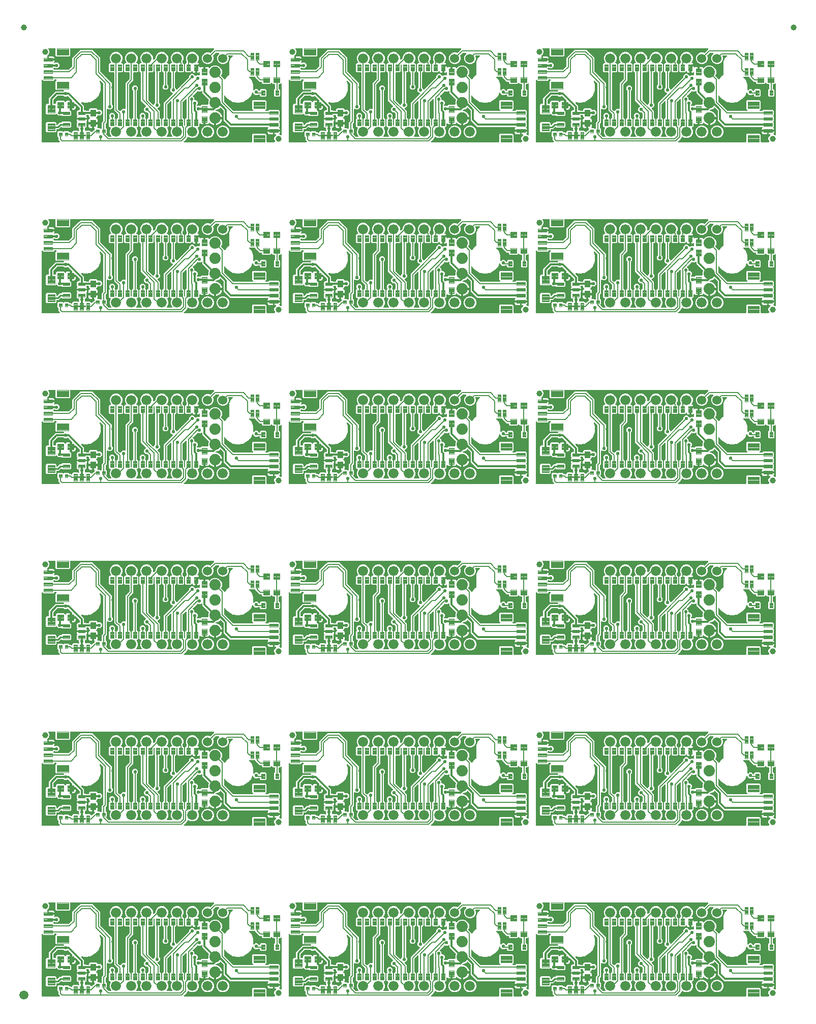
<source format=gtl>
G04 EAGLE Gerber RS-274X export*
G75*
%MOMM*%
%FSLAX34Y34*%
%LPD*%
%INTop Copper*%
%IPPOS*%
%AMOC8*
5,1,8,0,0,1.08239X$1,22.5*%
G01*
%ADD10C,0.100000*%
%ADD11C,1.879600*%
%ADD12C,0.102000*%
%ADD13C,0.101600*%
%ADD14C,0.100800*%
%ADD15C,0.096000*%
%ADD16C,1.000000*%
%ADD17C,1.676400*%
%ADD18C,1.524000*%
%ADD19C,0.099059*%
%ADD20C,0.099000*%
%ADD21C,0.104000*%
%ADD22C,1.500000*%
%ADD23C,0.304800*%
%ADD24C,0.558800*%
%ADD25C,0.203200*%
%ADD26C,0.254000*%

G36*
X529931Y639323D02*
X529931Y639323D01*
X529960Y639320D01*
X530071Y639343D01*
X530183Y639359D01*
X530210Y639371D01*
X530239Y639376D01*
X530339Y639429D01*
X530442Y639475D01*
X530465Y639494D01*
X530491Y639507D01*
X530573Y639585D01*
X530659Y639658D01*
X530676Y639683D01*
X530697Y639703D01*
X530754Y639801D01*
X530817Y639895D01*
X530826Y639923D01*
X530841Y639948D01*
X530869Y640058D01*
X530903Y640166D01*
X530904Y640196D01*
X530911Y640224D01*
X530907Y640337D01*
X530910Y640450D01*
X530903Y640479D01*
X530902Y640508D01*
X530867Y640616D01*
X530838Y640725D01*
X530823Y640751D01*
X530814Y640779D01*
X530769Y640843D01*
X530693Y640970D01*
X530647Y641013D01*
X530619Y641052D01*
X529831Y641841D01*
X528245Y645668D01*
X528245Y649812D01*
X529893Y653788D01*
X529921Y653900D01*
X529956Y654009D01*
X529957Y654037D01*
X529963Y654064D01*
X529960Y654178D01*
X529963Y654293D01*
X529956Y654320D01*
X529955Y654348D01*
X529920Y654457D01*
X529891Y654568D01*
X529877Y654592D01*
X529869Y654619D01*
X529805Y654714D01*
X529746Y654813D01*
X529726Y654832D01*
X529710Y654855D01*
X529623Y654929D01*
X529539Y655007D01*
X529514Y655020D01*
X529493Y655038D01*
X529388Y655084D01*
X529286Y655137D01*
X529261Y655141D01*
X529233Y655153D01*
X528969Y655190D01*
X528955Y655192D01*
X528276Y655192D01*
X526795Y656673D01*
X526795Y669207D01*
X527913Y670325D01*
X527930Y670347D01*
X527949Y670363D01*
X527966Y670388D01*
X527991Y670412D01*
X528034Y670485D01*
X528084Y670552D01*
X528096Y670584D01*
X528107Y670600D01*
X528114Y670622D01*
X528135Y670657D01*
X528155Y670739D01*
X528185Y670818D01*
X528189Y670859D01*
X528193Y670871D01*
X528193Y670887D01*
X528205Y670933D01*
X528202Y671017D01*
X528209Y671101D01*
X528200Y671147D01*
X528200Y671155D01*
X528197Y671165D01*
X528196Y671217D01*
X528170Y671297D01*
X528153Y671380D01*
X528129Y671426D01*
X528128Y671430D01*
X528125Y671436D01*
X528108Y671487D01*
X528068Y671543D01*
X528022Y671632D01*
X527985Y671671D01*
X527983Y671675D01*
X527973Y671684D01*
X527953Y671705D01*
X527913Y671761D01*
X527303Y672371D01*
X527303Y676369D01*
X530131Y679197D01*
X534129Y679197D01*
X536957Y676369D01*
X536957Y672371D01*
X536347Y671761D01*
X536314Y671717D01*
X536311Y671714D01*
X536309Y671711D01*
X536269Y671674D01*
X536226Y671601D01*
X536176Y671533D01*
X536156Y671482D01*
X536153Y671478D01*
X536152Y671473D01*
X536125Y671428D01*
X536105Y671347D01*
X536075Y671268D01*
X536070Y671216D01*
X536067Y671207D01*
X536067Y671199D01*
X536055Y671153D01*
X536058Y671069D01*
X536051Y670984D01*
X536060Y670937D01*
X536060Y670922D01*
X536063Y670911D01*
X536064Y670869D01*
X536090Y670788D01*
X536107Y670706D01*
X536126Y670668D01*
X536132Y670647D01*
X536141Y670632D01*
X536152Y670598D01*
X536192Y670542D01*
X536238Y670453D01*
X536263Y670428D01*
X536277Y670403D01*
X536319Y670363D01*
X536347Y670325D01*
X537465Y669207D01*
X537465Y659170D01*
X537473Y659112D01*
X537471Y659054D01*
X537493Y658972D01*
X537505Y658888D01*
X537528Y658835D01*
X537543Y658779D01*
X537586Y658706D01*
X537621Y658629D01*
X537659Y658584D01*
X537688Y658534D01*
X537750Y658476D01*
X537804Y658412D01*
X537853Y658380D01*
X537896Y658340D01*
X537971Y658301D01*
X538041Y658254D01*
X538097Y658237D01*
X538149Y658210D01*
X538217Y658199D01*
X538312Y658169D01*
X538412Y658166D01*
X538480Y658155D01*
X538538Y658163D01*
X538596Y658161D01*
X538678Y658183D01*
X538762Y658195D01*
X538815Y658218D01*
X538871Y658233D01*
X538944Y658276D01*
X539021Y658311D01*
X539066Y658349D01*
X539116Y658378D01*
X539174Y658440D01*
X539238Y658494D01*
X539270Y658543D01*
X539310Y658586D01*
X539349Y658661D01*
X539396Y658731D01*
X539413Y658787D01*
X539440Y658839D01*
X539451Y658907D01*
X539481Y659002D01*
X539484Y659102D01*
X539495Y659170D01*
X539495Y669207D01*
X541011Y670722D01*
X541048Y670728D01*
X541101Y670751D01*
X541157Y670766D01*
X541230Y670809D01*
X541307Y670844D01*
X541352Y670882D01*
X541402Y670911D01*
X541460Y670973D01*
X541524Y671027D01*
X541556Y671076D01*
X541596Y671119D01*
X541635Y671194D01*
X541682Y671264D01*
X541699Y671320D01*
X541726Y671372D01*
X541737Y671440D01*
X541767Y671535D01*
X541770Y671635D01*
X541781Y671703D01*
X541781Y676497D01*
X541769Y676583D01*
X541766Y676671D01*
X541749Y676723D01*
X541741Y676778D01*
X541706Y676858D01*
X541679Y676941D01*
X541651Y676980D01*
X541625Y677038D01*
X541529Y677151D01*
X541484Y677215D01*
X535611Y683087D01*
X535611Y745617D01*
X535603Y745675D01*
X535605Y745733D01*
X535583Y745815D01*
X535571Y745899D01*
X535548Y745952D01*
X535533Y746008D01*
X535490Y746081D01*
X535455Y746158D01*
X535417Y746203D01*
X535388Y746253D01*
X535326Y746311D01*
X535272Y746375D01*
X535223Y746407D01*
X535180Y746447D01*
X535105Y746486D01*
X535035Y746533D01*
X534979Y746550D01*
X534927Y746577D01*
X534859Y746588D01*
X534764Y746618D01*
X534664Y746621D01*
X534596Y746632D01*
X528276Y746632D01*
X526795Y748113D01*
X526795Y760647D01*
X528276Y762128D01*
X529493Y762128D01*
X529522Y762132D01*
X529551Y762129D01*
X529662Y762152D01*
X529774Y762168D01*
X529801Y762180D01*
X529830Y762185D01*
X529930Y762238D01*
X530033Y762284D01*
X530056Y762303D01*
X530082Y762316D01*
X530164Y762394D01*
X530250Y762467D01*
X530267Y762492D01*
X530288Y762512D01*
X530345Y762610D01*
X530408Y762704D01*
X530417Y762732D01*
X530432Y762757D01*
X530460Y762867D01*
X530494Y762975D01*
X530495Y763005D01*
X530502Y763033D01*
X530498Y763146D01*
X530501Y763259D01*
X530494Y763288D01*
X530493Y763317D01*
X530458Y763425D01*
X530429Y763534D01*
X530414Y763560D01*
X530405Y763588D01*
X530360Y763652D01*
X530284Y763779D01*
X530238Y763822D01*
X530210Y763861D01*
X529831Y764241D01*
X528245Y768068D01*
X528245Y772212D01*
X529831Y776040D01*
X532760Y778969D01*
X536588Y780555D01*
X540732Y780555D01*
X544560Y778969D01*
X547489Y776040D01*
X549075Y772212D01*
X549075Y768068D01*
X547489Y764241D01*
X547110Y763861D01*
X547092Y763837D01*
X547070Y763818D01*
X547007Y763724D01*
X546939Y763634D01*
X546928Y763606D01*
X546912Y763582D01*
X546878Y763474D01*
X546837Y763368D01*
X546835Y763339D01*
X546826Y763311D01*
X546823Y763198D01*
X546814Y763085D01*
X546820Y763056D01*
X546819Y763027D01*
X546847Y762917D01*
X546870Y762806D01*
X546883Y762780D01*
X546891Y762752D01*
X546948Y762654D01*
X547001Y762554D01*
X547021Y762532D01*
X547036Y762507D01*
X547119Y762430D01*
X547197Y762348D01*
X547222Y762333D01*
X547243Y762313D01*
X547344Y762261D01*
X547442Y762204D01*
X547470Y762197D01*
X547496Y762183D01*
X547574Y762170D01*
X547717Y762134D01*
X547780Y762136D01*
X547827Y762128D01*
X548684Y762128D01*
X550165Y760647D01*
X550165Y748113D01*
X548684Y746632D01*
X542724Y746632D01*
X542666Y746624D01*
X542608Y746626D01*
X542526Y746604D01*
X542442Y746592D01*
X542389Y746569D01*
X542333Y746554D01*
X542260Y746511D01*
X542183Y746476D01*
X542138Y746438D01*
X542088Y746409D01*
X542030Y746347D01*
X541966Y746293D01*
X541934Y746244D01*
X541894Y746201D01*
X541855Y746126D01*
X541808Y746056D01*
X541791Y746000D01*
X541764Y745948D01*
X541753Y745880D01*
X541723Y745785D01*
X541720Y745685D01*
X541709Y745617D01*
X541709Y686033D01*
X541721Y685947D01*
X541724Y685859D01*
X541741Y685807D01*
X541749Y685752D01*
X541784Y685672D01*
X541811Y685589D01*
X541839Y685550D01*
X541865Y685492D01*
X541961Y685379D01*
X542006Y685315D01*
X544760Y682562D01*
X544807Y682526D01*
X544847Y682484D01*
X544920Y682441D01*
X544987Y682391D01*
X545042Y682370D01*
X545092Y682340D01*
X545174Y682320D01*
X545253Y682290D01*
X545311Y682285D01*
X545368Y682270D01*
X545452Y682273D01*
X545536Y682266D01*
X545593Y682277D01*
X545652Y682279D01*
X545732Y682305D01*
X545815Y682322D01*
X545867Y682349D01*
X545922Y682367D01*
X545979Y682407D01*
X546067Y682453D01*
X546139Y682522D01*
X546196Y682562D01*
X549181Y685547D01*
X553466Y685547D01*
X553524Y685555D01*
X553582Y685553D01*
X553664Y685575D01*
X553748Y685587D01*
X553801Y685610D01*
X553857Y685625D01*
X553930Y685668D01*
X554007Y685703D01*
X554052Y685741D01*
X554102Y685770D01*
X554160Y685832D01*
X554224Y685886D01*
X554256Y685935D01*
X554296Y685978D01*
X554335Y686053D01*
X554382Y686123D01*
X554399Y686179D01*
X554426Y686231D01*
X554437Y686299D01*
X554467Y686394D01*
X554470Y686494D01*
X554481Y686562D01*
X554481Y728973D01*
X560714Y735205D01*
X560766Y735275D01*
X560826Y735339D01*
X560852Y735389D01*
X560885Y735433D01*
X560916Y735514D01*
X560956Y735592D01*
X560964Y735640D01*
X560986Y735698D01*
X560998Y735846D01*
X561011Y735923D01*
X561011Y745617D01*
X561003Y745675D01*
X561005Y745733D01*
X560983Y745815D01*
X560971Y745899D01*
X560948Y745952D01*
X560933Y746008D01*
X560890Y746081D01*
X560855Y746158D01*
X560817Y746203D01*
X560788Y746253D01*
X560726Y746311D01*
X560672Y746375D01*
X560623Y746407D01*
X560580Y746447D01*
X560505Y746486D01*
X560435Y746533D01*
X560379Y746550D01*
X560327Y746577D01*
X560259Y746588D01*
X560164Y746618D01*
X560064Y746621D01*
X559996Y746632D01*
X553676Y746632D01*
X552195Y748113D01*
X552195Y760647D01*
X553676Y762128D01*
X554893Y762128D01*
X554922Y762132D01*
X554951Y762129D01*
X555062Y762152D01*
X555174Y762168D01*
X555201Y762180D01*
X555230Y762185D01*
X555330Y762238D01*
X555433Y762284D01*
X555456Y762303D01*
X555482Y762316D01*
X555564Y762394D01*
X555650Y762467D01*
X555667Y762492D01*
X555688Y762512D01*
X555745Y762610D01*
X555808Y762704D01*
X555817Y762732D01*
X555832Y762757D01*
X555860Y762867D01*
X555894Y762975D01*
X555895Y763005D01*
X555902Y763033D01*
X555898Y763146D01*
X555901Y763259D01*
X555894Y763288D01*
X555893Y763317D01*
X555858Y763425D01*
X555829Y763534D01*
X555814Y763560D01*
X555805Y763588D01*
X555760Y763652D01*
X555684Y763779D01*
X555638Y763822D01*
X555610Y763861D01*
X555231Y764241D01*
X553645Y768068D01*
X553645Y772212D01*
X555231Y776040D01*
X558160Y778969D01*
X561988Y780555D01*
X566132Y780555D01*
X569960Y778969D01*
X572889Y776040D01*
X574475Y772212D01*
X574475Y768068D01*
X572889Y764241D01*
X572510Y763861D01*
X572492Y763837D01*
X572470Y763818D01*
X572407Y763724D01*
X572339Y763634D01*
X572328Y763606D01*
X572312Y763582D01*
X572278Y763474D01*
X572237Y763368D01*
X572235Y763339D01*
X572226Y763311D01*
X572223Y763198D01*
X572214Y763085D01*
X572220Y763056D01*
X572219Y763027D01*
X572247Y762917D01*
X572270Y762806D01*
X572283Y762780D01*
X572291Y762752D01*
X572348Y762654D01*
X572401Y762554D01*
X572421Y762532D01*
X572436Y762507D01*
X572519Y762430D01*
X572597Y762348D01*
X572622Y762333D01*
X572643Y762313D01*
X572744Y762261D01*
X572842Y762204D01*
X572870Y762197D01*
X572896Y762183D01*
X572974Y762170D01*
X573117Y762134D01*
X573180Y762136D01*
X573227Y762128D01*
X574084Y762128D01*
X575565Y760647D01*
X575565Y748113D01*
X574084Y746632D01*
X568124Y746632D01*
X568066Y746624D01*
X568008Y746626D01*
X567926Y746604D01*
X567842Y746592D01*
X567789Y746569D01*
X567733Y746554D01*
X567660Y746511D01*
X567583Y746476D01*
X567538Y746438D01*
X567488Y746409D01*
X567430Y746347D01*
X567366Y746293D01*
X567334Y746244D01*
X567294Y746201D01*
X567255Y746126D01*
X567208Y746056D01*
X567191Y746000D01*
X567164Y745948D01*
X567153Y745880D01*
X567123Y745785D01*
X567120Y745685D01*
X567109Y745617D01*
X567109Y732977D01*
X560876Y726745D01*
X560824Y726675D01*
X560764Y726611D01*
X560738Y726561D01*
X560705Y726517D01*
X560674Y726436D01*
X560634Y726358D01*
X560626Y726310D01*
X560604Y726252D01*
X560592Y726104D01*
X560579Y726027D01*
X560579Y671703D01*
X560587Y671645D01*
X560585Y671587D01*
X560607Y671505D01*
X560619Y671421D01*
X560642Y671368D01*
X560657Y671312D01*
X560700Y671239D01*
X560735Y671162D01*
X560773Y671117D01*
X560802Y671067D01*
X560864Y671009D01*
X560918Y670945D01*
X560967Y670913D01*
X561010Y670873D01*
X561085Y670834D01*
X561155Y670787D01*
X561211Y670770D01*
X561263Y670743D01*
X561331Y670732D01*
X561344Y670728D01*
X562865Y669207D01*
X562865Y659170D01*
X562873Y659112D01*
X562871Y659054D01*
X562893Y658972D01*
X562905Y658888D01*
X562928Y658835D01*
X562943Y658779D01*
X562986Y658706D01*
X563021Y658629D01*
X563059Y658584D01*
X563088Y658534D01*
X563150Y658476D01*
X563204Y658412D01*
X563253Y658380D01*
X563296Y658340D01*
X563371Y658301D01*
X563441Y658254D01*
X563497Y658237D01*
X563549Y658210D01*
X563617Y658199D01*
X563712Y658169D01*
X563812Y658166D01*
X563880Y658155D01*
X563938Y658163D01*
X563996Y658161D01*
X564078Y658183D01*
X564162Y658195D01*
X564215Y658218D01*
X564271Y658233D01*
X564344Y658276D01*
X564421Y658311D01*
X564466Y658349D01*
X564516Y658378D01*
X564574Y658440D01*
X564638Y658494D01*
X564670Y658543D01*
X564710Y658586D01*
X564749Y658661D01*
X564796Y658731D01*
X564813Y658787D01*
X564840Y658839D01*
X564851Y658907D01*
X564881Y659002D01*
X564884Y659102D01*
X564895Y659170D01*
X564895Y669207D01*
X566411Y670722D01*
X566448Y670728D01*
X566501Y670751D01*
X566557Y670766D01*
X566630Y670809D01*
X566707Y670844D01*
X566752Y670882D01*
X566802Y670911D01*
X566860Y670973D01*
X566924Y671027D01*
X566956Y671076D01*
X566996Y671119D01*
X567035Y671194D01*
X567082Y671264D01*
X567099Y671320D01*
X567126Y671372D01*
X567137Y671440D01*
X567167Y671535D01*
X567170Y671635D01*
X567181Y671703D01*
X567181Y715892D01*
X567169Y715979D01*
X567166Y716066D01*
X567149Y716119D01*
X567141Y716174D01*
X567106Y716253D01*
X567079Y716337D01*
X567051Y716376D01*
X567025Y716433D01*
X566929Y716546D01*
X566884Y716610D01*
X565403Y718091D01*
X565403Y722089D01*
X568231Y724917D01*
X572229Y724917D01*
X575057Y722089D01*
X575057Y718091D01*
X573576Y716610D01*
X573524Y716540D01*
X573464Y716476D01*
X573438Y716427D01*
X573405Y716383D01*
X573374Y716301D01*
X573334Y716223D01*
X573326Y716176D01*
X573304Y716117D01*
X573292Y715970D01*
X573279Y715892D01*
X573279Y671703D01*
X573287Y671645D01*
X573285Y671587D01*
X573307Y671505D01*
X573319Y671421D01*
X573342Y671368D01*
X573357Y671312D01*
X573400Y671239D01*
X573435Y671162D01*
X573473Y671117D01*
X573502Y671067D01*
X573564Y671009D01*
X573618Y670945D01*
X573667Y670913D01*
X573710Y670873D01*
X573785Y670834D01*
X573855Y670787D01*
X573911Y670770D01*
X573963Y670743D01*
X574031Y670732D01*
X574044Y670728D01*
X575565Y669207D01*
X575565Y656673D01*
X574084Y655192D01*
X573765Y655192D01*
X573652Y655176D01*
X573537Y655166D01*
X573511Y655156D01*
X573484Y655152D01*
X573379Y655105D01*
X573272Y655064D01*
X573250Y655048D01*
X573225Y655036D01*
X573137Y654962D01*
X573045Y654893D01*
X573029Y654870D01*
X573008Y654853D01*
X572944Y654757D01*
X572875Y654665D01*
X572865Y654639D01*
X572850Y654616D01*
X572815Y654506D01*
X572775Y654399D01*
X572773Y654371D01*
X572764Y654345D01*
X572761Y654230D01*
X572752Y654116D01*
X572758Y654091D01*
X572757Y654061D01*
X572824Y653804D01*
X572827Y653788D01*
X574475Y649812D01*
X574475Y645668D01*
X572889Y641841D01*
X572101Y641052D01*
X572083Y641028D01*
X572061Y641009D01*
X571998Y640915D01*
X571930Y640825D01*
X571919Y640797D01*
X571903Y640773D01*
X571869Y640665D01*
X571828Y640559D01*
X571826Y640530D01*
X571817Y640502D01*
X571814Y640388D01*
X571805Y640276D01*
X571811Y640247D01*
X571810Y640218D01*
X571838Y640108D01*
X571861Y639997D01*
X571874Y639971D01*
X571882Y639943D01*
X571939Y639845D01*
X571992Y639745D01*
X572012Y639723D01*
X572027Y639698D01*
X572110Y639621D01*
X572188Y639539D01*
X572213Y639524D01*
X572234Y639504D01*
X572335Y639452D01*
X572433Y639395D01*
X572461Y639388D01*
X572487Y639374D01*
X572565Y639361D01*
X572708Y639325D01*
X572771Y639327D01*
X572818Y639319D01*
X580702Y639319D01*
X580731Y639323D01*
X580760Y639320D01*
X580871Y639343D01*
X580983Y639359D01*
X581010Y639371D01*
X581039Y639376D01*
X581139Y639429D01*
X581242Y639475D01*
X581265Y639494D01*
X581291Y639507D01*
X581373Y639585D01*
X581459Y639658D01*
X581476Y639683D01*
X581497Y639703D01*
X581554Y639801D01*
X581617Y639895D01*
X581626Y639923D01*
X581641Y639948D01*
X581669Y640058D01*
X581703Y640166D01*
X581704Y640196D01*
X581711Y640224D01*
X581707Y640337D01*
X581710Y640450D01*
X581703Y640479D01*
X581702Y640508D01*
X581667Y640616D01*
X581638Y640725D01*
X581623Y640751D01*
X581614Y640779D01*
X581569Y640843D01*
X581493Y640970D01*
X581447Y641013D01*
X581419Y641052D01*
X580631Y641841D01*
X579045Y645668D01*
X579045Y649812D01*
X580693Y653788D01*
X580721Y653900D01*
X580756Y654009D01*
X580757Y654037D01*
X580763Y654064D01*
X580760Y654178D01*
X580763Y654293D01*
X580756Y654320D01*
X580755Y654348D01*
X580720Y654457D01*
X580691Y654568D01*
X580677Y654592D01*
X580669Y654619D01*
X580605Y654714D01*
X580546Y654813D01*
X580526Y654832D01*
X580510Y654855D01*
X580423Y654929D01*
X580339Y655007D01*
X580314Y655020D01*
X580293Y655038D01*
X580188Y655084D01*
X580086Y655137D01*
X580061Y655141D01*
X580033Y655153D01*
X579769Y655190D01*
X579755Y655192D01*
X579076Y655192D01*
X577595Y656673D01*
X577595Y669207D01*
X578713Y670325D01*
X578730Y670347D01*
X578749Y670363D01*
X578766Y670388D01*
X578791Y670412D01*
X578834Y670485D01*
X578884Y670552D01*
X578896Y670584D01*
X578907Y670600D01*
X578914Y670622D01*
X578935Y670657D01*
X578955Y670739D01*
X578985Y670818D01*
X578989Y670859D01*
X578993Y670871D01*
X578993Y670887D01*
X579005Y670933D01*
X579002Y671017D01*
X579009Y671101D01*
X579000Y671147D01*
X579000Y671155D01*
X578997Y671165D01*
X578996Y671217D01*
X578970Y671297D01*
X578953Y671380D01*
X578929Y671426D01*
X578928Y671430D01*
X578925Y671436D01*
X578908Y671487D01*
X578868Y671543D01*
X578822Y671632D01*
X578785Y671671D01*
X578783Y671675D01*
X578773Y671684D01*
X578753Y671705D01*
X578713Y671761D01*
X578103Y672371D01*
X578103Y676369D01*
X580931Y679197D01*
X584929Y679197D01*
X587757Y676369D01*
X587757Y672371D01*
X587147Y671761D01*
X587114Y671717D01*
X587111Y671714D01*
X587109Y671711D01*
X587069Y671674D01*
X587026Y671601D01*
X586976Y671533D01*
X586956Y671482D01*
X586953Y671478D01*
X586952Y671473D01*
X586925Y671428D01*
X586905Y671347D01*
X586875Y671268D01*
X586870Y671216D01*
X586867Y671207D01*
X586867Y671199D01*
X586855Y671153D01*
X586858Y671069D01*
X586851Y670984D01*
X586860Y670937D01*
X586860Y670922D01*
X586863Y670911D01*
X586864Y670869D01*
X586890Y670788D01*
X586907Y670706D01*
X586926Y670668D01*
X586932Y670647D01*
X586941Y670632D01*
X586952Y670598D01*
X586992Y670542D01*
X587038Y670453D01*
X587063Y670428D01*
X587077Y670403D01*
X587119Y670363D01*
X587147Y670325D01*
X588265Y669207D01*
X588265Y659170D01*
X588273Y659112D01*
X588271Y659054D01*
X588293Y658972D01*
X588305Y658888D01*
X588328Y658835D01*
X588343Y658779D01*
X588386Y658706D01*
X588421Y658629D01*
X588459Y658584D01*
X588488Y658534D01*
X588550Y658476D01*
X588604Y658412D01*
X588653Y658380D01*
X588696Y658340D01*
X588771Y658301D01*
X588841Y658254D01*
X588897Y658237D01*
X588949Y658210D01*
X589017Y658199D01*
X589112Y658169D01*
X589212Y658166D01*
X589280Y658155D01*
X589338Y658163D01*
X589396Y658161D01*
X589478Y658183D01*
X589562Y658195D01*
X589615Y658218D01*
X589671Y658233D01*
X589744Y658276D01*
X589821Y658311D01*
X589866Y658349D01*
X589916Y658378D01*
X589974Y658440D01*
X590038Y658494D01*
X590070Y658543D01*
X590110Y658586D01*
X590149Y658661D01*
X590196Y658731D01*
X590213Y658787D01*
X590240Y658839D01*
X590251Y658907D01*
X590281Y659002D01*
X590284Y659102D01*
X590295Y659170D01*
X590295Y669207D01*
X591811Y670722D01*
X591848Y670728D01*
X591901Y670751D01*
X591957Y670766D01*
X592030Y670809D01*
X592107Y670844D01*
X592152Y670882D01*
X592202Y670911D01*
X592260Y670973D01*
X592324Y671027D01*
X592356Y671076D01*
X592396Y671119D01*
X592435Y671194D01*
X592482Y671264D01*
X592499Y671320D01*
X592526Y671372D01*
X592537Y671440D01*
X592567Y671535D01*
X592570Y671635D01*
X592581Y671703D01*
X592581Y677767D01*
X592569Y677853D01*
X592566Y677941D01*
X592549Y677993D01*
X592541Y678048D01*
X592506Y678128D01*
X592479Y678211D01*
X592451Y678250D01*
X592425Y678308D01*
X592329Y678421D01*
X592284Y678485D01*
X590952Y679817D01*
X590882Y679869D01*
X590818Y679929D01*
X590769Y679954D01*
X590725Y679988D01*
X590643Y680019D01*
X590565Y680059D01*
X590517Y680066D01*
X590459Y680089D01*
X590311Y680101D01*
X590234Y680114D01*
X588140Y680114D01*
X585313Y682941D01*
X585313Y686940D01*
X588298Y689925D01*
X588333Y689972D01*
X588375Y690012D01*
X588418Y690085D01*
X588468Y690152D01*
X588489Y690207D01*
X588519Y690257D01*
X588540Y690339D01*
X588570Y690418D01*
X588575Y690476D01*
X588589Y690533D01*
X588586Y690617D01*
X588593Y690701D01*
X588582Y690759D01*
X588580Y690817D01*
X588554Y690897D01*
X588537Y690980D01*
X588510Y691032D01*
X588492Y691088D01*
X588452Y691144D01*
X588406Y691232D01*
X588338Y691305D01*
X588298Y691361D01*
X579881Y699777D01*
X579881Y745617D01*
X579873Y745675D01*
X579875Y745733D01*
X579853Y745815D01*
X579841Y745899D01*
X579818Y745952D01*
X579803Y746008D01*
X579760Y746081D01*
X579725Y746158D01*
X579687Y746203D01*
X579658Y746253D01*
X579596Y746311D01*
X579542Y746375D01*
X579493Y746407D01*
X579450Y746447D01*
X579375Y746486D01*
X579305Y746533D01*
X579249Y746550D01*
X579197Y746577D01*
X579129Y746588D01*
X579116Y746592D01*
X577595Y748113D01*
X577595Y760647D01*
X579076Y762128D01*
X580293Y762128D01*
X580322Y762132D01*
X580351Y762129D01*
X580462Y762152D01*
X580574Y762168D01*
X580601Y762180D01*
X580630Y762185D01*
X580730Y762238D01*
X580833Y762284D01*
X580856Y762303D01*
X580882Y762316D01*
X580964Y762394D01*
X581050Y762467D01*
X581067Y762492D01*
X581088Y762512D01*
X581145Y762610D01*
X581208Y762704D01*
X581217Y762732D01*
X581232Y762757D01*
X581260Y762867D01*
X581294Y762975D01*
X581295Y763005D01*
X581302Y763033D01*
X581298Y763146D01*
X581301Y763259D01*
X581294Y763288D01*
X581293Y763317D01*
X581258Y763425D01*
X581229Y763534D01*
X581214Y763560D01*
X581205Y763588D01*
X581160Y763652D01*
X581084Y763779D01*
X581038Y763822D01*
X581010Y763861D01*
X580631Y764241D01*
X579045Y768068D01*
X579045Y772212D01*
X580631Y776040D01*
X583560Y778969D01*
X587388Y780555D01*
X591532Y780555D01*
X595360Y778969D01*
X598289Y776040D01*
X599875Y772212D01*
X599875Y769197D01*
X599879Y769168D01*
X599876Y769139D01*
X599899Y769028D01*
X599915Y768916D01*
X599927Y768889D01*
X599932Y768860D01*
X599985Y768760D01*
X600031Y768656D01*
X600050Y768634D01*
X600063Y768608D01*
X600141Y768526D01*
X600214Y768439D01*
X600239Y768423D01*
X600259Y768402D01*
X600357Y768345D01*
X600451Y768282D01*
X600479Y768273D01*
X600504Y768258D01*
X600614Y768230D01*
X600722Y768196D01*
X600752Y768195D01*
X600780Y768188D01*
X600893Y768192D01*
X601006Y768189D01*
X601035Y768196D01*
X601064Y768197D01*
X601172Y768232D01*
X601281Y768261D01*
X601307Y768276D01*
X601335Y768285D01*
X601398Y768330D01*
X601526Y768406D01*
X601569Y768451D01*
X601608Y768479D01*
X604148Y771019D01*
X604200Y771089D01*
X604260Y771153D01*
X604286Y771203D01*
X604319Y771247D01*
X604350Y771328D01*
X604390Y771406D01*
X604398Y771454D01*
X604420Y771512D01*
X604432Y771660D01*
X604445Y771737D01*
X604445Y772212D01*
X606031Y776040D01*
X608960Y778969D01*
X612788Y780555D01*
X616932Y780555D01*
X620760Y778969D01*
X623689Y776040D01*
X625275Y772212D01*
X625275Y768068D01*
X623689Y764241D01*
X623310Y763861D01*
X623292Y763837D01*
X623270Y763818D01*
X623207Y763724D01*
X623139Y763634D01*
X623128Y763606D01*
X623112Y763582D01*
X623078Y763474D01*
X623037Y763368D01*
X623035Y763339D01*
X623026Y763311D01*
X623023Y763198D01*
X623014Y763085D01*
X623020Y763056D01*
X623019Y763027D01*
X623047Y762917D01*
X623070Y762806D01*
X623083Y762780D01*
X623091Y762752D01*
X623148Y762654D01*
X623201Y762554D01*
X623221Y762532D01*
X623236Y762507D01*
X623319Y762430D01*
X623397Y762348D01*
X623422Y762333D01*
X623443Y762313D01*
X623544Y762261D01*
X623642Y762204D01*
X623670Y762197D01*
X623696Y762183D01*
X623774Y762170D01*
X623917Y762134D01*
X623980Y762136D01*
X624027Y762128D01*
X624884Y762128D01*
X626365Y760647D01*
X626365Y748113D01*
X624849Y746598D01*
X624812Y746592D01*
X624759Y746569D01*
X624703Y746554D01*
X624630Y746511D01*
X624553Y746476D01*
X624508Y746438D01*
X624458Y746409D01*
X624400Y746347D01*
X624336Y746293D01*
X624304Y746244D01*
X624264Y746201D01*
X624225Y746126D01*
X624178Y746056D01*
X624161Y746000D01*
X624134Y745948D01*
X624123Y745880D01*
X624093Y745785D01*
X624090Y745685D01*
X624079Y745617D01*
X624079Y726828D01*
X624086Y726778D01*
X624085Y726761D01*
X624091Y726740D01*
X624094Y726654D01*
X624111Y726601D01*
X624119Y726546D01*
X624154Y726467D01*
X624181Y726383D01*
X624209Y726344D01*
X624235Y726287D01*
X624331Y726174D01*
X624376Y726110D01*
X625857Y724629D01*
X625857Y720631D01*
X623029Y717803D01*
X619031Y717803D01*
X616203Y720631D01*
X616203Y724629D01*
X617684Y726110D01*
X617736Y726180D01*
X617796Y726244D01*
X617822Y726293D01*
X617855Y726337D01*
X617886Y726419D01*
X617926Y726497D01*
X617934Y726544D01*
X617956Y726603D01*
X617964Y726699D01*
X617967Y726710D01*
X617968Y726751D01*
X617981Y726828D01*
X617981Y745617D01*
X617973Y745675D01*
X617975Y745733D01*
X617953Y745815D01*
X617941Y745899D01*
X617918Y745952D01*
X617903Y746008D01*
X617860Y746081D01*
X617825Y746158D01*
X617787Y746203D01*
X617758Y746253D01*
X617696Y746311D01*
X617642Y746375D01*
X617593Y746407D01*
X617550Y746447D01*
X617475Y746486D01*
X617405Y746533D01*
X617349Y746550D01*
X617297Y746577D01*
X617229Y746588D01*
X617216Y746592D01*
X615695Y748113D01*
X615695Y758710D01*
X615687Y758768D01*
X615689Y758826D01*
X615667Y758908D01*
X615655Y758992D01*
X615632Y759045D01*
X615617Y759101D01*
X615574Y759174D01*
X615539Y759251D01*
X615501Y759296D01*
X615472Y759346D01*
X615410Y759404D01*
X615356Y759468D01*
X615307Y759500D01*
X615264Y759540D01*
X615189Y759579D01*
X615119Y759626D01*
X615063Y759643D01*
X615011Y759670D01*
X614943Y759681D01*
X614848Y759711D01*
X614748Y759714D01*
X614680Y759725D01*
X614622Y759717D01*
X614564Y759719D01*
X614482Y759697D01*
X614398Y759685D01*
X614345Y759662D01*
X614289Y759647D01*
X614216Y759604D01*
X614139Y759569D01*
X614094Y759531D01*
X614044Y759502D01*
X613986Y759440D01*
X613922Y759386D01*
X613890Y759337D01*
X613850Y759294D01*
X613811Y759219D01*
X613764Y759149D01*
X613747Y759093D01*
X613720Y759041D01*
X613709Y758973D01*
X613679Y758878D01*
X613676Y758778D01*
X613665Y758710D01*
X613665Y748113D01*
X612184Y746632D01*
X611124Y746632D01*
X611066Y746624D01*
X611008Y746626D01*
X610926Y746604D01*
X610842Y746592D01*
X610789Y746569D01*
X610733Y746554D01*
X610660Y746511D01*
X610583Y746476D01*
X610538Y746438D01*
X610488Y746409D01*
X610430Y746347D01*
X610366Y746293D01*
X610334Y746244D01*
X610294Y746201D01*
X610255Y746126D01*
X610208Y746056D01*
X610191Y746000D01*
X610164Y745948D01*
X610153Y745880D01*
X610123Y745785D01*
X610120Y745685D01*
X610109Y745617D01*
X610109Y696348D01*
X610121Y696261D01*
X610124Y696174D01*
X610141Y696121D01*
X610149Y696066D01*
X610184Y695987D01*
X610211Y695903D01*
X610239Y695864D01*
X610265Y695807D01*
X610361Y695694D01*
X610406Y695630D01*
X611887Y694149D01*
X611887Y690151D01*
X609059Y687323D01*
X608489Y687323D01*
X608460Y687319D01*
X608431Y687322D01*
X608320Y687299D01*
X608208Y687283D01*
X608181Y687271D01*
X608152Y687266D01*
X608052Y687213D01*
X607948Y687167D01*
X607926Y687148D01*
X607900Y687135D01*
X607818Y687057D01*
X607731Y686984D01*
X607715Y686959D01*
X607694Y686939D01*
X607637Y686841D01*
X607574Y686747D01*
X607565Y686719D01*
X607550Y686694D01*
X607522Y686584D01*
X607488Y686476D01*
X607487Y686446D01*
X607480Y686418D01*
X607484Y686305D01*
X607481Y686192D01*
X607488Y686163D01*
X607489Y686134D01*
X607524Y686026D01*
X607553Y685917D01*
X607567Y685891D01*
X607577Y685863D01*
X607622Y685799D01*
X607698Y685672D01*
X607735Y685637D01*
X607738Y685632D01*
X607749Y685622D01*
X607771Y685590D01*
X609295Y684066D01*
X609296Y684066D01*
X611379Y681983D01*
X611379Y671703D01*
X611387Y671645D01*
X611385Y671587D01*
X611407Y671505D01*
X611419Y671421D01*
X611442Y671368D01*
X611457Y671312D01*
X611500Y671239D01*
X611535Y671162D01*
X611573Y671117D01*
X611602Y671067D01*
X611664Y671009D01*
X611718Y670945D01*
X611767Y670913D01*
X611810Y670873D01*
X611885Y670834D01*
X611955Y670787D01*
X612011Y670770D01*
X612063Y670743D01*
X612131Y670732D01*
X612144Y670728D01*
X613665Y669207D01*
X613665Y659170D01*
X613673Y659112D01*
X613671Y659054D01*
X613693Y658972D01*
X613705Y658888D01*
X613728Y658835D01*
X613743Y658779D01*
X613786Y658706D01*
X613821Y658629D01*
X613859Y658584D01*
X613888Y658534D01*
X613950Y658476D01*
X614004Y658412D01*
X614053Y658380D01*
X614096Y658340D01*
X614171Y658301D01*
X614241Y658254D01*
X614297Y658237D01*
X614349Y658210D01*
X614417Y658199D01*
X614512Y658169D01*
X614612Y658166D01*
X614680Y658155D01*
X614738Y658163D01*
X614796Y658161D01*
X614878Y658183D01*
X614962Y658195D01*
X615015Y658218D01*
X615071Y658233D01*
X615144Y658276D01*
X615221Y658311D01*
X615266Y658349D01*
X615316Y658378D01*
X615374Y658440D01*
X615438Y658494D01*
X615470Y658543D01*
X615510Y658586D01*
X615549Y658661D01*
X615596Y658731D01*
X615613Y658787D01*
X615640Y658839D01*
X615651Y658907D01*
X615681Y659002D01*
X615684Y659102D01*
X615695Y659170D01*
X615695Y669207D01*
X617211Y670722D01*
X617248Y670728D01*
X617301Y670751D01*
X617357Y670766D01*
X617430Y670809D01*
X617507Y670844D01*
X617552Y670882D01*
X617602Y670911D01*
X617660Y670973D01*
X617724Y671027D01*
X617756Y671076D01*
X617796Y671119D01*
X617835Y671194D01*
X617882Y671264D01*
X617899Y671320D01*
X617926Y671372D01*
X617937Y671440D01*
X617967Y671535D01*
X617970Y671635D01*
X617981Y671703D01*
X617981Y695953D01*
X633019Y710990D01*
X633036Y711014D01*
X633059Y711033D01*
X633121Y711127D01*
X633189Y711217D01*
X633200Y711245D01*
X633216Y711269D01*
X633250Y711377D01*
X633291Y711483D01*
X633293Y711512D01*
X633302Y711540D01*
X633305Y711654D01*
X633314Y711766D01*
X633309Y711795D01*
X633309Y711824D01*
X633281Y711934D01*
X633258Y712045D01*
X633245Y712071D01*
X633237Y712099D01*
X633180Y712197D01*
X633127Y712297D01*
X633107Y712319D01*
X633092Y712344D01*
X633010Y712421D01*
X632932Y712503D01*
X632906Y712518D01*
X632885Y712538D01*
X632784Y712590D01*
X632686Y712647D01*
X632658Y712654D01*
X632632Y712668D01*
X632554Y712681D01*
X632411Y712717D01*
X632348Y712715D01*
X632301Y712723D01*
X631731Y712723D01*
X628903Y715551D01*
X628903Y719549D01*
X630384Y721030D01*
X630436Y721100D01*
X630496Y721164D01*
X630522Y721213D01*
X630555Y721257D01*
X630586Y721339D01*
X630626Y721417D01*
X630634Y721464D01*
X630656Y721523D01*
X630664Y721624D01*
X630667Y721633D01*
X630668Y721670D01*
X630681Y721748D01*
X630681Y745617D01*
X630673Y745675D01*
X630675Y745733D01*
X630653Y745815D01*
X630641Y745899D01*
X630618Y745952D01*
X630603Y746008D01*
X630560Y746081D01*
X630525Y746158D01*
X630487Y746203D01*
X630458Y746253D01*
X630396Y746311D01*
X630342Y746375D01*
X630293Y746407D01*
X630250Y746447D01*
X630175Y746486D01*
X630105Y746533D01*
X630049Y746550D01*
X629997Y746577D01*
X629929Y746588D01*
X629916Y746592D01*
X628395Y748113D01*
X628395Y760647D01*
X629876Y762128D01*
X631093Y762128D01*
X631122Y762132D01*
X631151Y762129D01*
X631262Y762152D01*
X631374Y762168D01*
X631401Y762180D01*
X631430Y762185D01*
X631530Y762238D01*
X631633Y762284D01*
X631656Y762303D01*
X631682Y762316D01*
X631764Y762394D01*
X631850Y762467D01*
X631867Y762492D01*
X631888Y762512D01*
X631945Y762610D01*
X632008Y762704D01*
X632017Y762732D01*
X632032Y762757D01*
X632060Y762867D01*
X632094Y762975D01*
X632095Y763005D01*
X632102Y763033D01*
X632098Y763146D01*
X632101Y763259D01*
X632094Y763288D01*
X632093Y763317D01*
X632058Y763425D01*
X632029Y763534D01*
X632014Y763560D01*
X632005Y763588D01*
X631960Y763652D01*
X631884Y763779D01*
X631838Y763822D01*
X631810Y763861D01*
X631431Y764241D01*
X629845Y768068D01*
X629845Y772212D01*
X631431Y776040D01*
X634360Y778969D01*
X638188Y780555D01*
X642332Y780555D01*
X646160Y778969D01*
X649089Y776040D01*
X650675Y772212D01*
X650675Y768068D01*
X649556Y765368D01*
X649548Y765338D01*
X649534Y765310D01*
X649521Y765233D01*
X649485Y765092D01*
X649487Y765028D01*
X649479Y764979D01*
X649479Y763143D01*
X649487Y763085D01*
X649485Y763027D01*
X649507Y762945D01*
X649519Y762861D01*
X649542Y762808D01*
X649557Y762752D01*
X649600Y762679D01*
X649635Y762602D01*
X649673Y762557D01*
X649702Y762507D01*
X649764Y762449D01*
X649818Y762385D01*
X649867Y762353D01*
X649910Y762313D01*
X649985Y762274D01*
X650055Y762227D01*
X650111Y762210D01*
X650163Y762183D01*
X650231Y762172D01*
X650244Y762168D01*
X651765Y760647D01*
X651765Y748113D01*
X650284Y746632D01*
X642576Y746632D01*
X641095Y748113D01*
X641095Y758710D01*
X641087Y758768D01*
X641089Y758826D01*
X641067Y758908D01*
X641055Y758992D01*
X641032Y759045D01*
X641017Y759101D01*
X640974Y759174D01*
X640939Y759251D01*
X640901Y759296D01*
X640872Y759346D01*
X640810Y759404D01*
X640756Y759468D01*
X640707Y759500D01*
X640664Y759540D01*
X640589Y759579D01*
X640519Y759626D01*
X640463Y759643D01*
X640411Y759670D01*
X640343Y759681D01*
X640248Y759711D01*
X640148Y759714D01*
X640080Y759725D01*
X640022Y759717D01*
X639964Y759719D01*
X639882Y759697D01*
X639798Y759685D01*
X639745Y759662D01*
X639689Y759647D01*
X639616Y759604D01*
X639539Y759569D01*
X639494Y759531D01*
X639444Y759502D01*
X639386Y759440D01*
X639322Y759386D01*
X639290Y759337D01*
X639250Y759294D01*
X639211Y759219D01*
X639164Y759149D01*
X639147Y759093D01*
X639120Y759041D01*
X639109Y758973D01*
X639079Y758878D01*
X639076Y758778D01*
X639065Y758710D01*
X639065Y748113D01*
X637549Y746598D01*
X637512Y746592D01*
X637459Y746569D01*
X637403Y746554D01*
X637330Y746511D01*
X637253Y746476D01*
X637208Y746438D01*
X637158Y746409D01*
X637100Y746347D01*
X637036Y746293D01*
X637004Y746244D01*
X636964Y746201D01*
X636925Y746126D01*
X636878Y746056D01*
X636861Y746000D01*
X636834Y745948D01*
X636823Y745880D01*
X636793Y745785D01*
X636790Y745685D01*
X636779Y745617D01*
X636779Y721748D01*
X636786Y721698D01*
X636785Y721685D01*
X636790Y721666D01*
X636791Y721661D01*
X636794Y721574D01*
X636811Y721521D01*
X636819Y721466D01*
X636854Y721387D01*
X636881Y721303D01*
X636909Y721264D01*
X636935Y721207D01*
X637031Y721094D01*
X637076Y721030D01*
X638557Y719549D01*
X638557Y718979D01*
X638561Y718950D01*
X638558Y718921D01*
X638581Y718810D01*
X638597Y718698D01*
X638609Y718671D01*
X638614Y718642D01*
X638666Y718542D01*
X638713Y718438D01*
X638732Y718416D01*
X638745Y718390D01*
X638823Y718308D01*
X638896Y718221D01*
X638921Y718205D01*
X638941Y718184D01*
X639039Y718127D01*
X639133Y718064D01*
X639161Y718055D01*
X639186Y718040D01*
X639296Y718012D01*
X639404Y717978D01*
X639434Y717977D01*
X639462Y717970D01*
X639575Y717974D01*
X639688Y717971D01*
X639717Y717978D01*
X639746Y717979D01*
X639854Y718014D01*
X639963Y718043D01*
X639989Y718058D01*
X640017Y718067D01*
X640080Y718112D01*
X640208Y718188D01*
X640251Y718233D01*
X640290Y718261D01*
X660356Y738327D01*
X660408Y738397D01*
X660468Y738461D01*
X660494Y738511D01*
X660527Y738555D01*
X660551Y738617D01*
X660554Y738622D01*
X660559Y738638D01*
X660598Y738714D01*
X660606Y738762D01*
X660628Y738820D01*
X660632Y738870D01*
X660639Y738893D01*
X660641Y738975D01*
X660653Y739045D01*
X660653Y741139D01*
X663481Y743967D01*
X667479Y743967D01*
X670477Y740969D01*
X670524Y740934D01*
X670564Y740891D01*
X670637Y740849D01*
X670704Y740798D01*
X670759Y740777D01*
X670809Y740748D01*
X670891Y740727D01*
X670970Y740697D01*
X671028Y740692D01*
X671085Y740678D01*
X671169Y740680D01*
X671253Y740673D01*
X671311Y740685D01*
X671369Y740687D01*
X671449Y740713D01*
X671532Y740729D01*
X671584Y740756D01*
X671640Y740774D01*
X671696Y740814D01*
X671784Y740860D01*
X671857Y740929D01*
X671913Y740969D01*
X672891Y741947D01*
X677244Y741947D01*
X677302Y741955D01*
X677360Y741953D01*
X677442Y741975D01*
X677526Y741987D01*
X677579Y742010D01*
X677635Y742025D01*
X677708Y742068D01*
X677785Y742103D01*
X677830Y742141D01*
X677880Y742170D01*
X677938Y742232D01*
X678002Y742286D01*
X678034Y742335D01*
X678074Y742378D01*
X678113Y742453D01*
X678160Y742523D01*
X678177Y742579D01*
X678204Y742631D01*
X678215Y742699D01*
X678245Y742794D01*
X678248Y742894D01*
X678259Y742962D01*
X678259Y746038D01*
X678255Y746067D01*
X678258Y746097D01*
X678235Y746208D01*
X678219Y746320D01*
X678207Y746347D01*
X678202Y746375D01*
X678150Y746476D01*
X678103Y746579D01*
X678084Y746602D01*
X678071Y746628D01*
X677993Y746710D01*
X677920Y746796D01*
X677895Y746812D01*
X677875Y746834D01*
X677777Y746891D01*
X677683Y746954D01*
X677655Y746963D01*
X677630Y746977D01*
X677520Y747005D01*
X677412Y747040D01*
X677382Y747040D01*
X677354Y747048D01*
X677241Y747044D01*
X677128Y747047D01*
X677099Y747039D01*
X677070Y747038D01*
X676962Y747004D01*
X676853Y746975D01*
X676827Y746960D01*
X676799Y746951D01*
X676736Y746905D01*
X676608Y746830D01*
X676565Y746784D01*
X676526Y746756D01*
X676501Y746731D01*
X675809Y746331D01*
X675036Y746124D01*
X673480Y746124D01*
X673480Y753745D01*
X673472Y753803D01*
X673474Y753861D01*
X673452Y753943D01*
X673440Y754026D01*
X673417Y754080D01*
X673402Y754136D01*
X673359Y754209D01*
X673324Y754286D01*
X673286Y754330D01*
X673257Y754381D01*
X673195Y754438D01*
X673141Y754503D01*
X673092Y754535D01*
X673049Y754575D01*
X672974Y754614D01*
X672904Y754660D01*
X672848Y754678D01*
X672796Y754705D01*
X672728Y754716D01*
X672633Y754746D01*
X672533Y754749D01*
X672465Y754760D01*
X671195Y754760D01*
X671137Y754752D01*
X671079Y754753D01*
X670997Y754732D01*
X670913Y754720D01*
X670860Y754696D01*
X670804Y754682D01*
X670731Y754638D01*
X670654Y754604D01*
X670609Y754566D01*
X670559Y754536D01*
X670501Y754475D01*
X670437Y754420D01*
X670405Y754372D01*
X670365Y754329D01*
X670326Y754254D01*
X670279Y754184D01*
X670262Y754128D01*
X670235Y754076D01*
X670224Y754008D01*
X670194Y753913D01*
X670191Y753813D01*
X670180Y753745D01*
X670180Y746124D01*
X668624Y746124D01*
X667851Y746331D01*
X667159Y746731D01*
X666594Y747296D01*
X666177Y748018D01*
X666147Y748057D01*
X666125Y748100D01*
X666060Y748168D01*
X666002Y748242D01*
X665962Y748271D01*
X665929Y748306D01*
X665848Y748353D01*
X665771Y748408D01*
X665725Y748425D01*
X665683Y748450D01*
X665593Y748473D01*
X665504Y748505D01*
X665455Y748508D01*
X665408Y748520D01*
X665314Y748517D01*
X665220Y748523D01*
X665173Y748512D01*
X665124Y748511D01*
X665034Y748482D01*
X664943Y748462D01*
X664900Y748438D01*
X664853Y748423D01*
X664793Y748380D01*
X664693Y748326D01*
X664631Y748265D01*
X664580Y748228D01*
X662984Y746632D01*
X655276Y746632D01*
X653795Y748113D01*
X653795Y760647D01*
X655311Y762162D01*
X655348Y762168D01*
X655401Y762191D01*
X655457Y762206D01*
X655530Y762249D01*
X655607Y762284D01*
X655652Y762322D01*
X655702Y762351D01*
X655760Y762413D01*
X655824Y762467D01*
X655856Y762516D01*
X655896Y762559D01*
X655935Y762634D01*
X655982Y762704D01*
X655999Y762760D01*
X656026Y762812D01*
X656037Y762880D01*
X656067Y762975D01*
X656070Y763075D01*
X656081Y763143D01*
X656081Y764917D01*
X656117Y764965D01*
X656118Y764967D01*
X656119Y764968D01*
X656130Y764998D01*
X656144Y765018D01*
X656173Y765112D01*
X656219Y765231D01*
X656219Y765232D01*
X656219Y765234D01*
X656222Y765265D01*
X656229Y765289D01*
X656232Y765393D01*
X656242Y765514D01*
X656242Y765516D01*
X656242Y765517D01*
X656238Y765533D01*
X656236Y765545D01*
X656237Y765573D01*
X656209Y765679D01*
X656186Y765793D01*
X656172Y765820D01*
X656171Y765823D01*
X656166Y765844D01*
X655245Y768068D01*
X655245Y772212D01*
X656831Y776040D01*
X659760Y778969D01*
X663588Y780555D01*
X667732Y780555D01*
X671560Y778969D01*
X674489Y776040D01*
X676075Y772212D01*
X676075Y768068D01*
X674461Y764172D01*
X674412Y764107D01*
X674398Y764070D01*
X674377Y764037D01*
X674347Y763938D01*
X674311Y763841D01*
X674307Y763802D01*
X674296Y763765D01*
X674296Y763661D01*
X674287Y763558D01*
X674295Y763520D01*
X674294Y763480D01*
X674322Y763381D01*
X674343Y763279D01*
X674361Y763245D01*
X674371Y763207D01*
X674426Y763119D01*
X674474Y763027D01*
X674501Y762999D01*
X674521Y762965D01*
X674598Y762896D01*
X674669Y762821D01*
X674703Y762801D01*
X674732Y762775D01*
X674803Y762742D01*
X674915Y762677D01*
X674987Y762659D01*
X675038Y762635D01*
X675809Y762429D01*
X676501Y762029D01*
X677066Y761464D01*
X677466Y760772D01*
X677673Y759999D01*
X677673Y755764D01*
X677677Y755735D01*
X677674Y755706D01*
X677697Y755595D01*
X677713Y755483D01*
X677725Y755456D01*
X677730Y755427D01*
X677782Y755326D01*
X677829Y755223D01*
X677848Y755201D01*
X677861Y755175D01*
X677939Y755092D01*
X678012Y755006D01*
X678037Y754990D01*
X678057Y754969D01*
X678155Y754911D01*
X678249Y754849D01*
X678277Y754840D01*
X678302Y754825D01*
X678412Y754797D01*
X678520Y754763D01*
X678550Y754762D01*
X678578Y754755D01*
X678691Y754758D01*
X678804Y754755D01*
X678833Y754763D01*
X678862Y754764D01*
X678970Y754799D01*
X679079Y754827D01*
X679105Y754842D01*
X679133Y754851D01*
X679197Y754897D01*
X679324Y754973D01*
X679367Y755018D01*
X679406Y755046D01*
X679433Y755073D01*
X680126Y755474D01*
X680900Y755681D01*
X683769Y755681D01*
X683769Y748656D01*
X683777Y748598D01*
X683775Y748540D01*
X683797Y748458D01*
X683809Y748375D01*
X683833Y748321D01*
X683847Y748265D01*
X683890Y748192D01*
X683925Y748115D01*
X683963Y748071D01*
X683993Y748020D01*
X684054Y747963D01*
X684109Y747898D01*
X684157Y747866D01*
X684200Y747826D01*
X684275Y747787D01*
X684345Y747741D01*
X684401Y747723D01*
X684453Y747696D01*
X684521Y747685D01*
X684616Y747655D01*
X684716Y747652D01*
X684784Y747641D01*
X686816Y747641D01*
X686874Y747649D01*
X686932Y747648D01*
X687014Y747669D01*
X687097Y747681D01*
X687151Y747705D01*
X687207Y747719D01*
X687280Y747762D01*
X687357Y747797D01*
X687401Y747835D01*
X687452Y747865D01*
X687509Y747926D01*
X687574Y747981D01*
X687606Y748029D01*
X687646Y748072D01*
X687685Y748147D01*
X687731Y748217D01*
X687749Y748273D01*
X687776Y748325D01*
X687787Y748393D01*
X687817Y748488D01*
X687820Y748588D01*
X687831Y748656D01*
X687831Y755681D01*
X690700Y755681D01*
X691474Y755474D01*
X692167Y755073D01*
X692733Y754507D01*
X692960Y754113D01*
X692991Y754075D01*
X693013Y754032D01*
X693078Y753963D01*
X693136Y753890D01*
X693175Y753861D01*
X693209Y753826D01*
X693290Y753778D01*
X693366Y753723D01*
X693412Y753706D01*
X693454Y753682D01*
X693545Y753659D01*
X693634Y753627D01*
X693682Y753624D01*
X693730Y753612D01*
X693823Y753615D01*
X693917Y753609D01*
X693965Y753619D01*
X694014Y753621D01*
X694103Y753650D01*
X694195Y753670D01*
X694238Y753693D01*
X694284Y753708D01*
X694345Y753751D01*
X694445Y753806D01*
X694507Y753867D01*
X694558Y753903D01*
X697105Y756451D01*
X701306Y758191D01*
X705854Y758191D01*
X710055Y756450D01*
X713270Y753235D01*
X715011Y749034D01*
X715011Y744486D01*
X713851Y741687D01*
X713851Y741685D01*
X713850Y741684D01*
X713816Y741550D01*
X713780Y741411D01*
X713780Y741410D01*
X713780Y741408D01*
X713784Y741268D01*
X713788Y741127D01*
X713789Y741126D01*
X713789Y741124D01*
X713832Y740990D01*
X713875Y740857D01*
X713876Y740855D01*
X713876Y740854D01*
X713885Y740842D01*
X714033Y740620D01*
X714057Y740601D01*
X714071Y740580D01*
X716483Y738168D01*
X716484Y738168D01*
X718567Y736085D01*
X718567Y735843D01*
X718578Y735763D01*
X718580Y735682D01*
X718598Y735622D01*
X718607Y735561D01*
X718640Y735487D01*
X718664Y735410D01*
X718698Y735358D01*
X718723Y735302D01*
X718775Y735240D01*
X718819Y735172D01*
X718866Y735132D01*
X718906Y735085D01*
X718974Y735040D01*
X719035Y734987D01*
X719091Y734962D01*
X719143Y734927D01*
X719220Y734903D01*
X719294Y734869D01*
X719355Y734860D01*
X719414Y734841D01*
X719495Y734839D01*
X719575Y734827D01*
X719636Y734836D01*
X719698Y734834D01*
X719777Y734855D01*
X719857Y734865D01*
X719914Y734890D01*
X719973Y734906D01*
X720043Y734947D01*
X720117Y734980D01*
X720157Y735015D01*
X720218Y735051D01*
X720310Y735150D01*
X720369Y735201D01*
X724886Y740747D01*
X726708Y741840D01*
X726762Y741884D01*
X726822Y741919D01*
X726872Y741973D01*
X726929Y742019D01*
X726969Y742076D01*
X727016Y742127D01*
X727050Y742192D01*
X727092Y742253D01*
X727114Y742318D01*
X727146Y742380D01*
X727156Y742441D01*
X727183Y742522D01*
X727189Y742637D01*
X727201Y742711D01*
X727201Y764665D01*
X727860Y766033D01*
X727860Y766034D01*
X728838Y768064D01*
X730069Y770619D01*
X732931Y772902D01*
X732991Y772965D01*
X733056Y773021D01*
X733088Y773068D01*
X733127Y773109D01*
X733166Y773185D01*
X733214Y773257D01*
X733231Y773311D01*
X733257Y773362D01*
X733274Y773446D01*
X733300Y773528D01*
X733301Y773585D01*
X733312Y773640D01*
X733305Y773726D01*
X733307Y773812D01*
X733293Y773867D01*
X733288Y773924D01*
X733257Y774004D01*
X733235Y774087D01*
X733206Y774136D01*
X733186Y774189D01*
X733134Y774258D01*
X733090Y774332D01*
X733049Y774371D01*
X733014Y774416D01*
X732946Y774467D01*
X732883Y774526D01*
X732832Y774552D01*
X732787Y774586D01*
X732706Y774617D01*
X732630Y774656D01*
X732581Y774664D01*
X732521Y774687D01*
X732376Y774698D01*
X732298Y774711D01*
X726534Y774711D01*
X726420Y774695D01*
X726306Y774685D01*
X726280Y774675D01*
X726252Y774671D01*
X726148Y774624D01*
X726041Y774583D01*
X726018Y774567D01*
X725993Y774555D01*
X725905Y774481D01*
X725814Y774412D01*
X725797Y774389D01*
X725776Y774372D01*
X725712Y774276D01*
X725644Y774184D01*
X725634Y774158D01*
X725618Y774135D01*
X725584Y774025D01*
X725543Y773918D01*
X725541Y773890D01*
X725533Y773864D01*
X725530Y773749D01*
X725521Y773635D01*
X725526Y773610D01*
X725525Y773580D01*
X725592Y773323D01*
X725596Y773307D01*
X726113Y772060D01*
X726113Y768220D01*
X724643Y764672D01*
X721928Y761957D01*
X718380Y760487D01*
X714540Y760487D01*
X710992Y761957D01*
X708277Y764672D01*
X706807Y768220D01*
X706807Y772060D01*
X708277Y775608D01*
X710207Y777538D01*
X710225Y777562D01*
X710247Y777581D01*
X710310Y777675D01*
X710378Y777765D01*
X710388Y777793D01*
X710405Y777817D01*
X710439Y777925D01*
X710479Y778031D01*
X710482Y778060D01*
X710491Y778088D01*
X710493Y778202D01*
X710503Y778314D01*
X710497Y778343D01*
X710498Y778372D01*
X710469Y778482D01*
X710447Y778593D01*
X710433Y778619D01*
X710426Y778647D01*
X710368Y778745D01*
X710316Y778845D01*
X710296Y778867D01*
X710281Y778892D01*
X710198Y778969D01*
X710120Y779051D01*
X710095Y779066D01*
X710073Y779086D01*
X709973Y779138D01*
X709875Y779195D01*
X709846Y779202D01*
X709820Y779216D01*
X709743Y779229D01*
X709599Y779265D01*
X709537Y779263D01*
X709489Y779271D01*
X704923Y779271D01*
X704837Y779259D01*
X704749Y779256D01*
X704697Y779239D01*
X704642Y779231D01*
X704562Y779196D01*
X704479Y779169D01*
X704440Y779141D01*
X704382Y779115D01*
X704269Y779019D01*
X704205Y778974D01*
X700190Y774959D01*
X700189Y774958D01*
X700188Y774957D01*
X700103Y774843D01*
X700019Y774732D01*
X700019Y774730D01*
X700018Y774729D01*
X699968Y774597D01*
X699918Y774466D01*
X699918Y774464D01*
X699918Y774463D01*
X699906Y774315D01*
X699895Y774183D01*
X699895Y774181D01*
X699895Y774180D01*
X699899Y774164D01*
X699951Y773904D01*
X699965Y773877D01*
X699970Y773852D01*
X700713Y772060D01*
X700713Y768220D01*
X699243Y764672D01*
X696528Y761957D01*
X692980Y760487D01*
X689140Y760487D01*
X685592Y761957D01*
X682877Y764672D01*
X681407Y768220D01*
X681407Y772060D01*
X682877Y775608D01*
X685592Y778323D01*
X689140Y779793D01*
X692980Y779793D01*
X694772Y779050D01*
X694774Y779050D01*
X694775Y779049D01*
X694910Y779015D01*
X695048Y778979D01*
X695049Y778979D01*
X695051Y778979D01*
X695191Y778983D01*
X695332Y778988D01*
X695333Y778988D01*
X695335Y778988D01*
X695468Y779031D01*
X695603Y779074D01*
X695604Y779075D01*
X695605Y779076D01*
X695618Y779084D01*
X695839Y779232D01*
X695858Y779256D01*
X695879Y779270D01*
X699894Y783285D01*
X701767Y785158D01*
X701784Y785182D01*
X701807Y785201D01*
X701869Y785295D01*
X701937Y785385D01*
X701948Y785413D01*
X701964Y785437D01*
X701998Y785545D01*
X702039Y785651D01*
X702041Y785680D01*
X702050Y785708D01*
X702053Y785822D01*
X702062Y785934D01*
X702057Y785963D01*
X702057Y785992D01*
X702029Y786102D01*
X702006Y786213D01*
X701993Y786239D01*
X701985Y786267D01*
X701928Y786365D01*
X701875Y786465D01*
X701855Y786487D01*
X701840Y786512D01*
X701758Y786589D01*
X701680Y786671D01*
X701654Y786686D01*
X701633Y786706D01*
X701532Y786758D01*
X701434Y786815D01*
X701406Y786822D01*
X701380Y786836D01*
X701302Y786849D01*
X701159Y786885D01*
X701096Y786883D01*
X701049Y786891D01*
X462878Y786891D01*
X462820Y786883D01*
X462762Y786885D01*
X462680Y786863D01*
X462596Y786851D01*
X462543Y786828D01*
X462487Y786813D01*
X462414Y786770D01*
X462337Y786735D01*
X462292Y786697D01*
X462242Y786668D01*
X462184Y786606D01*
X462120Y786552D01*
X462088Y786503D01*
X462048Y786460D01*
X462009Y786385D01*
X461962Y786315D01*
X461945Y786259D01*
X461918Y786207D01*
X461907Y786139D01*
X461877Y786044D01*
X461874Y785944D01*
X461863Y785876D01*
X461863Y774329D01*
X460391Y772857D01*
X439269Y772857D01*
X437797Y774329D01*
X437797Y785876D01*
X437789Y785934D01*
X437791Y785992D01*
X437769Y786074D01*
X437757Y786158D01*
X437734Y786211D01*
X437719Y786267D01*
X437676Y786340D01*
X437641Y786417D01*
X437603Y786462D01*
X437574Y786512D01*
X437512Y786570D01*
X437458Y786634D01*
X437409Y786666D01*
X437366Y786706D01*
X437291Y786745D01*
X437221Y786792D01*
X437165Y786809D01*
X437113Y786836D01*
X437045Y786847D01*
X436950Y786877D01*
X436850Y786880D01*
X436782Y786891D01*
X426926Y786891D01*
X426896Y786887D01*
X426867Y786890D01*
X426756Y786867D01*
X426644Y786851D01*
X426617Y786839D01*
X426588Y786834D01*
X426488Y786782D01*
X426385Y786735D01*
X426362Y786716D01*
X426336Y786703D01*
X426254Y786625D01*
X426168Y786552D01*
X426151Y786527D01*
X426130Y786507D01*
X426073Y786409D01*
X426010Y786315D01*
X426001Y786287D01*
X425986Y786262D01*
X425958Y786152D01*
X425924Y786044D01*
X425924Y786015D01*
X425916Y785986D01*
X425920Y785873D01*
X425917Y785760D01*
X425924Y785731D01*
X425925Y785702D01*
X425960Y785594D01*
X425989Y785485D01*
X426004Y785459D01*
X426013Y785431D01*
X426058Y785368D01*
X426134Y785240D01*
X426180Y785197D01*
X426208Y785158D01*
X426332Y785034D01*
X427403Y782449D01*
X427403Y779651D01*
X426332Y777066D01*
X424378Y775112D01*
X424326Y775042D01*
X424266Y774979D01*
X424240Y774929D01*
X424207Y774885D01*
X424176Y774803D01*
X424136Y774725D01*
X424128Y774678D01*
X424106Y774619D01*
X424094Y774472D01*
X424081Y774394D01*
X424081Y768374D01*
X424089Y768316D01*
X424087Y768258D01*
X424109Y768176D01*
X424121Y768093D01*
X424144Y768039D01*
X424159Y767983D01*
X424202Y767910D01*
X424237Y767833D01*
X424275Y767789D01*
X424304Y767738D01*
X424366Y767681D01*
X424420Y767616D01*
X424469Y767584D01*
X424512Y767544D01*
X424587Y767505D01*
X424657Y767459D01*
X424713Y767441D01*
X424765Y767414D01*
X424833Y767403D01*
X424928Y767373D01*
X425028Y767370D01*
X425055Y767366D01*
X425057Y767348D01*
X425056Y767290D01*
X425077Y767208D01*
X425089Y767124D01*
X425113Y767071D01*
X425127Y767015D01*
X425171Y766942D01*
X425205Y766865D01*
X425243Y766820D01*
X425273Y766770D01*
X425334Y766712D01*
X425389Y766648D01*
X425437Y766616D01*
X425480Y766576D01*
X425555Y766537D01*
X425625Y766490D01*
X425681Y766473D01*
X425733Y766446D01*
X425801Y766435D01*
X425896Y766405D01*
X425996Y766402D01*
X426064Y766391D01*
X435871Y766391D01*
X435871Y764998D01*
X435663Y764222D01*
X435470Y763889D01*
X435467Y763880D01*
X435461Y763872D01*
X435414Y763749D01*
X435364Y763625D01*
X435363Y763615D01*
X435359Y763606D01*
X435348Y763474D01*
X435335Y763342D01*
X435337Y763333D01*
X435336Y763323D01*
X435362Y763193D01*
X435385Y763063D01*
X435390Y763054D01*
X435392Y763044D01*
X435453Y762926D01*
X435512Y762808D01*
X435518Y762801D01*
X435523Y762792D01*
X435614Y762696D01*
X435703Y762598D01*
X435712Y762593D01*
X435719Y762586D01*
X435833Y762519D01*
X435946Y762450D01*
X435955Y762447D01*
X435964Y762442D01*
X436092Y762410D01*
X436220Y762374D01*
X436230Y762374D01*
X436239Y762372D01*
X436371Y762376D01*
X436504Y762378D01*
X436514Y762381D01*
X436523Y762381D01*
X436649Y762422D01*
X436776Y762460D01*
X436785Y762466D01*
X436794Y762469D01*
X436840Y762501D01*
X437015Y762615D01*
X437038Y762643D01*
X437067Y762663D01*
X437421Y763017D01*
X441419Y763017D01*
X444247Y760189D01*
X444247Y756191D01*
X441419Y753363D01*
X437421Y753363D01*
X436748Y754036D01*
X436678Y754088D01*
X436614Y754148D01*
X436565Y754174D01*
X436521Y754207D01*
X436439Y754238D01*
X436361Y754278D01*
X436314Y754286D01*
X436255Y754308D01*
X436108Y754320D01*
X436030Y754333D01*
X435770Y754333D01*
X435683Y754321D01*
X435596Y754318D01*
X435543Y754301D01*
X435488Y754293D01*
X435408Y754258D01*
X435325Y754231D01*
X435286Y754203D01*
X435229Y754177D01*
X435116Y754081D01*
X435052Y754036D01*
X434624Y753608D01*
X434589Y753561D01*
X434546Y753521D01*
X434504Y753448D01*
X434453Y753381D01*
X434432Y753326D01*
X434403Y753276D01*
X434382Y753194D01*
X434352Y753115D01*
X434347Y753057D01*
X434332Y753000D01*
X434335Y752916D01*
X434328Y752832D01*
X434340Y752774D01*
X434342Y752716D01*
X434367Y752636D01*
X434384Y752553D01*
X434411Y752501D01*
X434429Y752445D01*
X434469Y752389D01*
X434515Y752301D01*
X434584Y752228D01*
X434624Y752172D01*
X435560Y751236D01*
X435630Y751184D01*
X435694Y751124D01*
X435743Y751098D01*
X435787Y751065D01*
X435869Y751034D01*
X435947Y750994D01*
X435994Y750986D01*
X436053Y750964D01*
X436200Y750952D01*
X436278Y750939D01*
X459187Y750939D01*
X459273Y750951D01*
X459361Y750954D01*
X459413Y750971D01*
X459468Y750979D01*
X459548Y751014D01*
X459631Y751041D01*
X459670Y751069D01*
X459728Y751095D01*
X459841Y751191D01*
X459905Y751236D01*
X465284Y756615D01*
X465305Y756643D01*
X465324Y756659D01*
X465353Y756703D01*
X465396Y756749D01*
X465422Y756799D01*
X465455Y756843D01*
X465467Y756874D01*
X465482Y756896D01*
X465498Y756948D01*
X465526Y757002D01*
X465534Y757050D01*
X465556Y757108D01*
X465559Y757140D01*
X465567Y757167D01*
X465570Y757265D01*
X465581Y757333D01*
X465581Y770883D01*
X467664Y772966D01*
X467665Y772966D01*
X476714Y782015D01*
X476714Y782016D01*
X478797Y784099D01*
X499103Y784099D01*
X512319Y770883D01*
X512319Y748443D01*
X512331Y748357D01*
X512334Y748269D01*
X512351Y748217D01*
X512359Y748162D01*
X512394Y748082D01*
X512421Y747999D01*
X512449Y747960D01*
X512475Y747902D01*
X512571Y747789D01*
X512616Y747725D01*
X531369Y728973D01*
X531369Y693808D01*
X531381Y693721D01*
X531384Y693634D01*
X531401Y693581D01*
X531409Y693526D01*
X531444Y693447D01*
X531471Y693363D01*
X531499Y693324D01*
X531525Y693267D01*
X531621Y693154D01*
X531666Y693090D01*
X533147Y691609D01*
X533147Y687611D01*
X530319Y684783D01*
X526321Y684783D01*
X525287Y685817D01*
X525263Y685835D01*
X525244Y685857D01*
X525150Y685920D01*
X525060Y685988D01*
X525032Y685998D01*
X525008Y686015D01*
X524900Y686049D01*
X524794Y686089D01*
X524765Y686092D01*
X524737Y686101D01*
X524623Y686103D01*
X524511Y686113D01*
X524482Y686107D01*
X524453Y686108D01*
X524343Y686079D01*
X524232Y686057D01*
X524206Y686043D01*
X524178Y686036D01*
X524080Y685978D01*
X523980Y685926D01*
X523958Y685906D01*
X523933Y685891D01*
X523856Y685808D01*
X523774Y685730D01*
X523759Y685705D01*
X523739Y685683D01*
X523687Y685583D01*
X523630Y685485D01*
X523623Y685456D01*
X523609Y685430D01*
X523596Y685353D01*
X523560Y685209D01*
X523562Y685147D01*
X523554Y685099D01*
X523554Y663302D01*
X521426Y661175D01*
X521374Y661105D01*
X521314Y661041D01*
X521288Y660991D01*
X521255Y660947D01*
X521224Y660866D01*
X521184Y660788D01*
X521176Y660740D01*
X521154Y660682D01*
X521142Y660534D01*
X521129Y660457D01*
X521129Y654918D01*
X521141Y654831D01*
X521144Y654744D01*
X521161Y654691D01*
X521169Y654636D01*
X521204Y654556D01*
X521231Y654473D01*
X521259Y654434D01*
X521285Y654377D01*
X521381Y654264D01*
X521426Y654200D01*
X523113Y652513D01*
X523113Y645427D01*
X522702Y645016D01*
X522666Y644969D01*
X522624Y644929D01*
X522581Y644856D01*
X522531Y644789D01*
X522510Y644734D01*
X522480Y644683D01*
X522460Y644602D01*
X522430Y644523D01*
X522425Y644464D01*
X522410Y644408D01*
X522413Y644324D01*
X522406Y644240D01*
X522417Y644182D01*
X522419Y644124D01*
X522445Y644044D01*
X522462Y643961D01*
X522489Y643909D01*
X522507Y643853D01*
X522547Y643797D01*
X522593Y643708D01*
X522662Y643636D01*
X522702Y643580D01*
X526665Y639616D01*
X526735Y639564D01*
X526799Y639504D01*
X526849Y639478D01*
X526893Y639445D01*
X526974Y639414D01*
X527052Y639374D01*
X527100Y639366D01*
X527158Y639344D01*
X527306Y639332D01*
X527383Y639319D01*
X529902Y639319D01*
X529931Y639323D01*
G37*
G36*
X941411Y70363D02*
X941411Y70363D01*
X941440Y70360D01*
X941551Y70383D01*
X941663Y70399D01*
X941690Y70411D01*
X941719Y70416D01*
X941819Y70469D01*
X941922Y70515D01*
X941945Y70534D01*
X941971Y70547D01*
X942053Y70625D01*
X942139Y70698D01*
X942156Y70723D01*
X942177Y70743D01*
X942234Y70841D01*
X942297Y70935D01*
X942306Y70963D01*
X942321Y70988D01*
X942349Y71098D01*
X942383Y71206D01*
X942384Y71236D01*
X942391Y71264D01*
X942387Y71377D01*
X942390Y71490D01*
X942383Y71519D01*
X942382Y71548D01*
X942347Y71656D01*
X942318Y71765D01*
X942303Y71791D01*
X942294Y71819D01*
X942249Y71883D01*
X942173Y72010D01*
X942127Y72053D01*
X942099Y72092D01*
X941311Y72881D01*
X939725Y76708D01*
X939725Y80852D01*
X941373Y84828D01*
X941401Y84940D01*
X941436Y85049D01*
X941437Y85077D01*
X941443Y85104D01*
X941440Y85218D01*
X941443Y85333D01*
X941436Y85360D01*
X941435Y85388D01*
X941400Y85497D01*
X941371Y85608D01*
X941357Y85632D01*
X941349Y85659D01*
X941285Y85754D01*
X941226Y85853D01*
X941206Y85872D01*
X941190Y85895D01*
X941103Y85969D01*
X941019Y86047D01*
X940994Y86060D01*
X940973Y86078D01*
X940868Y86124D01*
X940766Y86177D01*
X940741Y86181D01*
X940713Y86193D01*
X940449Y86230D01*
X940435Y86232D01*
X939756Y86232D01*
X938275Y87713D01*
X938275Y100247D01*
X939393Y101365D01*
X939410Y101387D01*
X939429Y101403D01*
X939446Y101428D01*
X939471Y101452D01*
X939514Y101525D01*
X939564Y101592D01*
X939576Y101624D01*
X939587Y101640D01*
X939594Y101662D01*
X939615Y101697D01*
X939635Y101779D01*
X939665Y101858D01*
X939669Y101899D01*
X939673Y101911D01*
X939673Y101927D01*
X939685Y101973D01*
X939682Y102057D01*
X939689Y102141D01*
X939680Y102187D01*
X939680Y102195D01*
X939677Y102205D01*
X939676Y102257D01*
X939650Y102337D01*
X939633Y102420D01*
X939609Y102466D01*
X939608Y102470D01*
X939605Y102476D01*
X939588Y102527D01*
X939548Y102583D01*
X939502Y102672D01*
X939465Y102711D01*
X939463Y102715D01*
X939453Y102724D01*
X939433Y102745D01*
X939393Y102801D01*
X938783Y103411D01*
X938783Y107409D01*
X941611Y110237D01*
X945609Y110237D01*
X948437Y107409D01*
X948437Y103411D01*
X947827Y102801D01*
X947794Y102757D01*
X947791Y102754D01*
X947789Y102751D01*
X947749Y102714D01*
X947706Y102641D01*
X947656Y102573D01*
X947636Y102522D01*
X947633Y102518D01*
X947632Y102513D01*
X947605Y102468D01*
X947585Y102387D01*
X947555Y102308D01*
X947550Y102256D01*
X947547Y102247D01*
X947547Y102239D01*
X947535Y102193D01*
X947538Y102109D01*
X947531Y102024D01*
X947540Y101977D01*
X947540Y101962D01*
X947543Y101951D01*
X947544Y101909D01*
X947570Y101828D01*
X947587Y101746D01*
X947606Y101708D01*
X947612Y101687D01*
X947621Y101672D01*
X947632Y101638D01*
X947672Y101582D01*
X947718Y101493D01*
X947743Y101468D01*
X947757Y101443D01*
X947799Y101403D01*
X947827Y101365D01*
X948945Y100247D01*
X948945Y90210D01*
X948953Y90152D01*
X948951Y90094D01*
X948973Y90012D01*
X948985Y89928D01*
X949008Y89875D01*
X949023Y89819D01*
X949066Y89746D01*
X949101Y89669D01*
X949139Y89624D01*
X949168Y89574D01*
X949230Y89516D01*
X949284Y89452D01*
X949333Y89420D01*
X949376Y89380D01*
X949451Y89341D01*
X949521Y89294D01*
X949577Y89277D01*
X949629Y89250D01*
X949697Y89239D01*
X949792Y89209D01*
X949892Y89206D01*
X949960Y89195D01*
X950018Y89203D01*
X950076Y89201D01*
X950158Y89223D01*
X950242Y89235D01*
X950295Y89258D01*
X950351Y89273D01*
X950424Y89316D01*
X950501Y89351D01*
X950546Y89389D01*
X950596Y89418D01*
X950654Y89480D01*
X950718Y89534D01*
X950750Y89583D01*
X950790Y89626D01*
X950829Y89701D01*
X950876Y89771D01*
X950893Y89827D01*
X950920Y89879D01*
X950931Y89947D01*
X950961Y90042D01*
X950964Y90142D01*
X950975Y90210D01*
X950975Y100247D01*
X952491Y101762D01*
X952528Y101768D01*
X952581Y101791D01*
X952637Y101806D01*
X952710Y101849D01*
X952787Y101884D01*
X952832Y101922D01*
X952882Y101951D01*
X952940Y102013D01*
X953004Y102067D01*
X953036Y102116D01*
X953076Y102159D01*
X953115Y102234D01*
X953162Y102304D01*
X953179Y102360D01*
X953206Y102412D01*
X953217Y102480D01*
X953247Y102575D01*
X953250Y102675D01*
X953261Y102743D01*
X953261Y107537D01*
X953249Y107623D01*
X953246Y107711D01*
X953229Y107763D01*
X953221Y107818D01*
X953186Y107898D01*
X953159Y107981D01*
X953131Y108020D01*
X953105Y108078D01*
X953009Y108191D01*
X952964Y108255D01*
X947091Y114127D01*
X947091Y176657D01*
X947083Y176715D01*
X947085Y176773D01*
X947063Y176855D01*
X947051Y176939D01*
X947028Y176992D01*
X947013Y177048D01*
X946970Y177121D01*
X946935Y177198D01*
X946897Y177243D01*
X946868Y177293D01*
X946806Y177351D01*
X946752Y177415D01*
X946703Y177447D01*
X946660Y177487D01*
X946585Y177526D01*
X946515Y177573D01*
X946459Y177590D01*
X946407Y177617D01*
X946339Y177628D01*
X946244Y177658D01*
X946144Y177661D01*
X946076Y177672D01*
X939756Y177672D01*
X938275Y179153D01*
X938275Y191687D01*
X939756Y193168D01*
X940973Y193168D01*
X941002Y193172D01*
X941031Y193169D01*
X941142Y193192D01*
X941254Y193208D01*
X941281Y193220D01*
X941310Y193225D01*
X941410Y193278D01*
X941513Y193324D01*
X941536Y193343D01*
X941562Y193356D01*
X941644Y193434D01*
X941730Y193507D01*
X941747Y193532D01*
X941768Y193552D01*
X941825Y193650D01*
X941888Y193744D01*
X941897Y193772D01*
X941912Y193797D01*
X941940Y193907D01*
X941974Y194015D01*
X941975Y194045D01*
X941982Y194073D01*
X941978Y194186D01*
X941981Y194299D01*
X941974Y194328D01*
X941973Y194357D01*
X941938Y194465D01*
X941909Y194574D01*
X941894Y194600D01*
X941885Y194628D01*
X941840Y194692D01*
X941764Y194819D01*
X941718Y194862D01*
X941690Y194901D01*
X941311Y195281D01*
X939725Y199108D01*
X939725Y203252D01*
X941311Y207080D01*
X944240Y210009D01*
X948068Y211595D01*
X952212Y211595D01*
X956040Y210009D01*
X958969Y207080D01*
X960555Y203252D01*
X960555Y199108D01*
X958969Y195281D01*
X958590Y194901D01*
X958572Y194877D01*
X958550Y194858D01*
X958487Y194764D01*
X958419Y194674D01*
X958408Y194646D01*
X958392Y194622D01*
X958358Y194514D01*
X958317Y194408D01*
X958315Y194379D01*
X958306Y194351D01*
X958303Y194238D01*
X958294Y194125D01*
X958300Y194096D01*
X958299Y194067D01*
X958327Y193957D01*
X958350Y193846D01*
X958363Y193820D01*
X958371Y193792D01*
X958428Y193694D01*
X958481Y193594D01*
X958501Y193572D01*
X958516Y193547D01*
X958599Y193470D01*
X958677Y193388D01*
X958702Y193373D01*
X958723Y193353D01*
X958824Y193301D01*
X958922Y193244D01*
X958950Y193237D01*
X958976Y193223D01*
X959054Y193210D01*
X959197Y193174D01*
X959260Y193176D01*
X959307Y193168D01*
X960164Y193168D01*
X961645Y191687D01*
X961645Y179153D01*
X960164Y177672D01*
X954204Y177672D01*
X954146Y177664D01*
X954088Y177666D01*
X954006Y177644D01*
X953922Y177632D01*
X953869Y177609D01*
X953813Y177594D01*
X953740Y177551D01*
X953663Y177516D01*
X953618Y177478D01*
X953568Y177449D01*
X953510Y177387D01*
X953446Y177333D01*
X953414Y177284D01*
X953374Y177241D01*
X953335Y177166D01*
X953288Y177096D01*
X953271Y177040D01*
X953244Y176988D01*
X953233Y176920D01*
X953203Y176825D01*
X953200Y176725D01*
X953189Y176657D01*
X953189Y117073D01*
X953201Y116987D01*
X953204Y116899D01*
X953221Y116847D01*
X953229Y116792D01*
X953264Y116712D01*
X953291Y116629D01*
X953319Y116590D01*
X953345Y116532D01*
X953441Y116419D01*
X953486Y116355D01*
X956240Y113602D01*
X956287Y113566D01*
X956327Y113524D01*
X956400Y113481D01*
X956467Y113431D01*
X956522Y113410D01*
X956572Y113380D01*
X956654Y113360D01*
X956733Y113330D01*
X956791Y113325D01*
X956848Y113310D01*
X956932Y113313D01*
X957016Y113306D01*
X957073Y113317D01*
X957132Y113319D01*
X957212Y113345D01*
X957295Y113362D01*
X957347Y113389D01*
X957402Y113407D01*
X957459Y113447D01*
X957547Y113493D01*
X957619Y113562D01*
X957676Y113602D01*
X960661Y116587D01*
X964946Y116587D01*
X965004Y116595D01*
X965062Y116593D01*
X965144Y116615D01*
X965228Y116627D01*
X965281Y116650D01*
X965337Y116665D01*
X965410Y116708D01*
X965487Y116743D01*
X965532Y116781D01*
X965582Y116810D01*
X965640Y116872D01*
X965704Y116926D01*
X965736Y116975D01*
X965776Y117018D01*
X965815Y117093D01*
X965862Y117163D01*
X965879Y117219D01*
X965906Y117271D01*
X965917Y117339D01*
X965947Y117434D01*
X965950Y117534D01*
X965961Y117602D01*
X965961Y160013D01*
X972194Y166245D01*
X972246Y166315D01*
X972306Y166379D01*
X972332Y166429D01*
X972365Y166473D01*
X972396Y166554D01*
X972436Y166632D01*
X972444Y166680D01*
X972466Y166738D01*
X972478Y166886D01*
X972491Y166963D01*
X972491Y176657D01*
X972483Y176715D01*
X972485Y176773D01*
X972463Y176855D01*
X972451Y176939D01*
X972428Y176992D01*
X972413Y177048D01*
X972370Y177121D01*
X972335Y177198D01*
X972297Y177243D01*
X972268Y177293D01*
X972206Y177351D01*
X972152Y177415D01*
X972103Y177447D01*
X972060Y177487D01*
X971985Y177526D01*
X971915Y177573D01*
X971859Y177590D01*
X971807Y177617D01*
X971739Y177628D01*
X971644Y177658D01*
X971544Y177661D01*
X971476Y177672D01*
X965156Y177672D01*
X963675Y179153D01*
X963675Y191687D01*
X965156Y193168D01*
X966373Y193168D01*
X966402Y193172D01*
X966431Y193169D01*
X966542Y193192D01*
X966654Y193208D01*
X966681Y193220D01*
X966710Y193225D01*
X966810Y193278D01*
X966913Y193324D01*
X966936Y193343D01*
X966962Y193356D01*
X967044Y193434D01*
X967130Y193507D01*
X967147Y193532D01*
X967168Y193552D01*
X967225Y193650D01*
X967288Y193744D01*
X967297Y193772D01*
X967312Y193797D01*
X967340Y193907D01*
X967374Y194015D01*
X967375Y194045D01*
X967382Y194073D01*
X967378Y194186D01*
X967381Y194299D01*
X967374Y194328D01*
X967373Y194357D01*
X967338Y194465D01*
X967309Y194574D01*
X967294Y194600D01*
X967285Y194628D01*
X967240Y194692D01*
X967164Y194819D01*
X967118Y194862D01*
X967090Y194901D01*
X966711Y195281D01*
X965125Y199108D01*
X965125Y203252D01*
X966711Y207080D01*
X969640Y210009D01*
X973468Y211595D01*
X977612Y211595D01*
X981440Y210009D01*
X984369Y207080D01*
X985955Y203252D01*
X985955Y199108D01*
X984369Y195281D01*
X983990Y194901D01*
X983972Y194877D01*
X983950Y194858D01*
X983887Y194764D01*
X983819Y194674D01*
X983808Y194646D01*
X983792Y194622D01*
X983758Y194514D01*
X983717Y194408D01*
X983715Y194379D01*
X983706Y194351D01*
X983703Y194238D01*
X983694Y194125D01*
X983700Y194096D01*
X983699Y194067D01*
X983727Y193957D01*
X983750Y193846D01*
X983763Y193820D01*
X983771Y193792D01*
X983828Y193694D01*
X983881Y193594D01*
X983901Y193572D01*
X983916Y193547D01*
X983999Y193470D01*
X984077Y193388D01*
X984102Y193373D01*
X984123Y193353D01*
X984224Y193301D01*
X984322Y193244D01*
X984350Y193237D01*
X984376Y193223D01*
X984454Y193210D01*
X984597Y193174D01*
X984660Y193176D01*
X984707Y193168D01*
X985564Y193168D01*
X987045Y191687D01*
X987045Y179153D01*
X985564Y177672D01*
X979604Y177672D01*
X979546Y177664D01*
X979488Y177666D01*
X979406Y177644D01*
X979322Y177632D01*
X979269Y177609D01*
X979213Y177594D01*
X979140Y177551D01*
X979063Y177516D01*
X979018Y177478D01*
X978968Y177449D01*
X978910Y177387D01*
X978846Y177333D01*
X978814Y177284D01*
X978774Y177241D01*
X978735Y177166D01*
X978688Y177096D01*
X978671Y177040D01*
X978644Y176988D01*
X978633Y176920D01*
X978603Y176825D01*
X978600Y176725D01*
X978589Y176657D01*
X978589Y164017D01*
X972356Y157785D01*
X972304Y157715D01*
X972244Y157651D01*
X972218Y157601D01*
X972185Y157557D01*
X972154Y157476D01*
X972114Y157398D01*
X972106Y157350D01*
X972084Y157292D01*
X972072Y157144D01*
X972059Y157067D01*
X972059Y102743D01*
X972067Y102685D01*
X972065Y102627D01*
X972087Y102545D01*
X972099Y102461D01*
X972122Y102408D01*
X972137Y102352D01*
X972180Y102279D01*
X972215Y102202D01*
X972253Y102157D01*
X972282Y102107D01*
X972344Y102049D01*
X972398Y101985D01*
X972447Y101953D01*
X972490Y101913D01*
X972565Y101874D01*
X972635Y101827D01*
X972691Y101810D01*
X972743Y101783D01*
X972811Y101772D01*
X972824Y101768D01*
X974345Y100247D01*
X974345Y90210D01*
X974353Y90152D01*
X974351Y90094D01*
X974373Y90012D01*
X974385Y89928D01*
X974408Y89875D01*
X974423Y89819D01*
X974466Y89746D01*
X974501Y89669D01*
X974539Y89624D01*
X974568Y89574D01*
X974630Y89516D01*
X974684Y89452D01*
X974733Y89420D01*
X974776Y89380D01*
X974851Y89341D01*
X974921Y89294D01*
X974977Y89277D01*
X975029Y89250D01*
X975097Y89239D01*
X975192Y89209D01*
X975292Y89206D01*
X975360Y89195D01*
X975418Y89203D01*
X975476Y89201D01*
X975558Y89223D01*
X975642Y89235D01*
X975695Y89258D01*
X975751Y89273D01*
X975824Y89316D01*
X975901Y89351D01*
X975946Y89389D01*
X975996Y89418D01*
X976054Y89480D01*
X976118Y89534D01*
X976150Y89583D01*
X976190Y89626D01*
X976229Y89701D01*
X976276Y89771D01*
X976293Y89827D01*
X976320Y89879D01*
X976331Y89947D01*
X976361Y90042D01*
X976364Y90142D01*
X976375Y90210D01*
X976375Y100247D01*
X977891Y101762D01*
X977928Y101768D01*
X977981Y101791D01*
X978037Y101806D01*
X978110Y101849D01*
X978187Y101884D01*
X978232Y101922D01*
X978282Y101951D01*
X978340Y102013D01*
X978404Y102067D01*
X978436Y102116D01*
X978476Y102159D01*
X978515Y102234D01*
X978562Y102304D01*
X978579Y102360D01*
X978606Y102412D01*
X978617Y102480D01*
X978647Y102575D01*
X978650Y102675D01*
X978661Y102743D01*
X978661Y146932D01*
X978649Y147019D01*
X978646Y147106D01*
X978629Y147159D01*
X978621Y147214D01*
X978586Y147293D01*
X978559Y147377D01*
X978531Y147416D01*
X978505Y147473D01*
X978409Y147586D01*
X978364Y147650D01*
X976883Y149131D01*
X976883Y153129D01*
X979711Y155957D01*
X983709Y155957D01*
X986537Y153129D01*
X986537Y149131D01*
X985056Y147650D01*
X985004Y147580D01*
X984944Y147516D01*
X984918Y147467D01*
X984885Y147423D01*
X984854Y147341D01*
X984814Y147263D01*
X984806Y147216D01*
X984784Y147157D01*
X984772Y147010D01*
X984759Y146932D01*
X984759Y102743D01*
X984767Y102685D01*
X984765Y102627D01*
X984787Y102545D01*
X984799Y102461D01*
X984822Y102408D01*
X984837Y102352D01*
X984880Y102279D01*
X984915Y102202D01*
X984953Y102157D01*
X984982Y102107D01*
X985044Y102049D01*
X985098Y101985D01*
X985147Y101953D01*
X985190Y101913D01*
X985265Y101874D01*
X985335Y101827D01*
X985391Y101810D01*
X985443Y101783D01*
X985511Y101772D01*
X985524Y101768D01*
X987045Y100247D01*
X987045Y87713D01*
X985564Y86232D01*
X985245Y86232D01*
X985132Y86216D01*
X985017Y86206D01*
X984991Y86196D01*
X984964Y86192D01*
X984859Y86145D01*
X984752Y86104D01*
X984730Y86088D01*
X984705Y86076D01*
X984617Y86002D01*
X984525Y85933D01*
X984509Y85910D01*
X984488Y85893D01*
X984424Y85797D01*
X984355Y85705D01*
X984345Y85679D01*
X984330Y85656D01*
X984295Y85546D01*
X984255Y85439D01*
X984253Y85411D01*
X984244Y85385D01*
X984241Y85270D01*
X984232Y85156D01*
X984238Y85131D01*
X984237Y85101D01*
X984304Y84844D01*
X984307Y84828D01*
X985955Y80852D01*
X985955Y76708D01*
X984369Y72881D01*
X983581Y72092D01*
X983563Y72068D01*
X983541Y72049D01*
X983478Y71955D01*
X983410Y71865D01*
X983399Y71837D01*
X983383Y71813D01*
X983349Y71705D01*
X983308Y71599D01*
X983306Y71570D01*
X983297Y71542D01*
X983294Y71428D01*
X983285Y71316D01*
X983291Y71287D01*
X983290Y71258D01*
X983318Y71148D01*
X983341Y71037D01*
X983354Y71011D01*
X983362Y70983D01*
X983419Y70885D01*
X983472Y70785D01*
X983492Y70763D01*
X983507Y70738D01*
X983590Y70661D01*
X983668Y70579D01*
X983693Y70564D01*
X983714Y70544D01*
X983815Y70492D01*
X983913Y70435D01*
X983941Y70428D01*
X983967Y70414D01*
X984045Y70401D01*
X984188Y70365D01*
X984251Y70367D01*
X984298Y70359D01*
X992182Y70359D01*
X992211Y70363D01*
X992240Y70360D01*
X992351Y70383D01*
X992463Y70399D01*
X992490Y70411D01*
X992519Y70416D01*
X992619Y70469D01*
X992722Y70515D01*
X992745Y70534D01*
X992771Y70547D01*
X992853Y70625D01*
X992939Y70698D01*
X992956Y70723D01*
X992977Y70743D01*
X993034Y70841D01*
X993097Y70935D01*
X993106Y70963D01*
X993121Y70988D01*
X993149Y71098D01*
X993183Y71206D01*
X993184Y71236D01*
X993191Y71264D01*
X993187Y71377D01*
X993190Y71490D01*
X993183Y71519D01*
X993182Y71548D01*
X993147Y71656D01*
X993118Y71765D01*
X993103Y71791D01*
X993094Y71819D01*
X993049Y71883D01*
X992973Y72010D01*
X992927Y72053D01*
X992899Y72092D01*
X992111Y72881D01*
X990525Y76708D01*
X990525Y80852D01*
X992173Y84828D01*
X992201Y84940D01*
X992236Y85049D01*
X992237Y85077D01*
X992243Y85104D01*
X992240Y85218D01*
X992243Y85333D01*
X992236Y85360D01*
X992235Y85388D01*
X992200Y85497D01*
X992171Y85608D01*
X992157Y85632D01*
X992149Y85659D01*
X992085Y85754D01*
X992026Y85853D01*
X992006Y85872D01*
X991990Y85895D01*
X991903Y85969D01*
X991819Y86047D01*
X991794Y86060D01*
X991773Y86078D01*
X991668Y86124D01*
X991566Y86177D01*
X991541Y86181D01*
X991513Y86193D01*
X991249Y86230D01*
X991235Y86232D01*
X990556Y86232D01*
X989075Y87713D01*
X989075Y100247D01*
X990193Y101365D01*
X990210Y101387D01*
X990229Y101403D01*
X990246Y101428D01*
X990271Y101452D01*
X990314Y101525D01*
X990364Y101592D01*
X990376Y101624D01*
X990387Y101640D01*
X990394Y101662D01*
X990415Y101697D01*
X990435Y101779D01*
X990465Y101858D01*
X990469Y101899D01*
X990473Y101911D01*
X990473Y101927D01*
X990485Y101973D01*
X990482Y102057D01*
X990489Y102141D01*
X990480Y102187D01*
X990480Y102195D01*
X990477Y102205D01*
X990476Y102257D01*
X990450Y102337D01*
X990433Y102420D01*
X990409Y102466D01*
X990408Y102470D01*
X990405Y102475D01*
X990388Y102527D01*
X990348Y102584D01*
X990302Y102672D01*
X990265Y102712D01*
X990263Y102715D01*
X990253Y102724D01*
X990233Y102744D01*
X990193Y102801D01*
X989583Y103411D01*
X989583Y107409D01*
X992411Y110237D01*
X996409Y110237D01*
X999237Y107409D01*
X999237Y103411D01*
X998627Y102801D01*
X998594Y102757D01*
X998591Y102754D01*
X998589Y102751D01*
X998549Y102714D01*
X998506Y102641D01*
X998456Y102574D01*
X998436Y102522D01*
X998433Y102518D01*
X998432Y102514D01*
X998405Y102468D01*
X998385Y102387D01*
X998355Y102308D01*
X998350Y102256D01*
X998347Y102247D01*
X998347Y102239D01*
X998335Y102193D01*
X998338Y102109D01*
X998331Y102025D01*
X998340Y101977D01*
X998340Y101962D01*
X998343Y101951D01*
X998344Y101909D01*
X998370Y101829D01*
X998387Y101746D01*
X998406Y101708D01*
X998412Y101687D01*
X998421Y101672D01*
X998432Y101638D01*
X998472Y101582D01*
X998518Y101493D01*
X998543Y101468D01*
X998557Y101443D01*
X998599Y101403D01*
X998627Y101365D01*
X999745Y100247D01*
X999745Y90210D01*
X999753Y90152D01*
X999751Y90094D01*
X999773Y90012D01*
X999785Y89928D01*
X999808Y89875D01*
X999823Y89819D01*
X999866Y89746D01*
X999901Y89669D01*
X999939Y89624D01*
X999968Y89574D01*
X1000030Y89516D01*
X1000084Y89452D01*
X1000133Y89420D01*
X1000176Y89380D01*
X1000251Y89341D01*
X1000321Y89294D01*
X1000377Y89277D01*
X1000429Y89250D01*
X1000497Y89239D01*
X1000592Y89209D01*
X1000692Y89206D01*
X1000760Y89195D01*
X1000818Y89203D01*
X1000876Y89201D01*
X1000958Y89223D01*
X1001042Y89235D01*
X1001095Y89258D01*
X1001151Y89273D01*
X1001224Y89316D01*
X1001301Y89351D01*
X1001346Y89389D01*
X1001396Y89418D01*
X1001454Y89480D01*
X1001518Y89534D01*
X1001550Y89583D01*
X1001590Y89626D01*
X1001629Y89701D01*
X1001676Y89771D01*
X1001693Y89827D01*
X1001720Y89879D01*
X1001731Y89947D01*
X1001761Y90042D01*
X1001764Y90142D01*
X1001775Y90210D01*
X1001775Y100247D01*
X1003291Y101762D01*
X1003328Y101768D01*
X1003381Y101791D01*
X1003437Y101806D01*
X1003510Y101849D01*
X1003587Y101884D01*
X1003632Y101922D01*
X1003682Y101951D01*
X1003740Y102013D01*
X1003804Y102067D01*
X1003836Y102116D01*
X1003876Y102159D01*
X1003915Y102234D01*
X1003962Y102304D01*
X1003979Y102360D01*
X1004006Y102412D01*
X1004017Y102480D01*
X1004047Y102575D01*
X1004050Y102675D01*
X1004061Y102743D01*
X1004061Y108807D01*
X1004049Y108893D01*
X1004046Y108981D01*
X1004029Y109033D01*
X1004021Y109088D01*
X1003986Y109168D01*
X1003959Y109251D01*
X1003931Y109290D01*
X1003905Y109348D01*
X1003809Y109461D01*
X1003764Y109525D01*
X1002432Y110857D01*
X1002362Y110909D01*
X1002298Y110969D01*
X1002249Y110994D01*
X1002205Y111028D01*
X1002123Y111059D01*
X1002045Y111099D01*
X1001997Y111106D01*
X1001939Y111129D01*
X1001791Y111141D01*
X1001714Y111154D01*
X999620Y111154D01*
X996793Y113981D01*
X996793Y117980D01*
X999778Y120965D01*
X999813Y121012D01*
X999855Y121052D01*
X999898Y121125D01*
X999948Y121192D01*
X999969Y121247D01*
X999999Y121297D01*
X1000020Y121379D01*
X1000050Y121458D01*
X1000055Y121516D01*
X1000069Y121573D01*
X1000066Y121657D01*
X1000073Y121741D01*
X1000062Y121799D01*
X1000060Y121857D01*
X1000034Y121937D01*
X1000017Y122020D01*
X999990Y122072D01*
X999972Y122128D01*
X999932Y122184D01*
X999886Y122272D01*
X999818Y122345D01*
X999778Y122401D01*
X991361Y130817D01*
X991361Y176657D01*
X991353Y176715D01*
X991355Y176773D01*
X991333Y176855D01*
X991321Y176939D01*
X991298Y176992D01*
X991283Y177048D01*
X991240Y177121D01*
X991205Y177198D01*
X991167Y177243D01*
X991138Y177293D01*
X991076Y177351D01*
X991022Y177415D01*
X990973Y177447D01*
X990930Y177487D01*
X990855Y177526D01*
X990785Y177573D01*
X990729Y177590D01*
X990677Y177617D01*
X990609Y177628D01*
X990596Y177632D01*
X989075Y179153D01*
X989075Y191687D01*
X990556Y193168D01*
X991773Y193168D01*
X991802Y193172D01*
X991831Y193169D01*
X991942Y193192D01*
X992054Y193208D01*
X992081Y193220D01*
X992110Y193225D01*
X992210Y193278D01*
X992313Y193324D01*
X992336Y193343D01*
X992362Y193356D01*
X992444Y193434D01*
X992530Y193507D01*
X992547Y193532D01*
X992568Y193552D01*
X992625Y193650D01*
X992688Y193744D01*
X992697Y193772D01*
X992712Y193797D01*
X992740Y193907D01*
X992774Y194015D01*
X992775Y194045D01*
X992782Y194073D01*
X992778Y194186D01*
X992781Y194299D01*
X992774Y194328D01*
X992773Y194357D01*
X992738Y194465D01*
X992709Y194574D01*
X992694Y194600D01*
X992685Y194628D01*
X992640Y194692D01*
X992564Y194819D01*
X992518Y194862D01*
X992490Y194901D01*
X992111Y195281D01*
X990525Y199108D01*
X990525Y203252D01*
X992111Y207080D01*
X995040Y210009D01*
X998868Y211595D01*
X1003012Y211595D01*
X1006840Y210009D01*
X1009769Y207080D01*
X1011355Y203252D01*
X1011355Y200237D01*
X1011359Y200208D01*
X1011356Y200179D01*
X1011379Y200068D01*
X1011395Y199956D01*
X1011407Y199929D01*
X1011412Y199900D01*
X1011465Y199800D01*
X1011511Y199696D01*
X1011530Y199674D01*
X1011543Y199648D01*
X1011621Y199566D01*
X1011694Y199479D01*
X1011719Y199463D01*
X1011739Y199442D01*
X1011837Y199385D01*
X1011931Y199322D01*
X1011959Y199313D01*
X1011984Y199298D01*
X1012094Y199270D01*
X1012202Y199236D01*
X1012232Y199235D01*
X1012260Y199228D01*
X1012373Y199232D01*
X1012486Y199229D01*
X1012515Y199236D01*
X1012544Y199237D01*
X1012652Y199272D01*
X1012761Y199301D01*
X1012787Y199316D01*
X1012815Y199325D01*
X1012878Y199370D01*
X1013006Y199446D01*
X1013049Y199491D01*
X1013088Y199519D01*
X1015628Y202059D01*
X1015680Y202129D01*
X1015740Y202193D01*
X1015766Y202243D01*
X1015799Y202287D01*
X1015830Y202368D01*
X1015870Y202446D01*
X1015878Y202494D01*
X1015900Y202552D01*
X1015912Y202700D01*
X1015925Y202777D01*
X1015925Y203252D01*
X1017511Y207080D01*
X1020440Y210009D01*
X1024268Y211595D01*
X1028412Y211595D01*
X1032240Y210009D01*
X1035169Y207080D01*
X1036755Y203252D01*
X1036755Y199108D01*
X1035169Y195281D01*
X1034790Y194901D01*
X1034772Y194877D01*
X1034750Y194858D01*
X1034687Y194764D01*
X1034619Y194674D01*
X1034608Y194646D01*
X1034592Y194622D01*
X1034558Y194514D01*
X1034517Y194408D01*
X1034515Y194379D01*
X1034506Y194351D01*
X1034503Y194238D01*
X1034494Y194125D01*
X1034500Y194096D01*
X1034499Y194067D01*
X1034527Y193957D01*
X1034550Y193846D01*
X1034563Y193820D01*
X1034571Y193792D01*
X1034628Y193694D01*
X1034681Y193594D01*
X1034701Y193572D01*
X1034716Y193547D01*
X1034799Y193470D01*
X1034877Y193388D01*
X1034902Y193373D01*
X1034923Y193353D01*
X1035024Y193301D01*
X1035122Y193244D01*
X1035150Y193237D01*
X1035176Y193223D01*
X1035254Y193210D01*
X1035397Y193174D01*
X1035460Y193176D01*
X1035507Y193168D01*
X1036364Y193168D01*
X1037845Y191687D01*
X1037845Y179153D01*
X1036329Y177638D01*
X1036292Y177632D01*
X1036239Y177609D01*
X1036183Y177594D01*
X1036110Y177551D01*
X1036033Y177516D01*
X1035988Y177478D01*
X1035938Y177449D01*
X1035880Y177387D01*
X1035816Y177333D01*
X1035784Y177284D01*
X1035744Y177241D01*
X1035705Y177166D01*
X1035658Y177096D01*
X1035641Y177040D01*
X1035614Y176988D01*
X1035603Y176920D01*
X1035573Y176825D01*
X1035570Y176725D01*
X1035559Y176657D01*
X1035559Y157868D01*
X1035566Y157818D01*
X1035565Y157801D01*
X1035571Y157780D01*
X1035574Y157694D01*
X1035591Y157641D01*
X1035599Y157586D01*
X1035634Y157507D01*
X1035661Y157423D01*
X1035689Y157384D01*
X1035715Y157327D01*
X1035811Y157214D01*
X1035856Y157150D01*
X1037337Y155669D01*
X1037337Y151671D01*
X1034509Y148843D01*
X1030511Y148843D01*
X1027683Y151671D01*
X1027683Y155669D01*
X1029164Y157150D01*
X1029216Y157220D01*
X1029276Y157284D01*
X1029302Y157333D01*
X1029335Y157377D01*
X1029366Y157459D01*
X1029406Y157537D01*
X1029414Y157584D01*
X1029436Y157643D01*
X1029444Y157739D01*
X1029447Y157750D01*
X1029448Y157791D01*
X1029461Y157868D01*
X1029461Y176657D01*
X1029453Y176715D01*
X1029455Y176773D01*
X1029433Y176855D01*
X1029421Y176939D01*
X1029398Y176992D01*
X1029383Y177048D01*
X1029340Y177121D01*
X1029305Y177198D01*
X1029267Y177243D01*
X1029238Y177293D01*
X1029176Y177351D01*
X1029122Y177415D01*
X1029073Y177447D01*
X1029030Y177487D01*
X1028955Y177526D01*
X1028885Y177573D01*
X1028829Y177590D01*
X1028777Y177617D01*
X1028709Y177628D01*
X1028696Y177632D01*
X1027175Y179153D01*
X1027175Y189750D01*
X1027167Y189808D01*
X1027169Y189866D01*
X1027147Y189948D01*
X1027135Y190032D01*
X1027112Y190085D01*
X1027097Y190141D01*
X1027054Y190214D01*
X1027019Y190291D01*
X1026981Y190336D01*
X1026952Y190386D01*
X1026890Y190444D01*
X1026836Y190508D01*
X1026787Y190540D01*
X1026744Y190580D01*
X1026669Y190619D01*
X1026599Y190666D01*
X1026543Y190683D01*
X1026491Y190710D01*
X1026423Y190721D01*
X1026328Y190751D01*
X1026228Y190754D01*
X1026160Y190765D01*
X1026102Y190757D01*
X1026044Y190759D01*
X1025962Y190737D01*
X1025878Y190725D01*
X1025825Y190702D01*
X1025769Y190687D01*
X1025696Y190644D01*
X1025619Y190609D01*
X1025574Y190571D01*
X1025524Y190542D01*
X1025466Y190480D01*
X1025402Y190426D01*
X1025370Y190377D01*
X1025330Y190334D01*
X1025291Y190259D01*
X1025244Y190189D01*
X1025227Y190133D01*
X1025200Y190081D01*
X1025189Y190013D01*
X1025159Y189918D01*
X1025156Y189818D01*
X1025145Y189750D01*
X1025145Y179153D01*
X1023664Y177672D01*
X1022604Y177672D01*
X1022546Y177664D01*
X1022488Y177666D01*
X1022406Y177644D01*
X1022322Y177632D01*
X1022269Y177609D01*
X1022213Y177594D01*
X1022140Y177551D01*
X1022063Y177516D01*
X1022018Y177478D01*
X1021968Y177449D01*
X1021910Y177387D01*
X1021846Y177333D01*
X1021814Y177284D01*
X1021774Y177241D01*
X1021735Y177166D01*
X1021688Y177096D01*
X1021671Y177040D01*
X1021644Y176988D01*
X1021633Y176920D01*
X1021603Y176825D01*
X1021600Y176725D01*
X1021589Y176657D01*
X1021589Y127388D01*
X1021601Y127301D01*
X1021604Y127214D01*
X1021621Y127161D01*
X1021629Y127106D01*
X1021664Y127027D01*
X1021691Y126943D01*
X1021719Y126904D01*
X1021745Y126847D01*
X1021841Y126734D01*
X1021886Y126670D01*
X1023367Y125189D01*
X1023367Y121191D01*
X1020539Y118363D01*
X1019969Y118363D01*
X1019940Y118359D01*
X1019911Y118362D01*
X1019800Y118339D01*
X1019688Y118323D01*
X1019661Y118311D01*
X1019632Y118306D01*
X1019532Y118253D01*
X1019428Y118207D01*
X1019406Y118188D01*
X1019380Y118175D01*
X1019298Y118097D01*
X1019211Y118024D01*
X1019195Y117999D01*
X1019174Y117979D01*
X1019117Y117881D01*
X1019054Y117787D01*
X1019045Y117759D01*
X1019030Y117734D01*
X1019002Y117624D01*
X1018968Y117516D01*
X1018967Y117486D01*
X1018960Y117458D01*
X1018964Y117345D01*
X1018961Y117232D01*
X1018968Y117203D01*
X1018969Y117174D01*
X1019004Y117066D01*
X1019033Y116957D01*
X1019047Y116931D01*
X1019057Y116903D01*
X1019102Y116839D01*
X1019178Y116712D01*
X1019215Y116677D01*
X1019218Y116672D01*
X1019229Y116662D01*
X1019251Y116630D01*
X1020775Y115106D01*
X1020776Y115106D01*
X1022859Y113023D01*
X1022859Y102743D01*
X1022867Y102685D01*
X1022865Y102627D01*
X1022887Y102545D01*
X1022899Y102461D01*
X1022922Y102408D01*
X1022937Y102352D01*
X1022980Y102279D01*
X1023015Y102202D01*
X1023053Y102157D01*
X1023082Y102107D01*
X1023144Y102049D01*
X1023198Y101985D01*
X1023247Y101953D01*
X1023290Y101913D01*
X1023365Y101874D01*
X1023435Y101827D01*
X1023491Y101810D01*
X1023543Y101783D01*
X1023611Y101772D01*
X1023624Y101768D01*
X1025145Y100247D01*
X1025145Y90210D01*
X1025153Y90152D01*
X1025151Y90094D01*
X1025173Y90012D01*
X1025185Y89928D01*
X1025208Y89875D01*
X1025223Y89819D01*
X1025266Y89746D01*
X1025301Y89669D01*
X1025339Y89624D01*
X1025368Y89574D01*
X1025430Y89516D01*
X1025484Y89452D01*
X1025533Y89420D01*
X1025576Y89380D01*
X1025651Y89341D01*
X1025721Y89294D01*
X1025777Y89277D01*
X1025829Y89250D01*
X1025897Y89239D01*
X1025992Y89209D01*
X1026092Y89206D01*
X1026160Y89195D01*
X1026218Y89203D01*
X1026276Y89201D01*
X1026358Y89223D01*
X1026442Y89235D01*
X1026495Y89258D01*
X1026551Y89273D01*
X1026624Y89316D01*
X1026701Y89351D01*
X1026746Y89389D01*
X1026796Y89418D01*
X1026854Y89480D01*
X1026918Y89534D01*
X1026950Y89583D01*
X1026990Y89626D01*
X1027029Y89701D01*
X1027076Y89771D01*
X1027093Y89827D01*
X1027120Y89879D01*
X1027131Y89947D01*
X1027161Y90042D01*
X1027164Y90142D01*
X1027175Y90210D01*
X1027175Y100247D01*
X1028691Y101762D01*
X1028728Y101768D01*
X1028781Y101791D01*
X1028837Y101806D01*
X1028910Y101849D01*
X1028987Y101884D01*
X1029032Y101922D01*
X1029082Y101951D01*
X1029140Y102013D01*
X1029204Y102067D01*
X1029236Y102116D01*
X1029276Y102159D01*
X1029315Y102234D01*
X1029362Y102304D01*
X1029379Y102360D01*
X1029406Y102412D01*
X1029417Y102480D01*
X1029447Y102575D01*
X1029450Y102675D01*
X1029461Y102743D01*
X1029461Y126993D01*
X1044499Y142030D01*
X1044516Y142054D01*
X1044539Y142073D01*
X1044601Y142167D01*
X1044669Y142257D01*
X1044680Y142285D01*
X1044696Y142309D01*
X1044730Y142417D01*
X1044771Y142523D01*
X1044773Y142552D01*
X1044782Y142580D01*
X1044785Y142694D01*
X1044794Y142806D01*
X1044789Y142835D01*
X1044789Y142864D01*
X1044761Y142974D01*
X1044738Y143085D01*
X1044725Y143111D01*
X1044717Y143139D01*
X1044660Y143237D01*
X1044607Y143337D01*
X1044587Y143359D01*
X1044572Y143384D01*
X1044490Y143461D01*
X1044412Y143543D01*
X1044386Y143558D01*
X1044365Y143578D01*
X1044264Y143630D01*
X1044166Y143687D01*
X1044138Y143694D01*
X1044112Y143708D01*
X1044034Y143721D01*
X1043891Y143757D01*
X1043828Y143755D01*
X1043781Y143763D01*
X1043211Y143763D01*
X1040383Y146591D01*
X1040383Y150589D01*
X1041864Y152070D01*
X1041916Y152140D01*
X1041976Y152204D01*
X1042002Y152253D01*
X1042035Y152297D01*
X1042066Y152379D01*
X1042106Y152457D01*
X1042114Y152504D01*
X1042136Y152563D01*
X1042144Y152664D01*
X1042147Y152673D01*
X1042148Y152710D01*
X1042161Y152788D01*
X1042161Y176657D01*
X1042153Y176715D01*
X1042155Y176773D01*
X1042133Y176855D01*
X1042121Y176939D01*
X1042098Y176992D01*
X1042083Y177048D01*
X1042040Y177121D01*
X1042005Y177198D01*
X1041967Y177243D01*
X1041938Y177293D01*
X1041876Y177351D01*
X1041822Y177415D01*
X1041773Y177447D01*
X1041730Y177487D01*
X1041655Y177526D01*
X1041585Y177573D01*
X1041529Y177590D01*
X1041477Y177617D01*
X1041409Y177628D01*
X1041396Y177632D01*
X1039875Y179153D01*
X1039875Y191687D01*
X1041356Y193168D01*
X1042573Y193168D01*
X1042602Y193172D01*
X1042631Y193169D01*
X1042742Y193192D01*
X1042854Y193208D01*
X1042881Y193220D01*
X1042910Y193225D01*
X1043010Y193278D01*
X1043113Y193324D01*
X1043136Y193343D01*
X1043162Y193356D01*
X1043244Y193434D01*
X1043330Y193507D01*
X1043347Y193532D01*
X1043368Y193552D01*
X1043425Y193650D01*
X1043488Y193744D01*
X1043497Y193772D01*
X1043512Y193797D01*
X1043540Y193907D01*
X1043574Y194015D01*
X1043575Y194045D01*
X1043582Y194073D01*
X1043578Y194186D01*
X1043581Y194299D01*
X1043574Y194328D01*
X1043573Y194357D01*
X1043538Y194465D01*
X1043509Y194574D01*
X1043494Y194600D01*
X1043485Y194628D01*
X1043440Y194692D01*
X1043364Y194819D01*
X1043318Y194862D01*
X1043290Y194901D01*
X1042911Y195281D01*
X1041325Y199108D01*
X1041325Y203252D01*
X1042911Y207080D01*
X1045840Y210009D01*
X1049668Y211595D01*
X1053812Y211595D01*
X1057640Y210009D01*
X1060569Y207080D01*
X1062155Y203252D01*
X1062155Y199108D01*
X1061036Y196407D01*
X1061028Y196378D01*
X1061014Y196350D01*
X1061001Y196273D01*
X1060965Y196132D01*
X1060967Y196068D01*
X1060959Y196019D01*
X1060959Y194183D01*
X1060967Y194125D01*
X1060965Y194067D01*
X1060987Y193985D01*
X1060999Y193901D01*
X1061022Y193848D01*
X1061037Y193792D01*
X1061080Y193719D01*
X1061115Y193642D01*
X1061153Y193597D01*
X1061182Y193547D01*
X1061244Y193489D01*
X1061298Y193425D01*
X1061347Y193393D01*
X1061390Y193353D01*
X1061465Y193314D01*
X1061535Y193267D01*
X1061591Y193250D01*
X1061643Y193223D01*
X1061711Y193212D01*
X1061724Y193208D01*
X1063245Y191687D01*
X1063245Y179153D01*
X1061764Y177672D01*
X1054056Y177672D01*
X1052575Y179153D01*
X1052575Y189750D01*
X1052567Y189808D01*
X1052569Y189866D01*
X1052547Y189948D01*
X1052535Y190032D01*
X1052512Y190085D01*
X1052497Y190141D01*
X1052454Y190214D01*
X1052419Y190291D01*
X1052381Y190336D01*
X1052352Y190386D01*
X1052290Y190444D01*
X1052236Y190508D01*
X1052187Y190540D01*
X1052144Y190580D01*
X1052069Y190619D01*
X1051999Y190666D01*
X1051943Y190683D01*
X1051891Y190710D01*
X1051823Y190721D01*
X1051728Y190751D01*
X1051628Y190754D01*
X1051560Y190765D01*
X1051502Y190757D01*
X1051444Y190759D01*
X1051362Y190737D01*
X1051278Y190725D01*
X1051225Y190702D01*
X1051169Y190687D01*
X1051096Y190644D01*
X1051019Y190609D01*
X1050974Y190571D01*
X1050924Y190542D01*
X1050866Y190480D01*
X1050802Y190426D01*
X1050770Y190377D01*
X1050730Y190334D01*
X1050691Y190259D01*
X1050644Y190189D01*
X1050627Y190133D01*
X1050600Y190081D01*
X1050589Y190013D01*
X1050559Y189918D01*
X1050556Y189818D01*
X1050545Y189750D01*
X1050545Y179153D01*
X1049029Y177638D01*
X1048992Y177632D01*
X1048939Y177609D01*
X1048883Y177594D01*
X1048810Y177551D01*
X1048733Y177516D01*
X1048688Y177478D01*
X1048638Y177449D01*
X1048580Y177387D01*
X1048516Y177333D01*
X1048484Y177284D01*
X1048444Y177241D01*
X1048405Y177166D01*
X1048358Y177096D01*
X1048341Y177040D01*
X1048314Y176988D01*
X1048303Y176920D01*
X1048273Y176825D01*
X1048270Y176725D01*
X1048259Y176657D01*
X1048259Y152788D01*
X1048266Y152738D01*
X1048265Y152725D01*
X1048270Y152706D01*
X1048271Y152701D01*
X1048274Y152614D01*
X1048291Y152561D01*
X1048299Y152506D01*
X1048334Y152427D01*
X1048361Y152343D01*
X1048389Y152304D01*
X1048415Y152247D01*
X1048511Y152134D01*
X1048556Y152070D01*
X1050037Y150589D01*
X1050037Y150019D01*
X1050041Y149990D01*
X1050038Y149961D01*
X1050061Y149850D01*
X1050077Y149738D01*
X1050089Y149711D01*
X1050094Y149682D01*
X1050146Y149582D01*
X1050193Y149478D01*
X1050212Y149456D01*
X1050225Y149430D01*
X1050303Y149348D01*
X1050376Y149261D01*
X1050401Y149245D01*
X1050421Y149224D01*
X1050519Y149167D01*
X1050613Y149104D01*
X1050641Y149095D01*
X1050666Y149080D01*
X1050776Y149052D01*
X1050884Y149018D01*
X1050914Y149017D01*
X1050942Y149010D01*
X1051055Y149014D01*
X1051168Y149011D01*
X1051197Y149018D01*
X1051226Y149019D01*
X1051334Y149054D01*
X1051443Y149083D01*
X1051469Y149098D01*
X1051497Y149107D01*
X1051560Y149152D01*
X1051688Y149228D01*
X1051731Y149273D01*
X1051770Y149301D01*
X1071836Y169367D01*
X1071888Y169437D01*
X1071948Y169501D01*
X1071974Y169551D01*
X1072007Y169595D01*
X1072031Y169657D01*
X1072034Y169662D01*
X1072039Y169678D01*
X1072078Y169754D01*
X1072086Y169802D01*
X1072108Y169860D01*
X1072112Y169910D01*
X1072119Y169933D01*
X1072121Y170015D01*
X1072133Y170085D01*
X1072133Y172179D01*
X1074961Y175007D01*
X1078959Y175007D01*
X1081957Y172009D01*
X1082004Y171974D01*
X1082044Y171931D01*
X1082117Y171889D01*
X1082184Y171838D01*
X1082239Y171817D01*
X1082289Y171788D01*
X1082371Y171767D01*
X1082450Y171737D01*
X1082508Y171732D01*
X1082565Y171718D01*
X1082649Y171720D01*
X1082733Y171713D01*
X1082791Y171725D01*
X1082849Y171727D01*
X1082929Y171753D01*
X1083012Y171769D01*
X1083064Y171796D01*
X1083120Y171814D01*
X1083176Y171854D01*
X1083264Y171900D01*
X1083337Y171969D01*
X1083393Y172009D01*
X1084371Y172987D01*
X1088724Y172987D01*
X1088782Y172995D01*
X1088840Y172993D01*
X1088922Y173015D01*
X1089006Y173027D01*
X1089059Y173050D01*
X1089115Y173065D01*
X1089188Y173108D01*
X1089265Y173143D01*
X1089310Y173181D01*
X1089360Y173210D01*
X1089418Y173272D01*
X1089482Y173326D01*
X1089514Y173375D01*
X1089554Y173418D01*
X1089593Y173493D01*
X1089640Y173563D01*
X1089657Y173619D01*
X1089684Y173671D01*
X1089695Y173739D01*
X1089725Y173834D01*
X1089728Y173934D01*
X1089739Y174002D01*
X1089739Y177078D01*
X1089735Y177107D01*
X1089738Y177136D01*
X1089715Y177248D01*
X1089699Y177360D01*
X1089687Y177386D01*
X1089682Y177415D01*
X1089630Y177516D01*
X1089583Y177619D01*
X1089564Y177642D01*
X1089551Y177668D01*
X1089473Y177750D01*
X1089400Y177836D01*
X1089375Y177852D01*
X1089355Y177874D01*
X1089257Y177931D01*
X1089163Y177994D01*
X1089135Y178003D01*
X1089110Y178017D01*
X1089000Y178045D01*
X1088892Y178079D01*
X1088862Y178080D01*
X1088834Y178087D01*
X1088721Y178084D01*
X1088608Y178087D01*
X1088579Y178079D01*
X1088550Y178078D01*
X1088442Y178044D01*
X1088333Y178015D01*
X1088307Y178000D01*
X1088279Y177991D01*
X1088216Y177945D01*
X1088088Y177870D01*
X1088045Y177824D01*
X1088006Y177796D01*
X1087981Y177771D01*
X1087289Y177371D01*
X1086516Y177164D01*
X1084960Y177164D01*
X1084960Y184785D01*
X1084952Y184843D01*
X1084954Y184901D01*
X1084932Y184983D01*
X1084920Y185066D01*
X1084897Y185120D01*
X1084882Y185176D01*
X1084839Y185249D01*
X1084804Y185326D01*
X1084766Y185370D01*
X1084737Y185421D01*
X1084675Y185478D01*
X1084621Y185543D01*
X1084572Y185575D01*
X1084529Y185615D01*
X1084454Y185654D01*
X1084384Y185700D01*
X1084328Y185718D01*
X1084276Y185745D01*
X1084208Y185756D01*
X1084113Y185786D01*
X1084013Y185789D01*
X1083945Y185800D01*
X1082675Y185800D01*
X1082617Y185792D01*
X1082559Y185793D01*
X1082477Y185772D01*
X1082393Y185760D01*
X1082340Y185736D01*
X1082284Y185722D01*
X1082211Y185678D01*
X1082134Y185644D01*
X1082089Y185606D01*
X1082039Y185576D01*
X1081981Y185515D01*
X1081917Y185460D01*
X1081885Y185412D01*
X1081845Y185369D01*
X1081806Y185294D01*
X1081759Y185224D01*
X1081742Y185168D01*
X1081715Y185116D01*
X1081704Y185048D01*
X1081674Y184953D01*
X1081671Y184853D01*
X1081660Y184785D01*
X1081660Y177164D01*
X1080104Y177164D01*
X1079331Y177371D01*
X1078639Y177771D01*
X1078074Y178336D01*
X1077657Y179058D01*
X1077627Y179097D01*
X1077605Y179140D01*
X1077540Y179208D01*
X1077482Y179282D01*
X1077442Y179311D01*
X1077409Y179346D01*
X1077328Y179393D01*
X1077251Y179448D01*
X1077205Y179465D01*
X1077163Y179490D01*
X1077073Y179513D01*
X1076984Y179545D01*
X1076935Y179548D01*
X1076888Y179560D01*
X1076794Y179557D01*
X1076700Y179563D01*
X1076653Y179552D01*
X1076604Y179551D01*
X1076514Y179522D01*
X1076423Y179502D01*
X1076380Y179478D01*
X1076333Y179463D01*
X1076273Y179420D01*
X1076173Y179366D01*
X1076111Y179305D01*
X1076060Y179268D01*
X1074464Y177672D01*
X1066756Y177672D01*
X1065275Y179153D01*
X1065275Y191687D01*
X1066791Y193202D01*
X1066828Y193208D01*
X1066881Y193231D01*
X1066937Y193246D01*
X1067010Y193289D01*
X1067087Y193324D01*
X1067132Y193362D01*
X1067182Y193391D01*
X1067240Y193453D01*
X1067304Y193507D01*
X1067336Y193556D01*
X1067376Y193599D01*
X1067415Y193674D01*
X1067462Y193744D01*
X1067479Y193800D01*
X1067506Y193852D01*
X1067517Y193920D01*
X1067547Y194015D01*
X1067550Y194115D01*
X1067561Y194183D01*
X1067561Y195957D01*
X1067597Y196005D01*
X1067598Y196007D01*
X1067599Y196008D01*
X1067610Y196038D01*
X1067624Y196058D01*
X1067653Y196152D01*
X1067698Y196271D01*
X1067699Y196272D01*
X1067699Y196274D01*
X1067702Y196305D01*
X1067709Y196329D01*
X1067712Y196432D01*
X1067722Y196554D01*
X1067722Y196556D01*
X1067722Y196557D01*
X1067718Y196572D01*
X1067716Y196585D01*
X1067717Y196613D01*
X1067689Y196718D01*
X1067666Y196833D01*
X1067652Y196860D01*
X1067652Y196862D01*
X1067646Y196884D01*
X1066725Y199108D01*
X1066725Y203252D01*
X1068311Y207080D01*
X1071240Y210009D01*
X1075068Y211595D01*
X1079212Y211595D01*
X1083040Y210009D01*
X1085969Y207080D01*
X1087555Y203252D01*
X1087555Y199108D01*
X1085941Y195212D01*
X1085892Y195147D01*
X1085878Y195110D01*
X1085857Y195077D01*
X1085827Y194978D01*
X1085790Y194881D01*
X1085787Y194842D01*
X1085776Y194805D01*
X1085775Y194701D01*
X1085767Y194598D01*
X1085775Y194560D01*
X1085774Y194520D01*
X1085802Y194420D01*
X1085823Y194319D01*
X1085841Y194284D01*
X1085851Y194247D01*
X1085906Y194158D01*
X1085954Y194067D01*
X1085981Y194038D01*
X1086001Y194005D01*
X1086078Y193936D01*
X1086150Y193861D01*
X1086183Y193841D01*
X1086212Y193815D01*
X1086283Y193782D01*
X1086395Y193717D01*
X1086467Y193699D01*
X1086518Y193675D01*
X1087289Y193469D01*
X1087981Y193069D01*
X1088546Y192504D01*
X1088946Y191812D01*
X1089153Y191039D01*
X1089153Y186804D01*
X1089157Y186775D01*
X1089154Y186746D01*
X1089177Y186635D01*
X1089193Y186523D01*
X1089205Y186496D01*
X1089210Y186467D01*
X1089262Y186366D01*
X1089309Y186263D01*
X1089328Y186241D01*
X1089341Y186215D01*
X1089419Y186132D01*
X1089492Y186046D01*
X1089517Y186030D01*
X1089537Y186009D01*
X1089635Y185951D01*
X1089729Y185889D01*
X1089757Y185880D01*
X1089782Y185865D01*
X1089892Y185837D01*
X1090000Y185803D01*
X1090030Y185802D01*
X1090058Y185795D01*
X1090171Y185798D01*
X1090284Y185795D01*
X1090313Y185803D01*
X1090342Y185804D01*
X1090450Y185839D01*
X1090559Y185867D01*
X1090585Y185882D01*
X1090613Y185891D01*
X1090677Y185937D01*
X1090804Y186013D01*
X1090847Y186058D01*
X1090886Y186086D01*
X1090913Y186113D01*
X1091606Y186514D01*
X1092380Y186721D01*
X1095249Y186721D01*
X1095249Y179696D01*
X1095257Y179638D01*
X1095255Y179580D01*
X1095277Y179498D01*
X1095289Y179415D01*
X1095313Y179361D01*
X1095327Y179305D01*
X1095370Y179232D01*
X1095405Y179155D01*
X1095443Y179111D01*
X1095473Y179060D01*
X1095534Y179003D01*
X1095589Y178938D01*
X1095637Y178906D01*
X1095680Y178866D01*
X1095755Y178827D01*
X1095825Y178781D01*
X1095881Y178763D01*
X1095933Y178736D01*
X1096001Y178725D01*
X1096096Y178695D01*
X1096196Y178692D01*
X1096264Y178681D01*
X1098296Y178681D01*
X1098354Y178689D01*
X1098412Y178688D01*
X1098494Y178709D01*
X1098577Y178721D01*
X1098631Y178745D01*
X1098687Y178759D01*
X1098760Y178802D01*
X1098837Y178837D01*
X1098881Y178875D01*
X1098932Y178905D01*
X1098989Y178966D01*
X1099054Y179021D01*
X1099086Y179069D01*
X1099126Y179112D01*
X1099165Y179187D01*
X1099211Y179257D01*
X1099229Y179313D01*
X1099256Y179365D01*
X1099267Y179433D01*
X1099297Y179528D01*
X1099300Y179628D01*
X1099311Y179696D01*
X1099311Y186721D01*
X1102180Y186721D01*
X1102954Y186514D01*
X1103647Y186113D01*
X1104213Y185547D01*
X1104440Y185153D01*
X1104471Y185115D01*
X1104493Y185072D01*
X1104558Y185003D01*
X1104616Y184930D01*
X1104655Y184901D01*
X1104689Y184866D01*
X1104770Y184818D01*
X1104846Y184763D01*
X1104892Y184746D01*
X1104934Y184722D01*
X1105025Y184699D01*
X1105114Y184667D01*
X1105162Y184664D01*
X1105210Y184652D01*
X1105303Y184655D01*
X1105397Y184649D01*
X1105445Y184659D01*
X1105494Y184661D01*
X1105583Y184690D01*
X1105675Y184710D01*
X1105718Y184733D01*
X1105764Y184748D01*
X1105825Y184791D01*
X1105925Y184846D01*
X1105987Y184907D01*
X1106038Y184943D01*
X1108585Y187491D01*
X1112786Y189231D01*
X1117334Y189231D01*
X1121535Y187490D01*
X1124750Y184275D01*
X1126491Y180074D01*
X1126491Y175526D01*
X1125331Y172727D01*
X1125331Y172725D01*
X1125330Y172724D01*
X1125296Y172590D01*
X1125260Y172451D01*
X1125260Y172450D01*
X1125260Y172448D01*
X1125264Y172308D01*
X1125268Y172167D01*
X1125269Y172166D01*
X1125269Y172164D01*
X1125312Y172030D01*
X1125355Y171897D01*
X1125356Y171895D01*
X1125356Y171894D01*
X1125365Y171882D01*
X1125513Y171660D01*
X1125537Y171641D01*
X1125551Y171620D01*
X1127963Y169208D01*
X1127964Y169208D01*
X1130047Y167125D01*
X1130047Y166883D01*
X1130058Y166803D01*
X1130060Y166722D01*
X1130078Y166662D01*
X1130087Y166601D01*
X1130120Y166527D01*
X1130144Y166450D01*
X1130178Y166398D01*
X1130203Y166342D01*
X1130255Y166280D01*
X1130299Y166212D01*
X1130346Y166172D01*
X1130386Y166125D01*
X1130454Y166080D01*
X1130515Y166027D01*
X1130571Y166002D01*
X1130623Y165967D01*
X1130700Y165943D01*
X1130774Y165909D01*
X1130835Y165900D01*
X1130894Y165881D01*
X1130975Y165879D01*
X1131055Y165867D01*
X1131116Y165876D01*
X1131178Y165874D01*
X1131257Y165895D01*
X1131337Y165905D01*
X1131394Y165930D01*
X1131453Y165946D01*
X1131523Y165987D01*
X1131597Y166020D01*
X1131637Y166055D01*
X1131698Y166091D01*
X1131790Y166190D01*
X1131849Y166241D01*
X1136366Y171787D01*
X1138188Y172880D01*
X1138242Y172924D01*
X1138302Y172959D01*
X1138352Y173013D01*
X1138409Y173059D01*
X1138449Y173116D01*
X1138496Y173167D01*
X1138530Y173232D01*
X1138572Y173293D01*
X1138594Y173358D01*
X1138626Y173420D01*
X1138636Y173481D01*
X1138663Y173562D01*
X1138669Y173677D01*
X1138681Y173751D01*
X1138681Y195705D01*
X1139340Y197073D01*
X1139340Y197074D01*
X1140318Y199104D01*
X1141549Y201659D01*
X1144411Y203942D01*
X1144471Y204005D01*
X1144536Y204061D01*
X1144568Y204108D01*
X1144607Y204149D01*
X1144646Y204225D01*
X1144694Y204297D01*
X1144711Y204351D01*
X1144737Y204402D01*
X1144754Y204486D01*
X1144780Y204568D01*
X1144781Y204625D01*
X1144792Y204680D01*
X1144785Y204766D01*
X1144787Y204852D01*
X1144773Y204907D01*
X1144768Y204964D01*
X1144737Y205044D01*
X1144715Y205127D01*
X1144686Y205176D01*
X1144666Y205229D01*
X1144614Y205298D01*
X1144570Y205372D01*
X1144529Y205411D01*
X1144494Y205456D01*
X1144426Y205507D01*
X1144363Y205566D01*
X1144312Y205592D01*
X1144267Y205626D01*
X1144186Y205657D01*
X1144110Y205696D01*
X1144061Y205704D01*
X1144001Y205727D01*
X1143856Y205738D01*
X1143778Y205751D01*
X1138014Y205751D01*
X1137900Y205735D01*
X1137786Y205725D01*
X1137760Y205715D01*
X1137732Y205711D01*
X1137628Y205664D01*
X1137521Y205623D01*
X1137498Y205607D01*
X1137473Y205595D01*
X1137385Y205521D01*
X1137294Y205452D01*
X1137277Y205429D01*
X1137256Y205412D01*
X1137192Y205316D01*
X1137124Y205224D01*
X1137114Y205198D01*
X1137098Y205175D01*
X1137064Y205065D01*
X1137023Y204958D01*
X1137021Y204930D01*
X1137013Y204904D01*
X1137010Y204789D01*
X1137001Y204675D01*
X1137006Y204650D01*
X1137005Y204620D01*
X1137072Y204363D01*
X1137076Y204347D01*
X1137593Y203100D01*
X1137593Y199260D01*
X1136123Y195712D01*
X1133408Y192997D01*
X1129860Y191527D01*
X1126020Y191527D01*
X1122472Y192997D01*
X1119757Y195712D01*
X1118287Y199260D01*
X1118287Y203100D01*
X1119757Y206648D01*
X1121687Y208578D01*
X1121705Y208602D01*
X1121727Y208621D01*
X1121790Y208715D01*
X1121858Y208805D01*
X1121868Y208833D01*
X1121885Y208857D01*
X1121919Y208965D01*
X1121959Y209071D01*
X1121962Y209100D01*
X1121971Y209128D01*
X1121973Y209242D01*
X1121983Y209354D01*
X1121977Y209383D01*
X1121978Y209412D01*
X1121949Y209522D01*
X1121927Y209633D01*
X1121913Y209659D01*
X1121906Y209687D01*
X1121848Y209785D01*
X1121796Y209885D01*
X1121776Y209907D01*
X1121761Y209932D01*
X1121678Y210009D01*
X1121600Y210091D01*
X1121575Y210106D01*
X1121553Y210126D01*
X1121453Y210178D01*
X1121355Y210235D01*
X1121326Y210242D01*
X1121300Y210256D01*
X1121223Y210269D01*
X1121079Y210305D01*
X1121017Y210303D01*
X1120969Y210311D01*
X1116403Y210311D01*
X1116317Y210299D01*
X1116229Y210296D01*
X1116177Y210279D01*
X1116122Y210271D01*
X1116042Y210236D01*
X1115959Y210209D01*
X1115920Y210181D01*
X1115862Y210155D01*
X1115749Y210059D01*
X1115685Y210014D01*
X1111670Y205999D01*
X1111669Y205998D01*
X1111668Y205997D01*
X1111583Y205883D01*
X1111499Y205772D01*
X1111499Y205770D01*
X1111498Y205769D01*
X1111448Y205637D01*
X1111398Y205506D01*
X1111398Y205504D01*
X1111398Y205503D01*
X1111386Y205355D01*
X1111375Y205223D01*
X1111375Y205221D01*
X1111375Y205220D01*
X1111379Y205204D01*
X1111431Y204944D01*
X1111445Y204917D01*
X1111450Y204892D01*
X1112193Y203100D01*
X1112193Y199260D01*
X1110723Y195712D01*
X1108008Y192997D01*
X1104460Y191527D01*
X1100620Y191527D01*
X1097072Y192997D01*
X1094357Y195712D01*
X1092887Y199260D01*
X1092887Y203100D01*
X1094357Y206648D01*
X1097072Y209363D01*
X1100620Y210833D01*
X1104460Y210833D01*
X1106252Y210090D01*
X1106254Y210090D01*
X1106255Y210089D01*
X1106390Y210055D01*
X1106528Y210019D01*
X1106529Y210019D01*
X1106531Y210019D01*
X1106671Y210023D01*
X1106812Y210028D01*
X1106813Y210028D01*
X1106815Y210028D01*
X1106948Y210071D01*
X1107083Y210114D01*
X1107084Y210115D01*
X1107085Y210116D01*
X1107098Y210124D01*
X1107319Y210272D01*
X1107338Y210296D01*
X1107359Y210310D01*
X1111374Y214325D01*
X1113247Y216198D01*
X1113264Y216222D01*
X1113287Y216241D01*
X1113349Y216335D01*
X1113417Y216425D01*
X1113428Y216453D01*
X1113444Y216477D01*
X1113478Y216585D01*
X1113519Y216691D01*
X1113521Y216720D01*
X1113530Y216748D01*
X1113533Y216862D01*
X1113542Y216974D01*
X1113537Y217003D01*
X1113537Y217032D01*
X1113509Y217142D01*
X1113486Y217253D01*
X1113473Y217279D01*
X1113465Y217307D01*
X1113408Y217405D01*
X1113355Y217505D01*
X1113335Y217527D01*
X1113320Y217552D01*
X1113238Y217629D01*
X1113160Y217711D01*
X1113134Y217726D01*
X1113113Y217746D01*
X1113012Y217798D01*
X1112914Y217855D01*
X1112886Y217862D01*
X1112860Y217876D01*
X1112782Y217889D01*
X1112639Y217925D01*
X1112576Y217923D01*
X1112529Y217931D01*
X874358Y217931D01*
X874300Y217923D01*
X874242Y217925D01*
X874160Y217903D01*
X874076Y217891D01*
X874023Y217868D01*
X873967Y217853D01*
X873894Y217810D01*
X873817Y217775D01*
X873772Y217737D01*
X873722Y217708D01*
X873664Y217646D01*
X873600Y217592D01*
X873568Y217543D01*
X873528Y217500D01*
X873489Y217425D01*
X873442Y217355D01*
X873425Y217299D01*
X873398Y217247D01*
X873387Y217179D01*
X873357Y217084D01*
X873354Y216984D01*
X873343Y216916D01*
X873343Y205369D01*
X871871Y203897D01*
X850749Y203897D01*
X849277Y205369D01*
X849277Y216916D01*
X849269Y216974D01*
X849271Y217032D01*
X849249Y217114D01*
X849237Y217198D01*
X849214Y217251D01*
X849199Y217307D01*
X849156Y217380D01*
X849121Y217457D01*
X849083Y217502D01*
X849054Y217552D01*
X848992Y217610D01*
X848938Y217674D01*
X848889Y217706D01*
X848846Y217746D01*
X848771Y217785D01*
X848701Y217832D01*
X848645Y217849D01*
X848593Y217876D01*
X848525Y217887D01*
X848430Y217917D01*
X848330Y217920D01*
X848262Y217931D01*
X838406Y217931D01*
X838376Y217927D01*
X838347Y217930D01*
X838236Y217907D01*
X838124Y217891D01*
X838097Y217879D01*
X838068Y217874D01*
X837968Y217822D01*
X837865Y217775D01*
X837842Y217756D01*
X837816Y217743D01*
X837734Y217665D01*
X837648Y217592D01*
X837631Y217567D01*
X837610Y217547D01*
X837553Y217449D01*
X837490Y217355D01*
X837481Y217327D01*
X837466Y217302D01*
X837438Y217192D01*
X837404Y217084D01*
X837404Y217055D01*
X837396Y217026D01*
X837400Y216913D01*
X837397Y216800D01*
X837404Y216771D01*
X837405Y216742D01*
X837440Y216634D01*
X837469Y216525D01*
X837484Y216499D01*
X837493Y216471D01*
X837538Y216408D01*
X837614Y216280D01*
X837660Y216237D01*
X837688Y216198D01*
X837812Y216074D01*
X838883Y213489D01*
X838883Y210691D01*
X837812Y208106D01*
X835858Y206152D01*
X835805Y206082D01*
X835746Y206019D01*
X835720Y205969D01*
X835687Y205925D01*
X835656Y205843D01*
X835616Y205765D01*
X835608Y205718D01*
X835586Y205659D01*
X835574Y205512D01*
X835561Y205434D01*
X835561Y199414D01*
X835569Y199356D01*
X835567Y199298D01*
X835589Y199216D01*
X835601Y199133D01*
X835624Y199079D01*
X835639Y199023D01*
X835682Y198950D01*
X835717Y198873D01*
X835755Y198829D01*
X835784Y198778D01*
X835846Y198721D01*
X835900Y198656D01*
X835949Y198624D01*
X835992Y198584D01*
X836067Y198545D01*
X836137Y198499D01*
X836193Y198481D01*
X836245Y198454D01*
X836313Y198443D01*
X836408Y198413D01*
X836508Y198410D01*
X836535Y198406D01*
X836537Y198388D01*
X836536Y198330D01*
X836557Y198248D01*
X836569Y198164D01*
X836593Y198111D01*
X836607Y198055D01*
X836651Y197982D01*
X836685Y197905D01*
X836723Y197860D01*
X836753Y197810D01*
X836814Y197752D01*
X836869Y197688D01*
X836917Y197656D01*
X836960Y197616D01*
X837035Y197577D01*
X837105Y197530D01*
X837161Y197513D01*
X837213Y197486D01*
X837281Y197475D01*
X837376Y197445D01*
X837476Y197442D01*
X837544Y197431D01*
X847351Y197431D01*
X847351Y196038D01*
X847143Y195262D01*
X846950Y194929D01*
X846947Y194920D01*
X846941Y194912D01*
X846893Y194788D01*
X846844Y194665D01*
X846843Y194655D01*
X846839Y194646D01*
X846828Y194514D01*
X846815Y194382D01*
X846817Y194373D01*
X846816Y194363D01*
X846842Y194233D01*
X846866Y194103D01*
X846870Y194094D01*
X846872Y194084D01*
X846933Y193966D01*
X846992Y193848D01*
X846998Y193841D01*
X847003Y193832D01*
X847094Y193736D01*
X847183Y193638D01*
X847192Y193633D01*
X847199Y193626D01*
X847313Y193559D01*
X847426Y193490D01*
X847435Y193487D01*
X847444Y193482D01*
X847572Y193449D01*
X847700Y193414D01*
X847710Y193414D01*
X847719Y193412D01*
X847851Y193416D01*
X847984Y193418D01*
X847994Y193421D01*
X848004Y193421D01*
X848130Y193462D01*
X848256Y193500D01*
X848265Y193505D01*
X848274Y193509D01*
X848320Y193541D01*
X848495Y193655D01*
X848518Y193682D01*
X848547Y193703D01*
X848901Y194057D01*
X852899Y194057D01*
X855727Y191229D01*
X855727Y187231D01*
X852899Y184403D01*
X848901Y184403D01*
X848228Y185076D01*
X848158Y185128D01*
X848094Y185188D01*
X848045Y185214D01*
X848001Y185247D01*
X847919Y185278D01*
X847841Y185318D01*
X847794Y185326D01*
X847735Y185348D01*
X847588Y185360D01*
X847510Y185373D01*
X847250Y185373D01*
X847163Y185361D01*
X847076Y185358D01*
X847023Y185341D01*
X846968Y185333D01*
X846889Y185298D01*
X846805Y185271D01*
X846766Y185243D01*
X846709Y185217D01*
X846596Y185121D01*
X846532Y185076D01*
X846104Y184648D01*
X846069Y184601D01*
X846026Y184561D01*
X845984Y184488D01*
X845933Y184421D01*
X845912Y184366D01*
X845883Y184316D01*
X845862Y184234D01*
X845832Y184155D01*
X845827Y184097D01*
X845812Y184040D01*
X845815Y183956D01*
X845808Y183872D01*
X845820Y183814D01*
X845822Y183756D01*
X845847Y183676D01*
X845864Y183593D01*
X845891Y183541D01*
X845909Y183485D01*
X845949Y183429D01*
X845995Y183341D01*
X846064Y183268D01*
X846104Y183212D01*
X847040Y182276D01*
X847110Y182224D01*
X847174Y182164D01*
X847223Y182138D01*
X847267Y182105D01*
X847349Y182074D01*
X847427Y182034D01*
X847474Y182026D01*
X847533Y182004D01*
X847680Y181992D01*
X847758Y181979D01*
X870667Y181979D01*
X870753Y181991D01*
X870841Y181994D01*
X870893Y182011D01*
X870948Y182019D01*
X871028Y182054D01*
X871111Y182081D01*
X871150Y182109D01*
X871208Y182135D01*
X871321Y182231D01*
X871385Y182276D01*
X876764Y187655D01*
X876785Y187683D01*
X876804Y187699D01*
X876833Y187743D01*
X876876Y187789D01*
X876902Y187839D01*
X876935Y187883D01*
X876947Y187914D01*
X876962Y187936D01*
X876978Y187988D01*
X877006Y188042D01*
X877014Y188090D01*
X877036Y188148D01*
X877039Y188180D01*
X877047Y188207D01*
X877050Y188305D01*
X877061Y188373D01*
X877061Y201923D01*
X879144Y204006D01*
X879145Y204006D01*
X890277Y215139D01*
X910583Y215139D01*
X921715Y204006D01*
X921716Y204006D01*
X923799Y201923D01*
X923799Y179483D01*
X923811Y179397D01*
X923814Y179309D01*
X923831Y179257D01*
X923839Y179202D01*
X923874Y179122D01*
X923901Y179039D01*
X923929Y179000D01*
X923955Y178942D01*
X924051Y178829D01*
X924096Y178765D01*
X942849Y160013D01*
X942849Y124848D01*
X942861Y124761D01*
X942864Y124674D01*
X942881Y124621D01*
X942889Y124566D01*
X942924Y124487D01*
X942951Y124403D01*
X942979Y124364D01*
X943005Y124307D01*
X943101Y124194D01*
X943146Y124130D01*
X944627Y122649D01*
X944627Y118651D01*
X941799Y115823D01*
X937801Y115823D01*
X936767Y116857D01*
X936743Y116875D01*
X936724Y116897D01*
X936630Y116960D01*
X936540Y117028D01*
X936512Y117038D01*
X936488Y117055D01*
X936380Y117089D01*
X936274Y117129D01*
X936245Y117132D01*
X936217Y117141D01*
X936103Y117143D01*
X935991Y117153D01*
X935962Y117147D01*
X935933Y117148D01*
X935823Y117119D01*
X935712Y117097D01*
X935686Y117083D01*
X935658Y117076D01*
X935560Y117018D01*
X935460Y116966D01*
X935438Y116946D01*
X935413Y116931D01*
X935336Y116848D01*
X935254Y116770D01*
X935239Y116745D01*
X935219Y116723D01*
X935167Y116623D01*
X935110Y116525D01*
X935103Y116496D01*
X935089Y116470D01*
X935076Y116393D01*
X935040Y116249D01*
X935042Y116187D01*
X935034Y116139D01*
X935034Y94342D01*
X932906Y92215D01*
X932854Y92145D01*
X932794Y92081D01*
X932768Y92031D01*
X932735Y91987D01*
X932704Y91906D01*
X932664Y91828D01*
X932656Y91780D01*
X932634Y91722D01*
X932622Y91574D01*
X932609Y91497D01*
X932609Y85958D01*
X932621Y85871D01*
X932624Y85784D01*
X932641Y85731D01*
X932649Y85676D01*
X932684Y85596D01*
X932711Y85513D01*
X932739Y85474D01*
X932765Y85417D01*
X932861Y85304D01*
X932906Y85240D01*
X934593Y83553D01*
X934593Y76467D01*
X934182Y76056D01*
X934147Y76009D01*
X934104Y75969D01*
X934061Y75896D01*
X934011Y75829D01*
X933990Y75774D01*
X933960Y75723D01*
X933940Y75642D01*
X933910Y75563D01*
X933905Y75504D01*
X933890Y75448D01*
X933893Y75364D01*
X933886Y75280D01*
X933897Y75222D01*
X933899Y75164D01*
X933925Y75084D01*
X933942Y75001D01*
X933969Y74949D01*
X933987Y74893D01*
X934027Y74837D01*
X934073Y74748D01*
X934142Y74676D01*
X934182Y74620D01*
X938145Y70656D01*
X938215Y70604D01*
X938279Y70544D01*
X938329Y70518D01*
X938373Y70485D01*
X938454Y70454D01*
X938532Y70414D01*
X938580Y70406D01*
X938638Y70384D01*
X938786Y70372D01*
X938863Y70359D01*
X941382Y70359D01*
X941411Y70363D01*
G37*
G36*
X941411Y1208283D02*
X941411Y1208283D01*
X941440Y1208280D01*
X941551Y1208303D01*
X941663Y1208319D01*
X941690Y1208331D01*
X941719Y1208336D01*
X941819Y1208389D01*
X941922Y1208435D01*
X941945Y1208454D01*
X941971Y1208467D01*
X942053Y1208545D01*
X942139Y1208618D01*
X942156Y1208643D01*
X942177Y1208663D01*
X942234Y1208761D01*
X942297Y1208855D01*
X942306Y1208883D01*
X942321Y1208908D01*
X942349Y1209018D01*
X942383Y1209126D01*
X942384Y1209156D01*
X942391Y1209184D01*
X942387Y1209297D01*
X942390Y1209410D01*
X942383Y1209439D01*
X942382Y1209468D01*
X942347Y1209576D01*
X942318Y1209685D01*
X942303Y1209711D01*
X942294Y1209739D01*
X942249Y1209803D01*
X942173Y1209930D01*
X942127Y1209973D01*
X942099Y1210012D01*
X941311Y1210801D01*
X939725Y1214628D01*
X939725Y1218772D01*
X941373Y1222748D01*
X941401Y1222860D01*
X941436Y1222969D01*
X941437Y1222997D01*
X941443Y1223024D01*
X941440Y1223138D01*
X941443Y1223253D01*
X941436Y1223280D01*
X941435Y1223308D01*
X941400Y1223417D01*
X941371Y1223528D01*
X941357Y1223552D01*
X941349Y1223579D01*
X941285Y1223674D01*
X941226Y1223773D01*
X941206Y1223792D01*
X941190Y1223815D01*
X941103Y1223889D01*
X941019Y1223967D01*
X940994Y1223980D01*
X940973Y1223998D01*
X940868Y1224044D01*
X940766Y1224097D01*
X940741Y1224101D01*
X940713Y1224113D01*
X940449Y1224150D01*
X940435Y1224152D01*
X939756Y1224152D01*
X938275Y1225633D01*
X938275Y1238167D01*
X939393Y1239285D01*
X939410Y1239307D01*
X939429Y1239323D01*
X939446Y1239348D01*
X939471Y1239372D01*
X939514Y1239445D01*
X939564Y1239512D01*
X939576Y1239544D01*
X939587Y1239560D01*
X939594Y1239582D01*
X939615Y1239617D01*
X939635Y1239699D01*
X939665Y1239778D01*
X939669Y1239819D01*
X939673Y1239831D01*
X939673Y1239847D01*
X939685Y1239893D01*
X939682Y1239977D01*
X939689Y1240061D01*
X939680Y1240107D01*
X939680Y1240115D01*
X939677Y1240125D01*
X939676Y1240177D01*
X939650Y1240257D01*
X939633Y1240340D01*
X939609Y1240386D01*
X939608Y1240390D01*
X939605Y1240396D01*
X939588Y1240447D01*
X939548Y1240503D01*
X939502Y1240592D01*
X939465Y1240631D01*
X939463Y1240635D01*
X939453Y1240644D01*
X939433Y1240665D01*
X939393Y1240721D01*
X938783Y1241331D01*
X938783Y1245329D01*
X941611Y1248157D01*
X945609Y1248157D01*
X948437Y1245329D01*
X948437Y1241331D01*
X947827Y1240721D01*
X947794Y1240677D01*
X947791Y1240674D01*
X947789Y1240671D01*
X947749Y1240634D01*
X947706Y1240561D01*
X947656Y1240493D01*
X947636Y1240442D01*
X947633Y1240438D01*
X947632Y1240433D01*
X947605Y1240388D01*
X947585Y1240307D01*
X947555Y1240228D01*
X947550Y1240176D01*
X947547Y1240167D01*
X947547Y1240159D01*
X947535Y1240113D01*
X947538Y1240029D01*
X947531Y1239944D01*
X947540Y1239897D01*
X947540Y1239882D01*
X947543Y1239871D01*
X947544Y1239829D01*
X947570Y1239748D01*
X947587Y1239666D01*
X947606Y1239628D01*
X947612Y1239607D01*
X947621Y1239592D01*
X947632Y1239558D01*
X947672Y1239502D01*
X947718Y1239413D01*
X947743Y1239388D01*
X947757Y1239363D01*
X947799Y1239323D01*
X947827Y1239285D01*
X948945Y1238167D01*
X948945Y1228130D01*
X948953Y1228072D01*
X948951Y1228014D01*
X948973Y1227932D01*
X948985Y1227848D01*
X949008Y1227795D01*
X949023Y1227739D01*
X949066Y1227666D01*
X949101Y1227589D01*
X949139Y1227544D01*
X949168Y1227494D01*
X949230Y1227436D01*
X949284Y1227372D01*
X949333Y1227340D01*
X949376Y1227300D01*
X949451Y1227261D01*
X949521Y1227214D01*
X949577Y1227197D01*
X949629Y1227170D01*
X949697Y1227159D01*
X949792Y1227129D01*
X949892Y1227126D01*
X949960Y1227115D01*
X950018Y1227123D01*
X950076Y1227121D01*
X950158Y1227143D01*
X950242Y1227155D01*
X950295Y1227178D01*
X950351Y1227193D01*
X950424Y1227236D01*
X950501Y1227271D01*
X950546Y1227309D01*
X950596Y1227338D01*
X950654Y1227400D01*
X950718Y1227454D01*
X950750Y1227503D01*
X950790Y1227546D01*
X950829Y1227621D01*
X950876Y1227691D01*
X950893Y1227747D01*
X950920Y1227799D01*
X950931Y1227867D01*
X950961Y1227962D01*
X950964Y1228062D01*
X950975Y1228130D01*
X950975Y1238167D01*
X952491Y1239682D01*
X952528Y1239688D01*
X952581Y1239711D01*
X952637Y1239726D01*
X952710Y1239769D01*
X952787Y1239804D01*
X952832Y1239842D01*
X952882Y1239871D01*
X952940Y1239933D01*
X953004Y1239987D01*
X953036Y1240036D01*
X953076Y1240079D01*
X953115Y1240154D01*
X953162Y1240224D01*
X953179Y1240280D01*
X953206Y1240332D01*
X953217Y1240400D01*
X953247Y1240495D01*
X953250Y1240595D01*
X953261Y1240663D01*
X953261Y1245457D01*
X953249Y1245543D01*
X953246Y1245631D01*
X953229Y1245683D01*
X953221Y1245738D01*
X953186Y1245818D01*
X953159Y1245901D01*
X953131Y1245940D01*
X953105Y1245998D01*
X953009Y1246111D01*
X952964Y1246175D01*
X947091Y1252047D01*
X947091Y1314577D01*
X947083Y1314635D01*
X947085Y1314693D01*
X947063Y1314775D01*
X947051Y1314859D01*
X947028Y1314912D01*
X947013Y1314968D01*
X946970Y1315041D01*
X946935Y1315118D01*
X946897Y1315163D01*
X946868Y1315213D01*
X946806Y1315271D01*
X946752Y1315335D01*
X946703Y1315367D01*
X946660Y1315407D01*
X946585Y1315446D01*
X946515Y1315493D01*
X946459Y1315510D01*
X946407Y1315537D01*
X946339Y1315548D01*
X946244Y1315578D01*
X946144Y1315581D01*
X946076Y1315592D01*
X939756Y1315592D01*
X938275Y1317073D01*
X938275Y1329607D01*
X939756Y1331088D01*
X940973Y1331088D01*
X941002Y1331092D01*
X941031Y1331089D01*
X941142Y1331112D01*
X941254Y1331128D01*
X941281Y1331140D01*
X941310Y1331145D01*
X941410Y1331198D01*
X941513Y1331244D01*
X941536Y1331263D01*
X941562Y1331276D01*
X941644Y1331354D01*
X941730Y1331427D01*
X941747Y1331452D01*
X941768Y1331472D01*
X941825Y1331570D01*
X941888Y1331664D01*
X941897Y1331692D01*
X941912Y1331717D01*
X941940Y1331827D01*
X941974Y1331935D01*
X941975Y1331965D01*
X941982Y1331993D01*
X941978Y1332106D01*
X941981Y1332219D01*
X941974Y1332248D01*
X941973Y1332277D01*
X941938Y1332385D01*
X941909Y1332494D01*
X941894Y1332520D01*
X941885Y1332548D01*
X941840Y1332612D01*
X941764Y1332739D01*
X941718Y1332782D01*
X941690Y1332821D01*
X941311Y1333201D01*
X939725Y1337028D01*
X939725Y1341172D01*
X941311Y1345000D01*
X944240Y1347929D01*
X948068Y1349515D01*
X952212Y1349515D01*
X956040Y1347929D01*
X958969Y1345000D01*
X960555Y1341172D01*
X960555Y1337028D01*
X958969Y1333201D01*
X958590Y1332821D01*
X958572Y1332797D01*
X958550Y1332778D01*
X958487Y1332684D01*
X958419Y1332594D01*
X958408Y1332566D01*
X958392Y1332542D01*
X958358Y1332434D01*
X958317Y1332328D01*
X958315Y1332299D01*
X958306Y1332271D01*
X958303Y1332158D01*
X958294Y1332045D01*
X958300Y1332016D01*
X958299Y1331987D01*
X958327Y1331877D01*
X958350Y1331766D01*
X958363Y1331740D01*
X958371Y1331712D01*
X958428Y1331614D01*
X958481Y1331514D01*
X958501Y1331492D01*
X958516Y1331467D01*
X958599Y1331390D01*
X958677Y1331308D01*
X958702Y1331293D01*
X958723Y1331273D01*
X958824Y1331221D01*
X958922Y1331164D01*
X958950Y1331157D01*
X958976Y1331143D01*
X959054Y1331130D01*
X959197Y1331094D01*
X959260Y1331096D01*
X959307Y1331088D01*
X960164Y1331088D01*
X961645Y1329607D01*
X961645Y1317073D01*
X960164Y1315592D01*
X954204Y1315592D01*
X954146Y1315584D01*
X954088Y1315586D01*
X954006Y1315564D01*
X953922Y1315552D01*
X953869Y1315529D01*
X953813Y1315514D01*
X953740Y1315471D01*
X953663Y1315436D01*
X953618Y1315398D01*
X953568Y1315369D01*
X953510Y1315307D01*
X953446Y1315253D01*
X953414Y1315204D01*
X953374Y1315161D01*
X953335Y1315086D01*
X953288Y1315016D01*
X953271Y1314960D01*
X953244Y1314908D01*
X953233Y1314840D01*
X953203Y1314745D01*
X953200Y1314645D01*
X953189Y1314577D01*
X953189Y1254993D01*
X953201Y1254907D01*
X953204Y1254819D01*
X953221Y1254767D01*
X953229Y1254712D01*
X953264Y1254632D01*
X953291Y1254549D01*
X953319Y1254510D01*
X953345Y1254452D01*
X953441Y1254339D01*
X953486Y1254275D01*
X956240Y1251522D01*
X956287Y1251486D01*
X956327Y1251444D01*
X956400Y1251401D01*
X956467Y1251351D01*
X956522Y1251330D01*
X956572Y1251300D01*
X956654Y1251280D01*
X956733Y1251250D01*
X956791Y1251245D01*
X956848Y1251230D01*
X956932Y1251233D01*
X957016Y1251226D01*
X957073Y1251237D01*
X957132Y1251239D01*
X957212Y1251265D01*
X957295Y1251282D01*
X957347Y1251309D01*
X957402Y1251327D01*
X957459Y1251367D01*
X957547Y1251413D01*
X957619Y1251482D01*
X957676Y1251522D01*
X960661Y1254507D01*
X964946Y1254507D01*
X965004Y1254515D01*
X965062Y1254513D01*
X965144Y1254535D01*
X965228Y1254547D01*
X965281Y1254570D01*
X965337Y1254585D01*
X965410Y1254628D01*
X965487Y1254663D01*
X965532Y1254701D01*
X965582Y1254730D01*
X965640Y1254792D01*
X965704Y1254846D01*
X965736Y1254895D01*
X965776Y1254938D01*
X965815Y1255013D01*
X965862Y1255083D01*
X965879Y1255139D01*
X965906Y1255191D01*
X965917Y1255259D01*
X965947Y1255354D01*
X965950Y1255454D01*
X965961Y1255522D01*
X965961Y1297933D01*
X972194Y1304165D01*
X972246Y1304235D01*
X972306Y1304299D01*
X972332Y1304349D01*
X972365Y1304393D01*
X972396Y1304474D01*
X972436Y1304552D01*
X972444Y1304600D01*
X972466Y1304658D01*
X972478Y1304806D01*
X972491Y1304883D01*
X972491Y1314577D01*
X972483Y1314635D01*
X972485Y1314693D01*
X972463Y1314775D01*
X972451Y1314859D01*
X972428Y1314912D01*
X972413Y1314968D01*
X972370Y1315041D01*
X972335Y1315118D01*
X972297Y1315163D01*
X972268Y1315213D01*
X972206Y1315271D01*
X972152Y1315335D01*
X972103Y1315367D01*
X972060Y1315407D01*
X971985Y1315446D01*
X971915Y1315493D01*
X971859Y1315510D01*
X971807Y1315537D01*
X971739Y1315548D01*
X971644Y1315578D01*
X971544Y1315581D01*
X971476Y1315592D01*
X965156Y1315592D01*
X963675Y1317073D01*
X963675Y1329607D01*
X965156Y1331088D01*
X966373Y1331088D01*
X966402Y1331092D01*
X966431Y1331089D01*
X966542Y1331112D01*
X966654Y1331128D01*
X966681Y1331140D01*
X966710Y1331145D01*
X966810Y1331198D01*
X966913Y1331244D01*
X966936Y1331263D01*
X966962Y1331276D01*
X967044Y1331354D01*
X967130Y1331427D01*
X967147Y1331452D01*
X967168Y1331472D01*
X967225Y1331570D01*
X967288Y1331664D01*
X967297Y1331692D01*
X967312Y1331717D01*
X967340Y1331827D01*
X967374Y1331935D01*
X967375Y1331965D01*
X967382Y1331993D01*
X967378Y1332106D01*
X967381Y1332219D01*
X967374Y1332248D01*
X967373Y1332277D01*
X967338Y1332385D01*
X967309Y1332494D01*
X967294Y1332520D01*
X967285Y1332548D01*
X967240Y1332612D01*
X967164Y1332739D01*
X967118Y1332782D01*
X967090Y1332821D01*
X966711Y1333201D01*
X965125Y1337028D01*
X965125Y1341172D01*
X966711Y1345000D01*
X969640Y1347929D01*
X973468Y1349515D01*
X977612Y1349515D01*
X981440Y1347929D01*
X984369Y1345000D01*
X985955Y1341172D01*
X985955Y1337028D01*
X984369Y1333201D01*
X983990Y1332821D01*
X983972Y1332797D01*
X983950Y1332778D01*
X983887Y1332684D01*
X983819Y1332594D01*
X983808Y1332566D01*
X983792Y1332542D01*
X983758Y1332434D01*
X983717Y1332328D01*
X983715Y1332299D01*
X983706Y1332271D01*
X983703Y1332158D01*
X983694Y1332045D01*
X983700Y1332016D01*
X983699Y1331987D01*
X983727Y1331877D01*
X983750Y1331766D01*
X983763Y1331740D01*
X983771Y1331712D01*
X983828Y1331614D01*
X983881Y1331514D01*
X983901Y1331492D01*
X983916Y1331467D01*
X983999Y1331390D01*
X984077Y1331308D01*
X984102Y1331293D01*
X984123Y1331273D01*
X984224Y1331221D01*
X984322Y1331164D01*
X984350Y1331157D01*
X984376Y1331143D01*
X984454Y1331130D01*
X984597Y1331094D01*
X984660Y1331096D01*
X984707Y1331088D01*
X985564Y1331088D01*
X987045Y1329607D01*
X987045Y1317073D01*
X985564Y1315592D01*
X979604Y1315592D01*
X979546Y1315584D01*
X979488Y1315586D01*
X979406Y1315564D01*
X979322Y1315552D01*
X979269Y1315529D01*
X979213Y1315514D01*
X979140Y1315471D01*
X979063Y1315436D01*
X979018Y1315398D01*
X978968Y1315369D01*
X978910Y1315307D01*
X978846Y1315253D01*
X978814Y1315204D01*
X978774Y1315161D01*
X978735Y1315086D01*
X978688Y1315016D01*
X978671Y1314960D01*
X978644Y1314908D01*
X978633Y1314840D01*
X978603Y1314745D01*
X978600Y1314645D01*
X978589Y1314577D01*
X978589Y1301937D01*
X972356Y1295705D01*
X972304Y1295635D01*
X972244Y1295571D01*
X972218Y1295521D01*
X972185Y1295477D01*
X972154Y1295396D01*
X972114Y1295318D01*
X972106Y1295270D01*
X972084Y1295212D01*
X972072Y1295064D01*
X972059Y1294987D01*
X972059Y1240663D01*
X972067Y1240605D01*
X972065Y1240547D01*
X972087Y1240465D01*
X972099Y1240381D01*
X972122Y1240328D01*
X972137Y1240272D01*
X972180Y1240199D01*
X972215Y1240122D01*
X972253Y1240077D01*
X972282Y1240027D01*
X972344Y1239969D01*
X972398Y1239905D01*
X972447Y1239873D01*
X972490Y1239833D01*
X972565Y1239794D01*
X972635Y1239747D01*
X972691Y1239730D01*
X972743Y1239703D01*
X972811Y1239692D01*
X972824Y1239688D01*
X974345Y1238167D01*
X974345Y1228130D01*
X974353Y1228072D01*
X974351Y1228014D01*
X974373Y1227932D01*
X974385Y1227848D01*
X974408Y1227795D01*
X974423Y1227739D01*
X974466Y1227666D01*
X974501Y1227589D01*
X974539Y1227544D01*
X974568Y1227494D01*
X974630Y1227436D01*
X974684Y1227372D01*
X974733Y1227340D01*
X974776Y1227300D01*
X974851Y1227261D01*
X974921Y1227214D01*
X974977Y1227197D01*
X975029Y1227170D01*
X975097Y1227159D01*
X975192Y1227129D01*
X975292Y1227126D01*
X975360Y1227115D01*
X975418Y1227123D01*
X975476Y1227121D01*
X975558Y1227143D01*
X975642Y1227155D01*
X975695Y1227178D01*
X975751Y1227193D01*
X975824Y1227236D01*
X975901Y1227271D01*
X975946Y1227309D01*
X975996Y1227338D01*
X976054Y1227400D01*
X976118Y1227454D01*
X976150Y1227503D01*
X976190Y1227546D01*
X976229Y1227621D01*
X976276Y1227691D01*
X976293Y1227747D01*
X976320Y1227799D01*
X976331Y1227867D01*
X976361Y1227962D01*
X976364Y1228062D01*
X976375Y1228130D01*
X976375Y1238167D01*
X977891Y1239682D01*
X977928Y1239688D01*
X977981Y1239711D01*
X978037Y1239726D01*
X978110Y1239769D01*
X978187Y1239804D01*
X978232Y1239842D01*
X978282Y1239871D01*
X978340Y1239933D01*
X978404Y1239987D01*
X978436Y1240036D01*
X978476Y1240079D01*
X978515Y1240154D01*
X978562Y1240224D01*
X978579Y1240280D01*
X978606Y1240332D01*
X978617Y1240400D01*
X978647Y1240495D01*
X978650Y1240595D01*
X978661Y1240663D01*
X978661Y1284852D01*
X978649Y1284939D01*
X978646Y1285026D01*
X978629Y1285079D01*
X978621Y1285134D01*
X978586Y1285213D01*
X978559Y1285297D01*
X978531Y1285336D01*
X978505Y1285393D01*
X978409Y1285506D01*
X978364Y1285570D01*
X976883Y1287051D01*
X976883Y1291049D01*
X979711Y1293877D01*
X983709Y1293877D01*
X986537Y1291049D01*
X986537Y1287051D01*
X985056Y1285570D01*
X985004Y1285500D01*
X984944Y1285436D01*
X984918Y1285387D01*
X984885Y1285343D01*
X984854Y1285261D01*
X984814Y1285183D01*
X984806Y1285136D01*
X984784Y1285077D01*
X984772Y1284930D01*
X984759Y1284852D01*
X984759Y1240663D01*
X984767Y1240605D01*
X984765Y1240547D01*
X984787Y1240465D01*
X984799Y1240381D01*
X984822Y1240328D01*
X984837Y1240272D01*
X984880Y1240199D01*
X984915Y1240122D01*
X984953Y1240077D01*
X984982Y1240027D01*
X985044Y1239969D01*
X985098Y1239905D01*
X985147Y1239873D01*
X985190Y1239833D01*
X985265Y1239794D01*
X985335Y1239747D01*
X985391Y1239730D01*
X985443Y1239703D01*
X985511Y1239692D01*
X985524Y1239688D01*
X987045Y1238167D01*
X987045Y1225633D01*
X985564Y1224152D01*
X985245Y1224152D01*
X985132Y1224136D01*
X985017Y1224126D01*
X984991Y1224116D01*
X984964Y1224112D01*
X984859Y1224065D01*
X984752Y1224024D01*
X984730Y1224008D01*
X984705Y1223996D01*
X984617Y1223922D01*
X984525Y1223853D01*
X984509Y1223830D01*
X984488Y1223813D01*
X984424Y1223717D01*
X984355Y1223625D01*
X984345Y1223599D01*
X984330Y1223576D01*
X984295Y1223466D01*
X984255Y1223359D01*
X984253Y1223331D01*
X984244Y1223305D01*
X984241Y1223190D01*
X984232Y1223076D01*
X984238Y1223051D01*
X984237Y1223021D01*
X984304Y1222764D01*
X984307Y1222748D01*
X985955Y1218772D01*
X985955Y1214628D01*
X984369Y1210801D01*
X983581Y1210012D01*
X983563Y1209988D01*
X983541Y1209969D01*
X983478Y1209875D01*
X983410Y1209785D01*
X983399Y1209757D01*
X983383Y1209733D01*
X983349Y1209625D01*
X983308Y1209519D01*
X983306Y1209490D01*
X983297Y1209462D01*
X983294Y1209348D01*
X983285Y1209236D01*
X983291Y1209207D01*
X983290Y1209178D01*
X983318Y1209068D01*
X983341Y1208957D01*
X983354Y1208931D01*
X983362Y1208903D01*
X983419Y1208805D01*
X983472Y1208705D01*
X983492Y1208683D01*
X983507Y1208658D01*
X983590Y1208581D01*
X983668Y1208499D01*
X983693Y1208484D01*
X983714Y1208464D01*
X983815Y1208412D01*
X983913Y1208355D01*
X983941Y1208348D01*
X983967Y1208334D01*
X984045Y1208321D01*
X984188Y1208285D01*
X984251Y1208287D01*
X984298Y1208279D01*
X992182Y1208279D01*
X992211Y1208283D01*
X992240Y1208280D01*
X992351Y1208303D01*
X992463Y1208319D01*
X992490Y1208331D01*
X992519Y1208336D01*
X992619Y1208389D01*
X992722Y1208435D01*
X992745Y1208454D01*
X992771Y1208467D01*
X992853Y1208545D01*
X992939Y1208618D01*
X992956Y1208643D01*
X992977Y1208663D01*
X993034Y1208761D01*
X993097Y1208855D01*
X993106Y1208883D01*
X993121Y1208908D01*
X993149Y1209018D01*
X993183Y1209126D01*
X993184Y1209156D01*
X993191Y1209184D01*
X993187Y1209297D01*
X993190Y1209410D01*
X993183Y1209439D01*
X993182Y1209468D01*
X993147Y1209576D01*
X993118Y1209685D01*
X993103Y1209711D01*
X993094Y1209739D01*
X993049Y1209803D01*
X992973Y1209930D01*
X992927Y1209973D01*
X992899Y1210012D01*
X992111Y1210801D01*
X990525Y1214628D01*
X990525Y1218772D01*
X992173Y1222748D01*
X992201Y1222860D01*
X992236Y1222969D01*
X992237Y1222997D01*
X992243Y1223024D01*
X992240Y1223138D01*
X992243Y1223253D01*
X992236Y1223280D01*
X992235Y1223308D01*
X992200Y1223417D01*
X992171Y1223528D01*
X992157Y1223552D01*
X992149Y1223579D01*
X992085Y1223674D01*
X992026Y1223773D01*
X992006Y1223792D01*
X991990Y1223815D01*
X991903Y1223889D01*
X991819Y1223967D01*
X991794Y1223980D01*
X991773Y1223998D01*
X991668Y1224044D01*
X991566Y1224097D01*
X991541Y1224101D01*
X991513Y1224113D01*
X991249Y1224150D01*
X991235Y1224152D01*
X990556Y1224152D01*
X989075Y1225633D01*
X989075Y1238167D01*
X990193Y1239285D01*
X990210Y1239307D01*
X990229Y1239323D01*
X990246Y1239348D01*
X990271Y1239372D01*
X990314Y1239445D01*
X990364Y1239512D01*
X990376Y1239544D01*
X990387Y1239560D01*
X990394Y1239582D01*
X990415Y1239617D01*
X990435Y1239699D01*
X990465Y1239778D01*
X990469Y1239819D01*
X990473Y1239831D01*
X990473Y1239847D01*
X990485Y1239893D01*
X990482Y1239977D01*
X990489Y1240061D01*
X990480Y1240107D01*
X990480Y1240115D01*
X990477Y1240125D01*
X990476Y1240177D01*
X990450Y1240257D01*
X990433Y1240340D01*
X990409Y1240386D01*
X990408Y1240390D01*
X990405Y1240396D01*
X990388Y1240447D01*
X990348Y1240503D01*
X990302Y1240592D01*
X990265Y1240631D01*
X990263Y1240635D01*
X990253Y1240644D01*
X990233Y1240665D01*
X990193Y1240721D01*
X989583Y1241331D01*
X989583Y1245329D01*
X992411Y1248157D01*
X996409Y1248157D01*
X999237Y1245329D01*
X999237Y1241331D01*
X998627Y1240721D01*
X998594Y1240677D01*
X998591Y1240674D01*
X998589Y1240671D01*
X998549Y1240634D01*
X998506Y1240561D01*
X998456Y1240493D01*
X998436Y1240442D01*
X998433Y1240438D01*
X998432Y1240433D01*
X998405Y1240388D01*
X998385Y1240307D01*
X998355Y1240228D01*
X998350Y1240176D01*
X998347Y1240167D01*
X998347Y1240159D01*
X998335Y1240113D01*
X998338Y1240029D01*
X998331Y1239944D01*
X998340Y1239897D01*
X998340Y1239882D01*
X998343Y1239871D01*
X998344Y1239829D01*
X998370Y1239748D01*
X998387Y1239666D01*
X998406Y1239628D01*
X998412Y1239607D01*
X998421Y1239592D01*
X998432Y1239558D01*
X998472Y1239502D01*
X998518Y1239413D01*
X998543Y1239388D01*
X998557Y1239363D01*
X998599Y1239323D01*
X998627Y1239285D01*
X999745Y1238167D01*
X999745Y1228130D01*
X999753Y1228072D01*
X999751Y1228014D01*
X999773Y1227932D01*
X999785Y1227848D01*
X999808Y1227795D01*
X999823Y1227739D01*
X999866Y1227666D01*
X999901Y1227589D01*
X999939Y1227544D01*
X999968Y1227494D01*
X1000030Y1227436D01*
X1000084Y1227372D01*
X1000133Y1227340D01*
X1000176Y1227300D01*
X1000251Y1227261D01*
X1000321Y1227214D01*
X1000377Y1227197D01*
X1000429Y1227170D01*
X1000497Y1227159D01*
X1000592Y1227129D01*
X1000692Y1227126D01*
X1000760Y1227115D01*
X1000818Y1227123D01*
X1000876Y1227121D01*
X1000958Y1227143D01*
X1001042Y1227155D01*
X1001095Y1227178D01*
X1001151Y1227193D01*
X1001224Y1227236D01*
X1001301Y1227271D01*
X1001346Y1227309D01*
X1001396Y1227338D01*
X1001454Y1227400D01*
X1001518Y1227454D01*
X1001550Y1227503D01*
X1001590Y1227546D01*
X1001629Y1227621D01*
X1001676Y1227691D01*
X1001693Y1227747D01*
X1001720Y1227799D01*
X1001731Y1227867D01*
X1001761Y1227962D01*
X1001764Y1228062D01*
X1001775Y1228130D01*
X1001775Y1238167D01*
X1003291Y1239682D01*
X1003328Y1239688D01*
X1003381Y1239711D01*
X1003437Y1239726D01*
X1003510Y1239769D01*
X1003587Y1239804D01*
X1003632Y1239842D01*
X1003682Y1239871D01*
X1003740Y1239933D01*
X1003804Y1239987D01*
X1003836Y1240036D01*
X1003876Y1240079D01*
X1003915Y1240154D01*
X1003962Y1240224D01*
X1003979Y1240280D01*
X1004006Y1240332D01*
X1004017Y1240400D01*
X1004047Y1240495D01*
X1004050Y1240595D01*
X1004061Y1240663D01*
X1004061Y1246727D01*
X1004049Y1246813D01*
X1004046Y1246901D01*
X1004029Y1246953D01*
X1004021Y1247008D01*
X1003986Y1247088D01*
X1003959Y1247171D01*
X1003931Y1247210D01*
X1003905Y1247268D01*
X1003809Y1247381D01*
X1003764Y1247445D01*
X1002432Y1248777D01*
X1002362Y1248829D01*
X1002298Y1248889D01*
X1002249Y1248914D01*
X1002205Y1248948D01*
X1002123Y1248979D01*
X1002045Y1249019D01*
X1001997Y1249026D01*
X1001939Y1249049D01*
X1001791Y1249061D01*
X1001714Y1249074D01*
X999620Y1249074D01*
X996793Y1251901D01*
X996793Y1255900D01*
X999778Y1258885D01*
X999813Y1258932D01*
X999855Y1258972D01*
X999898Y1259045D01*
X999948Y1259112D01*
X999969Y1259167D01*
X999999Y1259217D01*
X1000020Y1259299D01*
X1000050Y1259378D01*
X1000055Y1259436D01*
X1000069Y1259493D01*
X1000066Y1259577D01*
X1000073Y1259661D01*
X1000062Y1259719D01*
X1000060Y1259777D01*
X1000034Y1259857D01*
X1000017Y1259940D01*
X999990Y1259992D01*
X999972Y1260048D01*
X999932Y1260104D01*
X999886Y1260192D01*
X999818Y1260265D01*
X999778Y1260321D01*
X991361Y1268737D01*
X991361Y1314577D01*
X991353Y1314635D01*
X991355Y1314693D01*
X991333Y1314775D01*
X991321Y1314859D01*
X991298Y1314912D01*
X991283Y1314968D01*
X991240Y1315041D01*
X991205Y1315118D01*
X991167Y1315163D01*
X991138Y1315213D01*
X991076Y1315271D01*
X991022Y1315335D01*
X990973Y1315367D01*
X990930Y1315407D01*
X990855Y1315446D01*
X990785Y1315493D01*
X990729Y1315510D01*
X990677Y1315537D01*
X990609Y1315548D01*
X990596Y1315552D01*
X989075Y1317073D01*
X989075Y1329607D01*
X990556Y1331088D01*
X991773Y1331088D01*
X991802Y1331092D01*
X991831Y1331089D01*
X991942Y1331112D01*
X992054Y1331128D01*
X992081Y1331140D01*
X992110Y1331145D01*
X992210Y1331198D01*
X992313Y1331244D01*
X992336Y1331263D01*
X992362Y1331276D01*
X992444Y1331354D01*
X992530Y1331427D01*
X992547Y1331452D01*
X992568Y1331472D01*
X992625Y1331570D01*
X992688Y1331664D01*
X992697Y1331692D01*
X992712Y1331717D01*
X992740Y1331827D01*
X992774Y1331935D01*
X992775Y1331965D01*
X992782Y1331993D01*
X992778Y1332106D01*
X992781Y1332219D01*
X992774Y1332248D01*
X992773Y1332277D01*
X992738Y1332385D01*
X992709Y1332494D01*
X992694Y1332520D01*
X992685Y1332548D01*
X992640Y1332612D01*
X992564Y1332739D01*
X992518Y1332782D01*
X992490Y1332821D01*
X992111Y1333201D01*
X990525Y1337028D01*
X990525Y1341172D01*
X992111Y1345000D01*
X995040Y1347929D01*
X998868Y1349515D01*
X1003012Y1349515D01*
X1006840Y1347929D01*
X1009769Y1345000D01*
X1011355Y1341172D01*
X1011355Y1338157D01*
X1011359Y1338128D01*
X1011356Y1338099D01*
X1011379Y1337988D01*
X1011395Y1337876D01*
X1011407Y1337849D01*
X1011412Y1337820D01*
X1011465Y1337720D01*
X1011511Y1337616D01*
X1011530Y1337594D01*
X1011543Y1337568D01*
X1011621Y1337486D01*
X1011694Y1337399D01*
X1011719Y1337383D01*
X1011739Y1337362D01*
X1011837Y1337305D01*
X1011931Y1337242D01*
X1011959Y1337233D01*
X1011984Y1337218D01*
X1012094Y1337190D01*
X1012202Y1337156D01*
X1012232Y1337155D01*
X1012260Y1337148D01*
X1012373Y1337152D01*
X1012486Y1337149D01*
X1012515Y1337156D01*
X1012544Y1337157D01*
X1012652Y1337192D01*
X1012761Y1337221D01*
X1012787Y1337236D01*
X1012815Y1337245D01*
X1012878Y1337290D01*
X1013006Y1337366D01*
X1013049Y1337411D01*
X1013088Y1337439D01*
X1015628Y1339979D01*
X1015680Y1340049D01*
X1015740Y1340113D01*
X1015766Y1340163D01*
X1015799Y1340207D01*
X1015830Y1340288D01*
X1015870Y1340366D01*
X1015878Y1340414D01*
X1015900Y1340472D01*
X1015912Y1340620D01*
X1015925Y1340697D01*
X1015925Y1341172D01*
X1017511Y1345000D01*
X1020440Y1347929D01*
X1024268Y1349515D01*
X1028412Y1349515D01*
X1032240Y1347929D01*
X1035169Y1345000D01*
X1036755Y1341172D01*
X1036755Y1337028D01*
X1035169Y1333201D01*
X1034790Y1332821D01*
X1034772Y1332797D01*
X1034750Y1332778D01*
X1034687Y1332684D01*
X1034619Y1332594D01*
X1034608Y1332566D01*
X1034592Y1332542D01*
X1034558Y1332434D01*
X1034517Y1332328D01*
X1034515Y1332299D01*
X1034506Y1332271D01*
X1034503Y1332158D01*
X1034494Y1332045D01*
X1034500Y1332016D01*
X1034499Y1331987D01*
X1034527Y1331877D01*
X1034550Y1331766D01*
X1034563Y1331740D01*
X1034571Y1331712D01*
X1034628Y1331614D01*
X1034681Y1331514D01*
X1034701Y1331492D01*
X1034716Y1331467D01*
X1034799Y1331390D01*
X1034877Y1331308D01*
X1034902Y1331293D01*
X1034923Y1331273D01*
X1035024Y1331221D01*
X1035122Y1331164D01*
X1035150Y1331157D01*
X1035176Y1331143D01*
X1035254Y1331130D01*
X1035397Y1331094D01*
X1035460Y1331096D01*
X1035507Y1331088D01*
X1036364Y1331088D01*
X1037845Y1329607D01*
X1037845Y1317073D01*
X1036329Y1315558D01*
X1036292Y1315552D01*
X1036239Y1315529D01*
X1036183Y1315514D01*
X1036110Y1315471D01*
X1036033Y1315436D01*
X1035988Y1315398D01*
X1035938Y1315369D01*
X1035880Y1315307D01*
X1035816Y1315253D01*
X1035784Y1315204D01*
X1035744Y1315161D01*
X1035705Y1315086D01*
X1035658Y1315016D01*
X1035641Y1314960D01*
X1035614Y1314908D01*
X1035603Y1314840D01*
X1035573Y1314745D01*
X1035570Y1314645D01*
X1035559Y1314577D01*
X1035559Y1295788D01*
X1035566Y1295738D01*
X1035565Y1295721D01*
X1035571Y1295700D01*
X1035574Y1295614D01*
X1035591Y1295561D01*
X1035599Y1295506D01*
X1035634Y1295427D01*
X1035661Y1295343D01*
X1035689Y1295304D01*
X1035715Y1295247D01*
X1035811Y1295134D01*
X1035856Y1295070D01*
X1037337Y1293589D01*
X1037337Y1289591D01*
X1034509Y1286763D01*
X1030511Y1286763D01*
X1027683Y1289591D01*
X1027683Y1293589D01*
X1029164Y1295070D01*
X1029216Y1295140D01*
X1029276Y1295204D01*
X1029302Y1295253D01*
X1029335Y1295297D01*
X1029366Y1295379D01*
X1029406Y1295457D01*
X1029414Y1295504D01*
X1029436Y1295563D01*
X1029444Y1295659D01*
X1029447Y1295670D01*
X1029448Y1295711D01*
X1029461Y1295788D01*
X1029461Y1314577D01*
X1029453Y1314635D01*
X1029455Y1314693D01*
X1029433Y1314775D01*
X1029421Y1314859D01*
X1029398Y1314912D01*
X1029383Y1314968D01*
X1029340Y1315041D01*
X1029305Y1315118D01*
X1029267Y1315163D01*
X1029238Y1315213D01*
X1029176Y1315271D01*
X1029122Y1315335D01*
X1029073Y1315367D01*
X1029030Y1315407D01*
X1028955Y1315446D01*
X1028885Y1315493D01*
X1028829Y1315510D01*
X1028777Y1315537D01*
X1028709Y1315548D01*
X1028696Y1315552D01*
X1027175Y1317073D01*
X1027175Y1327670D01*
X1027167Y1327728D01*
X1027169Y1327786D01*
X1027147Y1327868D01*
X1027135Y1327952D01*
X1027112Y1328005D01*
X1027097Y1328061D01*
X1027054Y1328134D01*
X1027019Y1328211D01*
X1026981Y1328256D01*
X1026952Y1328306D01*
X1026890Y1328364D01*
X1026836Y1328428D01*
X1026787Y1328460D01*
X1026744Y1328500D01*
X1026669Y1328539D01*
X1026599Y1328586D01*
X1026543Y1328603D01*
X1026491Y1328630D01*
X1026423Y1328641D01*
X1026328Y1328671D01*
X1026228Y1328674D01*
X1026160Y1328685D01*
X1026102Y1328677D01*
X1026044Y1328679D01*
X1025962Y1328657D01*
X1025878Y1328645D01*
X1025825Y1328622D01*
X1025769Y1328607D01*
X1025696Y1328564D01*
X1025619Y1328529D01*
X1025574Y1328491D01*
X1025524Y1328462D01*
X1025466Y1328400D01*
X1025402Y1328346D01*
X1025370Y1328297D01*
X1025330Y1328254D01*
X1025291Y1328179D01*
X1025244Y1328109D01*
X1025227Y1328053D01*
X1025200Y1328001D01*
X1025189Y1327933D01*
X1025159Y1327838D01*
X1025156Y1327738D01*
X1025145Y1327670D01*
X1025145Y1317073D01*
X1023664Y1315592D01*
X1022604Y1315592D01*
X1022546Y1315584D01*
X1022488Y1315586D01*
X1022406Y1315564D01*
X1022322Y1315552D01*
X1022269Y1315529D01*
X1022213Y1315514D01*
X1022140Y1315471D01*
X1022063Y1315436D01*
X1022018Y1315398D01*
X1021968Y1315369D01*
X1021910Y1315307D01*
X1021846Y1315253D01*
X1021814Y1315204D01*
X1021774Y1315161D01*
X1021735Y1315086D01*
X1021688Y1315016D01*
X1021671Y1314960D01*
X1021644Y1314908D01*
X1021633Y1314840D01*
X1021603Y1314745D01*
X1021600Y1314645D01*
X1021589Y1314577D01*
X1021589Y1265308D01*
X1021601Y1265221D01*
X1021604Y1265134D01*
X1021621Y1265081D01*
X1021629Y1265026D01*
X1021664Y1264947D01*
X1021691Y1264863D01*
X1021719Y1264824D01*
X1021745Y1264767D01*
X1021841Y1264654D01*
X1021886Y1264590D01*
X1023367Y1263109D01*
X1023367Y1259111D01*
X1020539Y1256283D01*
X1019969Y1256283D01*
X1019940Y1256279D01*
X1019911Y1256282D01*
X1019800Y1256259D01*
X1019688Y1256243D01*
X1019661Y1256231D01*
X1019632Y1256226D01*
X1019532Y1256173D01*
X1019428Y1256127D01*
X1019406Y1256108D01*
X1019380Y1256095D01*
X1019298Y1256017D01*
X1019211Y1255944D01*
X1019195Y1255919D01*
X1019174Y1255899D01*
X1019117Y1255801D01*
X1019054Y1255707D01*
X1019045Y1255679D01*
X1019030Y1255654D01*
X1019002Y1255544D01*
X1018968Y1255436D01*
X1018967Y1255406D01*
X1018960Y1255378D01*
X1018964Y1255265D01*
X1018961Y1255152D01*
X1018968Y1255123D01*
X1018969Y1255094D01*
X1019004Y1254986D01*
X1019033Y1254877D01*
X1019047Y1254851D01*
X1019057Y1254823D01*
X1019102Y1254759D01*
X1019178Y1254632D01*
X1019215Y1254597D01*
X1019218Y1254592D01*
X1019229Y1254582D01*
X1019251Y1254550D01*
X1020775Y1253026D01*
X1020776Y1253026D01*
X1022859Y1250943D01*
X1022859Y1240663D01*
X1022867Y1240605D01*
X1022865Y1240547D01*
X1022887Y1240465D01*
X1022899Y1240381D01*
X1022922Y1240328D01*
X1022937Y1240272D01*
X1022980Y1240199D01*
X1023015Y1240122D01*
X1023053Y1240077D01*
X1023082Y1240027D01*
X1023144Y1239969D01*
X1023198Y1239905D01*
X1023247Y1239873D01*
X1023290Y1239833D01*
X1023365Y1239794D01*
X1023435Y1239747D01*
X1023491Y1239730D01*
X1023543Y1239703D01*
X1023611Y1239692D01*
X1023624Y1239688D01*
X1025145Y1238167D01*
X1025145Y1228130D01*
X1025153Y1228072D01*
X1025151Y1228014D01*
X1025173Y1227932D01*
X1025185Y1227848D01*
X1025208Y1227795D01*
X1025223Y1227739D01*
X1025266Y1227666D01*
X1025301Y1227589D01*
X1025339Y1227544D01*
X1025368Y1227494D01*
X1025430Y1227436D01*
X1025484Y1227372D01*
X1025533Y1227340D01*
X1025576Y1227300D01*
X1025651Y1227261D01*
X1025721Y1227214D01*
X1025777Y1227197D01*
X1025829Y1227170D01*
X1025897Y1227159D01*
X1025992Y1227129D01*
X1026092Y1227126D01*
X1026160Y1227115D01*
X1026218Y1227123D01*
X1026276Y1227121D01*
X1026358Y1227143D01*
X1026442Y1227155D01*
X1026495Y1227178D01*
X1026551Y1227193D01*
X1026624Y1227236D01*
X1026701Y1227271D01*
X1026746Y1227309D01*
X1026796Y1227338D01*
X1026854Y1227400D01*
X1026918Y1227454D01*
X1026950Y1227503D01*
X1026990Y1227546D01*
X1027029Y1227621D01*
X1027076Y1227691D01*
X1027093Y1227747D01*
X1027120Y1227799D01*
X1027131Y1227867D01*
X1027161Y1227962D01*
X1027164Y1228062D01*
X1027175Y1228130D01*
X1027175Y1238167D01*
X1028691Y1239682D01*
X1028728Y1239688D01*
X1028781Y1239711D01*
X1028837Y1239726D01*
X1028910Y1239769D01*
X1028987Y1239804D01*
X1029032Y1239842D01*
X1029082Y1239871D01*
X1029140Y1239933D01*
X1029204Y1239987D01*
X1029236Y1240036D01*
X1029276Y1240079D01*
X1029315Y1240154D01*
X1029362Y1240224D01*
X1029379Y1240280D01*
X1029406Y1240332D01*
X1029417Y1240400D01*
X1029447Y1240495D01*
X1029450Y1240595D01*
X1029461Y1240663D01*
X1029461Y1264913D01*
X1044499Y1279950D01*
X1044516Y1279974D01*
X1044539Y1279993D01*
X1044601Y1280087D01*
X1044669Y1280177D01*
X1044680Y1280205D01*
X1044696Y1280229D01*
X1044730Y1280337D01*
X1044771Y1280443D01*
X1044773Y1280472D01*
X1044782Y1280500D01*
X1044785Y1280614D01*
X1044794Y1280726D01*
X1044789Y1280755D01*
X1044789Y1280784D01*
X1044761Y1280894D01*
X1044738Y1281005D01*
X1044725Y1281031D01*
X1044717Y1281059D01*
X1044660Y1281157D01*
X1044607Y1281257D01*
X1044587Y1281279D01*
X1044572Y1281304D01*
X1044490Y1281381D01*
X1044412Y1281463D01*
X1044386Y1281478D01*
X1044365Y1281498D01*
X1044264Y1281550D01*
X1044166Y1281607D01*
X1044138Y1281614D01*
X1044112Y1281628D01*
X1044034Y1281641D01*
X1043891Y1281677D01*
X1043828Y1281675D01*
X1043781Y1281683D01*
X1043211Y1281683D01*
X1040383Y1284511D01*
X1040383Y1288509D01*
X1041864Y1289990D01*
X1041916Y1290060D01*
X1041976Y1290124D01*
X1042002Y1290173D01*
X1042035Y1290217D01*
X1042066Y1290299D01*
X1042106Y1290377D01*
X1042114Y1290424D01*
X1042136Y1290483D01*
X1042144Y1290584D01*
X1042147Y1290593D01*
X1042148Y1290630D01*
X1042161Y1290708D01*
X1042161Y1314577D01*
X1042153Y1314635D01*
X1042155Y1314693D01*
X1042133Y1314775D01*
X1042121Y1314859D01*
X1042098Y1314912D01*
X1042083Y1314968D01*
X1042040Y1315041D01*
X1042005Y1315118D01*
X1041967Y1315163D01*
X1041938Y1315213D01*
X1041876Y1315271D01*
X1041822Y1315335D01*
X1041773Y1315367D01*
X1041730Y1315407D01*
X1041655Y1315446D01*
X1041585Y1315493D01*
X1041529Y1315510D01*
X1041477Y1315537D01*
X1041409Y1315548D01*
X1041396Y1315552D01*
X1039875Y1317073D01*
X1039875Y1329607D01*
X1041356Y1331088D01*
X1042573Y1331088D01*
X1042602Y1331092D01*
X1042631Y1331089D01*
X1042742Y1331112D01*
X1042854Y1331128D01*
X1042881Y1331140D01*
X1042910Y1331145D01*
X1043010Y1331198D01*
X1043113Y1331244D01*
X1043136Y1331263D01*
X1043162Y1331276D01*
X1043244Y1331354D01*
X1043330Y1331427D01*
X1043347Y1331452D01*
X1043368Y1331472D01*
X1043425Y1331570D01*
X1043488Y1331664D01*
X1043497Y1331692D01*
X1043512Y1331717D01*
X1043540Y1331827D01*
X1043574Y1331935D01*
X1043575Y1331965D01*
X1043582Y1331993D01*
X1043578Y1332106D01*
X1043581Y1332219D01*
X1043574Y1332248D01*
X1043573Y1332277D01*
X1043538Y1332385D01*
X1043509Y1332494D01*
X1043494Y1332520D01*
X1043485Y1332548D01*
X1043440Y1332612D01*
X1043364Y1332739D01*
X1043318Y1332782D01*
X1043290Y1332821D01*
X1042911Y1333201D01*
X1041325Y1337028D01*
X1041325Y1341172D01*
X1042911Y1345000D01*
X1045840Y1347929D01*
X1049668Y1349515D01*
X1053812Y1349515D01*
X1057640Y1347929D01*
X1060569Y1345000D01*
X1062155Y1341172D01*
X1062155Y1337028D01*
X1061036Y1334328D01*
X1061028Y1334298D01*
X1061014Y1334270D01*
X1061001Y1334193D01*
X1060965Y1334052D01*
X1060967Y1333988D01*
X1060959Y1333939D01*
X1060959Y1332103D01*
X1060967Y1332045D01*
X1060965Y1331987D01*
X1060987Y1331905D01*
X1060999Y1331821D01*
X1061022Y1331768D01*
X1061037Y1331712D01*
X1061080Y1331639D01*
X1061115Y1331562D01*
X1061153Y1331517D01*
X1061182Y1331467D01*
X1061244Y1331409D01*
X1061298Y1331345D01*
X1061347Y1331313D01*
X1061390Y1331273D01*
X1061465Y1331234D01*
X1061535Y1331187D01*
X1061591Y1331170D01*
X1061643Y1331143D01*
X1061711Y1331132D01*
X1061724Y1331128D01*
X1063245Y1329607D01*
X1063245Y1317073D01*
X1061764Y1315592D01*
X1054056Y1315592D01*
X1052575Y1317073D01*
X1052575Y1327670D01*
X1052567Y1327728D01*
X1052569Y1327786D01*
X1052547Y1327868D01*
X1052535Y1327952D01*
X1052512Y1328005D01*
X1052497Y1328061D01*
X1052454Y1328134D01*
X1052419Y1328211D01*
X1052381Y1328256D01*
X1052352Y1328306D01*
X1052290Y1328364D01*
X1052236Y1328428D01*
X1052187Y1328460D01*
X1052144Y1328500D01*
X1052069Y1328539D01*
X1051999Y1328586D01*
X1051943Y1328603D01*
X1051891Y1328630D01*
X1051823Y1328641D01*
X1051728Y1328671D01*
X1051628Y1328674D01*
X1051560Y1328685D01*
X1051502Y1328677D01*
X1051444Y1328679D01*
X1051362Y1328657D01*
X1051278Y1328645D01*
X1051225Y1328622D01*
X1051169Y1328607D01*
X1051096Y1328564D01*
X1051019Y1328529D01*
X1050974Y1328491D01*
X1050924Y1328462D01*
X1050866Y1328400D01*
X1050802Y1328346D01*
X1050770Y1328297D01*
X1050730Y1328254D01*
X1050691Y1328179D01*
X1050644Y1328109D01*
X1050627Y1328053D01*
X1050600Y1328001D01*
X1050589Y1327933D01*
X1050559Y1327838D01*
X1050556Y1327738D01*
X1050545Y1327670D01*
X1050545Y1317073D01*
X1049029Y1315558D01*
X1048992Y1315552D01*
X1048939Y1315529D01*
X1048883Y1315514D01*
X1048810Y1315471D01*
X1048733Y1315436D01*
X1048688Y1315398D01*
X1048638Y1315369D01*
X1048580Y1315307D01*
X1048516Y1315253D01*
X1048484Y1315204D01*
X1048444Y1315161D01*
X1048405Y1315086D01*
X1048358Y1315016D01*
X1048341Y1314960D01*
X1048314Y1314908D01*
X1048303Y1314840D01*
X1048273Y1314745D01*
X1048270Y1314645D01*
X1048259Y1314577D01*
X1048259Y1290708D01*
X1048266Y1290658D01*
X1048265Y1290645D01*
X1048270Y1290626D01*
X1048271Y1290621D01*
X1048274Y1290534D01*
X1048291Y1290481D01*
X1048299Y1290426D01*
X1048334Y1290347D01*
X1048361Y1290263D01*
X1048389Y1290224D01*
X1048415Y1290167D01*
X1048511Y1290054D01*
X1048556Y1289990D01*
X1050037Y1288509D01*
X1050037Y1287939D01*
X1050041Y1287910D01*
X1050038Y1287881D01*
X1050061Y1287770D01*
X1050077Y1287658D01*
X1050089Y1287631D01*
X1050094Y1287602D01*
X1050146Y1287502D01*
X1050193Y1287398D01*
X1050212Y1287376D01*
X1050225Y1287350D01*
X1050303Y1287268D01*
X1050376Y1287181D01*
X1050401Y1287165D01*
X1050421Y1287144D01*
X1050519Y1287087D01*
X1050613Y1287024D01*
X1050641Y1287015D01*
X1050666Y1287000D01*
X1050776Y1286972D01*
X1050884Y1286938D01*
X1050914Y1286937D01*
X1050942Y1286930D01*
X1051055Y1286934D01*
X1051168Y1286931D01*
X1051197Y1286938D01*
X1051226Y1286939D01*
X1051334Y1286974D01*
X1051443Y1287003D01*
X1051469Y1287018D01*
X1051497Y1287027D01*
X1051560Y1287072D01*
X1051688Y1287148D01*
X1051731Y1287193D01*
X1051770Y1287221D01*
X1071836Y1307287D01*
X1071888Y1307357D01*
X1071948Y1307421D01*
X1071974Y1307471D01*
X1072007Y1307515D01*
X1072031Y1307577D01*
X1072034Y1307582D01*
X1072039Y1307598D01*
X1072078Y1307674D01*
X1072086Y1307722D01*
X1072108Y1307780D01*
X1072112Y1307830D01*
X1072119Y1307853D01*
X1072121Y1307935D01*
X1072133Y1308005D01*
X1072133Y1310099D01*
X1074961Y1312927D01*
X1078959Y1312927D01*
X1081957Y1309929D01*
X1082004Y1309894D01*
X1082044Y1309851D01*
X1082117Y1309809D01*
X1082184Y1309758D01*
X1082239Y1309737D01*
X1082289Y1309708D01*
X1082371Y1309687D01*
X1082450Y1309657D01*
X1082508Y1309652D01*
X1082565Y1309638D01*
X1082649Y1309640D01*
X1082733Y1309633D01*
X1082791Y1309645D01*
X1082849Y1309647D01*
X1082929Y1309673D01*
X1083012Y1309689D01*
X1083064Y1309716D01*
X1083120Y1309734D01*
X1083176Y1309774D01*
X1083264Y1309820D01*
X1083337Y1309889D01*
X1083393Y1309929D01*
X1084371Y1310907D01*
X1088724Y1310907D01*
X1088782Y1310915D01*
X1088840Y1310913D01*
X1088922Y1310935D01*
X1089006Y1310947D01*
X1089059Y1310970D01*
X1089115Y1310985D01*
X1089188Y1311028D01*
X1089265Y1311063D01*
X1089310Y1311101D01*
X1089360Y1311130D01*
X1089418Y1311192D01*
X1089482Y1311246D01*
X1089514Y1311295D01*
X1089554Y1311338D01*
X1089593Y1311413D01*
X1089640Y1311483D01*
X1089657Y1311539D01*
X1089684Y1311591D01*
X1089695Y1311659D01*
X1089725Y1311754D01*
X1089728Y1311854D01*
X1089739Y1311922D01*
X1089739Y1314998D01*
X1089735Y1315027D01*
X1089738Y1315057D01*
X1089715Y1315168D01*
X1089699Y1315280D01*
X1089687Y1315307D01*
X1089682Y1315335D01*
X1089629Y1315436D01*
X1089583Y1315539D01*
X1089564Y1315562D01*
X1089551Y1315588D01*
X1089473Y1315670D01*
X1089399Y1315756D01*
X1089375Y1315772D01*
X1089355Y1315794D01*
X1089257Y1315851D01*
X1089163Y1315914D01*
X1089135Y1315923D01*
X1089109Y1315937D01*
X1089000Y1315965D01*
X1088892Y1315999D01*
X1088862Y1316000D01*
X1088834Y1316007D01*
X1088721Y1316004D01*
X1088608Y1316007D01*
X1088579Y1315999D01*
X1088550Y1315998D01*
X1088442Y1315964D01*
X1088333Y1315935D01*
X1088307Y1315920D01*
X1088279Y1315911D01*
X1088216Y1315865D01*
X1088088Y1315790D01*
X1088045Y1315744D01*
X1088006Y1315716D01*
X1087981Y1315691D01*
X1087289Y1315291D01*
X1086516Y1315084D01*
X1084960Y1315084D01*
X1084960Y1322705D01*
X1084952Y1322763D01*
X1084954Y1322821D01*
X1084932Y1322903D01*
X1084920Y1322986D01*
X1084897Y1323040D01*
X1084882Y1323096D01*
X1084839Y1323169D01*
X1084804Y1323246D01*
X1084766Y1323290D01*
X1084737Y1323341D01*
X1084675Y1323398D01*
X1084621Y1323463D01*
X1084572Y1323495D01*
X1084529Y1323535D01*
X1084454Y1323574D01*
X1084384Y1323620D01*
X1084328Y1323638D01*
X1084276Y1323665D01*
X1084208Y1323676D01*
X1084113Y1323706D01*
X1084013Y1323709D01*
X1083945Y1323720D01*
X1082675Y1323720D01*
X1082617Y1323712D01*
X1082559Y1323713D01*
X1082477Y1323692D01*
X1082393Y1323680D01*
X1082340Y1323656D01*
X1082284Y1323642D01*
X1082211Y1323598D01*
X1082134Y1323564D01*
X1082089Y1323526D01*
X1082039Y1323496D01*
X1081981Y1323435D01*
X1081917Y1323380D01*
X1081885Y1323332D01*
X1081845Y1323289D01*
X1081806Y1323214D01*
X1081759Y1323144D01*
X1081742Y1323088D01*
X1081715Y1323036D01*
X1081704Y1322968D01*
X1081674Y1322873D01*
X1081671Y1322773D01*
X1081660Y1322705D01*
X1081660Y1315084D01*
X1080104Y1315084D01*
X1079331Y1315291D01*
X1078639Y1315691D01*
X1078074Y1316256D01*
X1077657Y1316978D01*
X1077627Y1317017D01*
X1077605Y1317060D01*
X1077540Y1317128D01*
X1077482Y1317202D01*
X1077442Y1317231D01*
X1077409Y1317266D01*
X1077328Y1317313D01*
X1077251Y1317368D01*
X1077205Y1317385D01*
X1077163Y1317410D01*
X1077073Y1317433D01*
X1076984Y1317465D01*
X1076935Y1317468D01*
X1076888Y1317480D01*
X1076794Y1317477D01*
X1076700Y1317483D01*
X1076653Y1317472D01*
X1076604Y1317471D01*
X1076514Y1317442D01*
X1076423Y1317422D01*
X1076380Y1317398D01*
X1076333Y1317383D01*
X1076273Y1317340D01*
X1076173Y1317286D01*
X1076111Y1317225D01*
X1076060Y1317188D01*
X1074464Y1315592D01*
X1066756Y1315592D01*
X1065275Y1317073D01*
X1065275Y1329607D01*
X1066791Y1331122D01*
X1066828Y1331128D01*
X1066881Y1331151D01*
X1066937Y1331166D01*
X1067010Y1331209D01*
X1067087Y1331244D01*
X1067132Y1331282D01*
X1067182Y1331311D01*
X1067240Y1331373D01*
X1067304Y1331427D01*
X1067336Y1331476D01*
X1067376Y1331519D01*
X1067415Y1331594D01*
X1067462Y1331664D01*
X1067479Y1331720D01*
X1067506Y1331772D01*
X1067517Y1331840D01*
X1067547Y1331935D01*
X1067550Y1332035D01*
X1067561Y1332103D01*
X1067561Y1333877D01*
X1067597Y1333925D01*
X1067598Y1333927D01*
X1067599Y1333928D01*
X1067610Y1333958D01*
X1067624Y1333978D01*
X1067653Y1334072D01*
X1067698Y1334191D01*
X1067699Y1334192D01*
X1067699Y1334194D01*
X1067702Y1334225D01*
X1067709Y1334249D01*
X1067712Y1334352D01*
X1067722Y1334474D01*
X1067722Y1334476D01*
X1067722Y1334477D01*
X1067718Y1334492D01*
X1067716Y1334505D01*
X1067717Y1334533D01*
X1067689Y1334638D01*
X1067666Y1334753D01*
X1067652Y1334780D01*
X1067652Y1334782D01*
X1067646Y1334804D01*
X1066725Y1337028D01*
X1066725Y1341172D01*
X1068311Y1345000D01*
X1071240Y1347929D01*
X1075068Y1349515D01*
X1079212Y1349515D01*
X1083040Y1347929D01*
X1085969Y1345000D01*
X1087555Y1341172D01*
X1087555Y1337028D01*
X1085941Y1333132D01*
X1085892Y1333067D01*
X1085878Y1333030D01*
X1085857Y1332997D01*
X1085827Y1332898D01*
X1085791Y1332801D01*
X1085787Y1332762D01*
X1085776Y1332725D01*
X1085775Y1332621D01*
X1085767Y1332518D01*
X1085775Y1332480D01*
X1085774Y1332440D01*
X1085802Y1332341D01*
X1085823Y1332239D01*
X1085841Y1332205D01*
X1085851Y1332167D01*
X1085906Y1332079D01*
X1085954Y1331987D01*
X1085981Y1331959D01*
X1086001Y1331925D01*
X1086078Y1331856D01*
X1086149Y1331781D01*
X1086183Y1331761D01*
X1086212Y1331735D01*
X1086283Y1331702D01*
X1086395Y1331637D01*
X1086467Y1331619D01*
X1086518Y1331595D01*
X1087289Y1331389D01*
X1087981Y1330989D01*
X1088546Y1330424D01*
X1088946Y1329732D01*
X1089153Y1328959D01*
X1089153Y1324724D01*
X1089157Y1324695D01*
X1089154Y1324666D01*
X1089177Y1324555D01*
X1089193Y1324443D01*
X1089205Y1324416D01*
X1089210Y1324387D01*
X1089262Y1324286D01*
X1089309Y1324183D01*
X1089328Y1324161D01*
X1089341Y1324135D01*
X1089419Y1324052D01*
X1089492Y1323966D01*
X1089517Y1323950D01*
X1089537Y1323929D01*
X1089635Y1323871D01*
X1089729Y1323809D01*
X1089757Y1323800D01*
X1089782Y1323785D01*
X1089892Y1323757D01*
X1090000Y1323723D01*
X1090030Y1323722D01*
X1090058Y1323715D01*
X1090171Y1323718D01*
X1090284Y1323715D01*
X1090313Y1323723D01*
X1090342Y1323724D01*
X1090450Y1323759D01*
X1090559Y1323787D01*
X1090585Y1323802D01*
X1090613Y1323811D01*
X1090677Y1323857D01*
X1090804Y1323933D01*
X1090847Y1323978D01*
X1090886Y1324006D01*
X1090913Y1324033D01*
X1091606Y1324434D01*
X1092380Y1324641D01*
X1095249Y1324641D01*
X1095249Y1317616D01*
X1095257Y1317558D01*
X1095255Y1317500D01*
X1095277Y1317418D01*
X1095289Y1317335D01*
X1095313Y1317281D01*
X1095327Y1317225D01*
X1095370Y1317152D01*
X1095405Y1317075D01*
X1095443Y1317031D01*
X1095473Y1316980D01*
X1095534Y1316923D01*
X1095589Y1316858D01*
X1095637Y1316826D01*
X1095680Y1316786D01*
X1095755Y1316747D01*
X1095825Y1316701D01*
X1095881Y1316683D01*
X1095933Y1316656D01*
X1096001Y1316645D01*
X1096096Y1316615D01*
X1096196Y1316612D01*
X1096264Y1316601D01*
X1098296Y1316601D01*
X1098354Y1316609D01*
X1098412Y1316608D01*
X1098494Y1316629D01*
X1098577Y1316641D01*
X1098631Y1316665D01*
X1098687Y1316679D01*
X1098760Y1316722D01*
X1098837Y1316757D01*
X1098881Y1316795D01*
X1098932Y1316825D01*
X1098989Y1316886D01*
X1099054Y1316941D01*
X1099086Y1316989D01*
X1099126Y1317032D01*
X1099165Y1317107D01*
X1099211Y1317177D01*
X1099229Y1317233D01*
X1099256Y1317285D01*
X1099267Y1317353D01*
X1099297Y1317448D01*
X1099300Y1317548D01*
X1099311Y1317616D01*
X1099311Y1324641D01*
X1102180Y1324641D01*
X1102954Y1324434D01*
X1103647Y1324033D01*
X1104213Y1323467D01*
X1104440Y1323073D01*
X1104471Y1323035D01*
X1104493Y1322992D01*
X1104558Y1322924D01*
X1104616Y1322850D01*
X1104655Y1322821D01*
X1104689Y1322786D01*
X1104770Y1322738D01*
X1104846Y1322683D01*
X1104892Y1322667D01*
X1104934Y1322642D01*
X1105025Y1322619D01*
X1105114Y1322587D01*
X1105162Y1322584D01*
X1105210Y1322572D01*
X1105303Y1322575D01*
X1105397Y1322569D01*
X1105445Y1322579D01*
X1105494Y1322581D01*
X1105583Y1322610D01*
X1105675Y1322630D01*
X1105718Y1322653D01*
X1105764Y1322668D01*
X1105825Y1322711D01*
X1105925Y1322766D01*
X1105986Y1322827D01*
X1106038Y1322863D01*
X1108585Y1325410D01*
X1112786Y1327151D01*
X1117334Y1327151D01*
X1121535Y1325410D01*
X1124750Y1322195D01*
X1126491Y1317994D01*
X1126491Y1313446D01*
X1125331Y1310647D01*
X1125331Y1310645D01*
X1125330Y1310644D01*
X1125296Y1310510D01*
X1125260Y1310371D01*
X1125260Y1310370D01*
X1125260Y1310368D01*
X1125264Y1310228D01*
X1125268Y1310087D01*
X1125269Y1310086D01*
X1125269Y1310084D01*
X1125312Y1309950D01*
X1125355Y1309817D01*
X1125356Y1309815D01*
X1125356Y1309814D01*
X1125365Y1309802D01*
X1125513Y1309580D01*
X1125537Y1309561D01*
X1125551Y1309540D01*
X1127963Y1307128D01*
X1127964Y1307128D01*
X1130047Y1305045D01*
X1130047Y1304803D01*
X1130058Y1304723D01*
X1130060Y1304642D01*
X1130078Y1304582D01*
X1130087Y1304521D01*
X1130120Y1304447D01*
X1130144Y1304370D01*
X1130178Y1304318D01*
X1130203Y1304262D01*
X1130255Y1304200D01*
X1130299Y1304132D01*
X1130346Y1304092D01*
X1130386Y1304045D01*
X1130454Y1304000D01*
X1130515Y1303947D01*
X1130571Y1303922D01*
X1130623Y1303887D01*
X1130700Y1303863D01*
X1130774Y1303829D01*
X1130835Y1303820D01*
X1130894Y1303801D01*
X1130975Y1303799D01*
X1131055Y1303787D01*
X1131116Y1303796D01*
X1131178Y1303794D01*
X1131257Y1303815D01*
X1131337Y1303825D01*
X1131394Y1303850D01*
X1131453Y1303866D01*
X1131523Y1303907D01*
X1131597Y1303940D01*
X1131637Y1303975D01*
X1131698Y1304011D01*
X1131790Y1304110D01*
X1131849Y1304161D01*
X1136366Y1309707D01*
X1138188Y1310800D01*
X1138242Y1310844D01*
X1138302Y1310879D01*
X1138352Y1310933D01*
X1138409Y1310979D01*
X1138449Y1311036D01*
X1138496Y1311087D01*
X1138530Y1311152D01*
X1138572Y1311213D01*
X1138594Y1311278D01*
X1138626Y1311340D01*
X1138636Y1311401D01*
X1138663Y1311482D01*
X1138669Y1311597D01*
X1138681Y1311671D01*
X1138681Y1333625D01*
X1139340Y1334993D01*
X1139340Y1334994D01*
X1140318Y1337024D01*
X1141549Y1339579D01*
X1144411Y1341862D01*
X1144471Y1341925D01*
X1144536Y1341981D01*
X1144568Y1342028D01*
X1144607Y1342069D01*
X1144646Y1342145D01*
X1144694Y1342217D01*
X1144711Y1342271D01*
X1144737Y1342322D01*
X1144754Y1342406D01*
X1144780Y1342488D01*
X1144781Y1342545D01*
X1144792Y1342600D01*
X1144785Y1342686D01*
X1144787Y1342772D01*
X1144773Y1342827D01*
X1144768Y1342884D01*
X1144737Y1342964D01*
X1144715Y1343047D01*
X1144686Y1343096D01*
X1144666Y1343149D01*
X1144614Y1343218D01*
X1144570Y1343292D01*
X1144529Y1343331D01*
X1144494Y1343376D01*
X1144426Y1343427D01*
X1144363Y1343486D01*
X1144312Y1343512D01*
X1144267Y1343546D01*
X1144186Y1343577D01*
X1144110Y1343616D01*
X1144061Y1343624D01*
X1144001Y1343647D01*
X1143856Y1343658D01*
X1143778Y1343671D01*
X1138014Y1343671D01*
X1137900Y1343655D01*
X1137786Y1343645D01*
X1137760Y1343635D01*
X1137732Y1343631D01*
X1137628Y1343584D01*
X1137521Y1343543D01*
X1137498Y1343527D01*
X1137473Y1343515D01*
X1137385Y1343441D01*
X1137294Y1343372D01*
X1137277Y1343349D01*
X1137256Y1343332D01*
X1137192Y1343236D01*
X1137124Y1343144D01*
X1137114Y1343118D01*
X1137098Y1343095D01*
X1137064Y1342985D01*
X1137023Y1342878D01*
X1137021Y1342850D01*
X1137013Y1342824D01*
X1137010Y1342709D01*
X1137001Y1342595D01*
X1137006Y1342570D01*
X1137005Y1342540D01*
X1137072Y1342283D01*
X1137076Y1342267D01*
X1137593Y1341020D01*
X1137593Y1337180D01*
X1136123Y1333632D01*
X1133408Y1330917D01*
X1129860Y1329447D01*
X1126020Y1329447D01*
X1122472Y1330917D01*
X1119757Y1333632D01*
X1118287Y1337180D01*
X1118287Y1341020D01*
X1119757Y1344568D01*
X1121687Y1346498D01*
X1121705Y1346522D01*
X1121727Y1346541D01*
X1121790Y1346635D01*
X1121858Y1346725D01*
X1121868Y1346753D01*
X1121885Y1346777D01*
X1121919Y1346885D01*
X1121959Y1346991D01*
X1121962Y1347020D01*
X1121971Y1347048D01*
X1121973Y1347162D01*
X1121983Y1347274D01*
X1121977Y1347303D01*
X1121978Y1347332D01*
X1121949Y1347442D01*
X1121927Y1347553D01*
X1121913Y1347579D01*
X1121906Y1347607D01*
X1121848Y1347705D01*
X1121796Y1347805D01*
X1121776Y1347827D01*
X1121761Y1347852D01*
X1121678Y1347929D01*
X1121600Y1348011D01*
X1121575Y1348026D01*
X1121553Y1348046D01*
X1121453Y1348098D01*
X1121355Y1348155D01*
X1121326Y1348162D01*
X1121300Y1348176D01*
X1121223Y1348189D01*
X1121079Y1348225D01*
X1121017Y1348223D01*
X1120969Y1348231D01*
X1116403Y1348231D01*
X1116317Y1348219D01*
X1116229Y1348216D01*
X1116177Y1348199D01*
X1116122Y1348191D01*
X1116042Y1348156D01*
X1115959Y1348129D01*
X1115920Y1348101D01*
X1115862Y1348075D01*
X1115749Y1347979D01*
X1115685Y1347934D01*
X1111670Y1343919D01*
X1111669Y1343918D01*
X1111668Y1343917D01*
X1111583Y1343803D01*
X1111499Y1343692D01*
X1111499Y1343690D01*
X1111498Y1343689D01*
X1111448Y1343557D01*
X1111398Y1343426D01*
X1111398Y1343424D01*
X1111398Y1343423D01*
X1111386Y1343275D01*
X1111375Y1343143D01*
X1111375Y1343141D01*
X1111375Y1343140D01*
X1111379Y1343124D01*
X1111431Y1342864D01*
X1111445Y1342837D01*
X1111450Y1342812D01*
X1112193Y1341020D01*
X1112193Y1337180D01*
X1110723Y1333632D01*
X1108008Y1330917D01*
X1104460Y1329447D01*
X1100620Y1329447D01*
X1097072Y1330917D01*
X1094357Y1333632D01*
X1092887Y1337180D01*
X1092887Y1341020D01*
X1094357Y1344568D01*
X1097072Y1347283D01*
X1100620Y1348753D01*
X1104460Y1348753D01*
X1106252Y1348010D01*
X1106254Y1348010D01*
X1106255Y1348009D01*
X1106390Y1347975D01*
X1106528Y1347939D01*
X1106529Y1347939D01*
X1106531Y1347939D01*
X1106671Y1347943D01*
X1106812Y1347948D01*
X1106813Y1347948D01*
X1106815Y1347948D01*
X1106948Y1347991D01*
X1107083Y1348034D01*
X1107084Y1348035D01*
X1107085Y1348036D01*
X1107098Y1348044D01*
X1107319Y1348192D01*
X1107338Y1348216D01*
X1107359Y1348230D01*
X1111374Y1352245D01*
X1113247Y1354118D01*
X1113264Y1354142D01*
X1113287Y1354161D01*
X1113349Y1354255D01*
X1113417Y1354345D01*
X1113428Y1354373D01*
X1113444Y1354397D01*
X1113478Y1354505D01*
X1113519Y1354611D01*
X1113521Y1354640D01*
X1113530Y1354668D01*
X1113533Y1354782D01*
X1113542Y1354894D01*
X1113537Y1354923D01*
X1113537Y1354952D01*
X1113509Y1355062D01*
X1113486Y1355173D01*
X1113473Y1355199D01*
X1113465Y1355227D01*
X1113408Y1355325D01*
X1113355Y1355425D01*
X1113335Y1355447D01*
X1113320Y1355472D01*
X1113238Y1355549D01*
X1113160Y1355631D01*
X1113134Y1355646D01*
X1113113Y1355666D01*
X1113012Y1355718D01*
X1112914Y1355775D01*
X1112886Y1355782D01*
X1112860Y1355796D01*
X1112782Y1355809D01*
X1112639Y1355845D01*
X1112576Y1355843D01*
X1112529Y1355851D01*
X874358Y1355851D01*
X874300Y1355843D01*
X874242Y1355845D01*
X874160Y1355823D01*
X874076Y1355811D01*
X874023Y1355788D01*
X873967Y1355773D01*
X873894Y1355730D01*
X873817Y1355695D01*
X873772Y1355657D01*
X873722Y1355628D01*
X873664Y1355566D01*
X873600Y1355512D01*
X873568Y1355463D01*
X873528Y1355420D01*
X873489Y1355345D01*
X873442Y1355275D01*
X873425Y1355219D01*
X873398Y1355167D01*
X873387Y1355099D01*
X873357Y1355004D01*
X873354Y1354904D01*
X873343Y1354836D01*
X873343Y1343289D01*
X871871Y1341817D01*
X850749Y1341817D01*
X849277Y1343289D01*
X849277Y1354836D01*
X849269Y1354894D01*
X849271Y1354952D01*
X849249Y1355034D01*
X849237Y1355118D01*
X849214Y1355171D01*
X849199Y1355227D01*
X849156Y1355300D01*
X849121Y1355377D01*
X849083Y1355422D01*
X849054Y1355472D01*
X848992Y1355530D01*
X848938Y1355594D01*
X848889Y1355626D01*
X848846Y1355666D01*
X848771Y1355705D01*
X848701Y1355752D01*
X848645Y1355769D01*
X848593Y1355796D01*
X848525Y1355807D01*
X848430Y1355837D01*
X848330Y1355840D01*
X848262Y1355851D01*
X838406Y1355851D01*
X838376Y1355847D01*
X838347Y1355850D01*
X838236Y1355827D01*
X838124Y1355811D01*
X838097Y1355799D01*
X838068Y1355794D01*
X837968Y1355742D01*
X837865Y1355695D01*
X837842Y1355676D01*
X837816Y1355663D01*
X837734Y1355585D01*
X837648Y1355512D01*
X837631Y1355487D01*
X837610Y1355467D01*
X837553Y1355369D01*
X837490Y1355275D01*
X837481Y1355247D01*
X837466Y1355222D01*
X837438Y1355112D01*
X837404Y1355004D01*
X837404Y1354975D01*
X837396Y1354946D01*
X837400Y1354833D01*
X837397Y1354720D01*
X837404Y1354691D01*
X837405Y1354662D01*
X837440Y1354554D01*
X837469Y1354445D01*
X837484Y1354419D01*
X837493Y1354391D01*
X837538Y1354328D01*
X837614Y1354200D01*
X837660Y1354157D01*
X837688Y1354118D01*
X837812Y1353994D01*
X838883Y1351409D01*
X838883Y1348611D01*
X837812Y1346026D01*
X835858Y1344072D01*
X835806Y1344002D01*
X835746Y1343939D01*
X835720Y1343889D01*
X835687Y1343845D01*
X835656Y1343763D01*
X835616Y1343685D01*
X835608Y1343638D01*
X835586Y1343579D01*
X835574Y1343432D01*
X835561Y1343354D01*
X835561Y1337334D01*
X835569Y1337276D01*
X835567Y1337218D01*
X835589Y1337136D01*
X835601Y1337053D01*
X835624Y1336999D01*
X835639Y1336943D01*
X835682Y1336870D01*
X835717Y1336793D01*
X835755Y1336749D01*
X835784Y1336698D01*
X835846Y1336641D01*
X835900Y1336576D01*
X835949Y1336544D01*
X835992Y1336504D01*
X836067Y1336465D01*
X836137Y1336419D01*
X836193Y1336401D01*
X836245Y1336374D01*
X836313Y1336363D01*
X836408Y1336333D01*
X836508Y1336330D01*
X836535Y1336326D01*
X836537Y1336308D01*
X836536Y1336250D01*
X836557Y1336168D01*
X836569Y1336084D01*
X836593Y1336031D01*
X836607Y1335975D01*
X836651Y1335902D01*
X836685Y1335825D01*
X836723Y1335780D01*
X836753Y1335730D01*
X836814Y1335672D01*
X836869Y1335608D01*
X836917Y1335576D01*
X836960Y1335536D01*
X837035Y1335497D01*
X837105Y1335450D01*
X837161Y1335433D01*
X837213Y1335406D01*
X837281Y1335395D01*
X837376Y1335365D01*
X837476Y1335362D01*
X837544Y1335351D01*
X847351Y1335351D01*
X847351Y1333958D01*
X847143Y1333182D01*
X846950Y1332849D01*
X846947Y1332840D01*
X846941Y1332832D01*
X846894Y1332709D01*
X846844Y1332585D01*
X846843Y1332575D01*
X846839Y1332566D01*
X846828Y1332434D01*
X846815Y1332302D01*
X846817Y1332293D01*
X846816Y1332283D01*
X846842Y1332153D01*
X846865Y1332023D01*
X846870Y1332014D01*
X846872Y1332004D01*
X846933Y1331886D01*
X846992Y1331768D01*
X846998Y1331761D01*
X847003Y1331752D01*
X847094Y1331656D01*
X847183Y1331558D01*
X847192Y1331553D01*
X847199Y1331546D01*
X847313Y1331479D01*
X847426Y1331410D01*
X847435Y1331407D01*
X847444Y1331402D01*
X847572Y1331370D01*
X847700Y1331334D01*
X847710Y1331334D01*
X847719Y1331332D01*
X847851Y1331336D01*
X847984Y1331338D01*
X847994Y1331341D01*
X848003Y1331341D01*
X848129Y1331382D01*
X848256Y1331420D01*
X848265Y1331426D01*
X848274Y1331429D01*
X848320Y1331461D01*
X848495Y1331575D01*
X848518Y1331603D01*
X848547Y1331623D01*
X848901Y1331977D01*
X852899Y1331977D01*
X855727Y1329149D01*
X855727Y1325151D01*
X852899Y1322323D01*
X848901Y1322323D01*
X848228Y1322996D01*
X848158Y1323048D01*
X848094Y1323108D01*
X848045Y1323134D01*
X848001Y1323167D01*
X847919Y1323198D01*
X847841Y1323238D01*
X847794Y1323246D01*
X847735Y1323268D01*
X847588Y1323280D01*
X847510Y1323293D01*
X847250Y1323293D01*
X847163Y1323281D01*
X847076Y1323278D01*
X847023Y1323261D01*
X846968Y1323253D01*
X846888Y1323218D01*
X846805Y1323191D01*
X846766Y1323163D01*
X846709Y1323137D01*
X846596Y1323041D01*
X846532Y1322996D01*
X846104Y1322568D01*
X846069Y1322521D01*
X846026Y1322481D01*
X845984Y1322408D01*
X845933Y1322341D01*
X845912Y1322286D01*
X845883Y1322236D01*
X845862Y1322154D01*
X845832Y1322075D01*
X845827Y1322017D01*
X845812Y1321960D01*
X845815Y1321876D01*
X845808Y1321792D01*
X845820Y1321734D01*
X845822Y1321676D01*
X845847Y1321596D01*
X845864Y1321513D01*
X845891Y1321461D01*
X845909Y1321405D01*
X845949Y1321349D01*
X845995Y1321261D01*
X846064Y1321188D01*
X846104Y1321132D01*
X847040Y1320196D01*
X847110Y1320144D01*
X847174Y1320084D01*
X847223Y1320058D01*
X847267Y1320025D01*
X847349Y1319994D01*
X847427Y1319954D01*
X847474Y1319946D01*
X847533Y1319924D01*
X847680Y1319912D01*
X847758Y1319899D01*
X870667Y1319899D01*
X870753Y1319911D01*
X870841Y1319914D01*
X870893Y1319931D01*
X870948Y1319939D01*
X871028Y1319974D01*
X871111Y1320001D01*
X871150Y1320029D01*
X871208Y1320055D01*
X871321Y1320151D01*
X871385Y1320196D01*
X876764Y1325575D01*
X876785Y1325603D01*
X876804Y1325619D01*
X876833Y1325663D01*
X876876Y1325709D01*
X876902Y1325759D01*
X876935Y1325803D01*
X876947Y1325834D01*
X876962Y1325856D01*
X876978Y1325908D01*
X877006Y1325962D01*
X877014Y1326010D01*
X877036Y1326068D01*
X877039Y1326100D01*
X877047Y1326127D01*
X877050Y1326225D01*
X877061Y1326293D01*
X877061Y1339843D01*
X879144Y1341926D01*
X879145Y1341926D01*
X890277Y1353059D01*
X910583Y1353059D01*
X921715Y1341926D01*
X921716Y1341926D01*
X923799Y1339843D01*
X923799Y1317403D01*
X923811Y1317317D01*
X923814Y1317229D01*
X923831Y1317177D01*
X923839Y1317122D01*
X923874Y1317042D01*
X923901Y1316959D01*
X923929Y1316920D01*
X923955Y1316862D01*
X924051Y1316749D01*
X924096Y1316685D01*
X942849Y1297933D01*
X942849Y1262768D01*
X942861Y1262681D01*
X942864Y1262594D01*
X942881Y1262541D01*
X942889Y1262486D01*
X942924Y1262407D01*
X942951Y1262323D01*
X942979Y1262284D01*
X943005Y1262227D01*
X943101Y1262114D01*
X943146Y1262050D01*
X944627Y1260569D01*
X944627Y1256571D01*
X941799Y1253743D01*
X937801Y1253743D01*
X936767Y1254777D01*
X936743Y1254795D01*
X936724Y1254817D01*
X936630Y1254880D01*
X936540Y1254948D01*
X936512Y1254958D01*
X936488Y1254975D01*
X936380Y1255009D01*
X936274Y1255049D01*
X936245Y1255052D01*
X936217Y1255061D01*
X936103Y1255063D01*
X935991Y1255073D01*
X935962Y1255067D01*
X935933Y1255068D01*
X935823Y1255039D01*
X935712Y1255017D01*
X935686Y1255003D01*
X935658Y1254996D01*
X935560Y1254938D01*
X935460Y1254886D01*
X935438Y1254866D01*
X935413Y1254851D01*
X935336Y1254768D01*
X935254Y1254690D01*
X935239Y1254665D01*
X935219Y1254643D01*
X935167Y1254543D01*
X935110Y1254445D01*
X935103Y1254416D01*
X935089Y1254390D01*
X935076Y1254313D01*
X935040Y1254169D01*
X935042Y1254107D01*
X935034Y1254059D01*
X935034Y1232262D01*
X932906Y1230135D01*
X932854Y1230065D01*
X932794Y1230001D01*
X932768Y1229951D01*
X932735Y1229907D01*
X932704Y1229826D01*
X932664Y1229748D01*
X932656Y1229700D01*
X932634Y1229642D01*
X932622Y1229494D01*
X932609Y1229417D01*
X932609Y1223878D01*
X932621Y1223791D01*
X932624Y1223704D01*
X932641Y1223651D01*
X932649Y1223596D01*
X932684Y1223516D01*
X932711Y1223433D01*
X932739Y1223394D01*
X932765Y1223337D01*
X932861Y1223224D01*
X932906Y1223160D01*
X934593Y1221473D01*
X934593Y1214387D01*
X934182Y1213976D01*
X934147Y1213929D01*
X934104Y1213889D01*
X934061Y1213816D01*
X934011Y1213749D01*
X933990Y1213694D01*
X933960Y1213643D01*
X933940Y1213562D01*
X933910Y1213483D01*
X933905Y1213424D01*
X933890Y1213368D01*
X933893Y1213284D01*
X933886Y1213200D01*
X933897Y1213142D01*
X933899Y1213084D01*
X933925Y1213004D01*
X933942Y1212921D01*
X933969Y1212869D01*
X933987Y1212813D01*
X934027Y1212757D01*
X934073Y1212668D01*
X934142Y1212596D01*
X934182Y1212540D01*
X938145Y1208576D01*
X938215Y1208524D01*
X938279Y1208464D01*
X938329Y1208438D01*
X938373Y1208405D01*
X938454Y1208374D01*
X938532Y1208334D01*
X938580Y1208326D01*
X938638Y1208304D01*
X938786Y1208292D01*
X938863Y1208279D01*
X941382Y1208279D01*
X941411Y1208283D01*
G37*
G36*
X118451Y70363D02*
X118451Y70363D01*
X118480Y70360D01*
X118591Y70383D01*
X118703Y70399D01*
X118730Y70411D01*
X118759Y70416D01*
X118859Y70469D01*
X118962Y70515D01*
X118985Y70534D01*
X119011Y70547D01*
X119093Y70625D01*
X119179Y70698D01*
X119196Y70723D01*
X119217Y70743D01*
X119274Y70841D01*
X119337Y70935D01*
X119346Y70963D01*
X119361Y70988D01*
X119389Y71098D01*
X119423Y71206D01*
X119424Y71236D01*
X119431Y71264D01*
X119427Y71377D01*
X119430Y71490D01*
X119423Y71519D01*
X119422Y71548D01*
X119387Y71656D01*
X119358Y71765D01*
X119343Y71791D01*
X119334Y71819D01*
X119289Y71883D01*
X119213Y72010D01*
X119167Y72053D01*
X119139Y72092D01*
X118351Y72881D01*
X116765Y76708D01*
X116765Y80852D01*
X118413Y84828D01*
X118441Y84940D01*
X118476Y85049D01*
X118477Y85077D01*
X118483Y85104D01*
X118480Y85218D01*
X118483Y85333D01*
X118476Y85360D01*
X118475Y85388D01*
X118440Y85497D01*
X118411Y85608D01*
X118397Y85632D01*
X118389Y85659D01*
X118325Y85754D01*
X118266Y85853D01*
X118246Y85872D01*
X118230Y85895D01*
X118143Y85969D01*
X118059Y86047D01*
X118034Y86060D01*
X118013Y86078D01*
X117908Y86124D01*
X117806Y86177D01*
X117781Y86181D01*
X117753Y86193D01*
X117489Y86230D01*
X117475Y86232D01*
X116796Y86232D01*
X115315Y87713D01*
X115315Y100247D01*
X116433Y101365D01*
X116450Y101387D01*
X116469Y101403D01*
X116486Y101428D01*
X116511Y101452D01*
X116554Y101525D01*
X116604Y101592D01*
X116616Y101624D01*
X116627Y101640D01*
X116634Y101662D01*
X116655Y101697D01*
X116675Y101779D01*
X116705Y101858D01*
X116709Y101899D01*
X116713Y101911D01*
X116713Y101927D01*
X116725Y101973D01*
X116722Y102057D01*
X116729Y102141D01*
X116720Y102187D01*
X116720Y102195D01*
X116717Y102205D01*
X116716Y102257D01*
X116690Y102337D01*
X116673Y102420D01*
X116649Y102466D01*
X116648Y102470D01*
X116645Y102476D01*
X116628Y102527D01*
X116588Y102583D01*
X116542Y102672D01*
X116505Y102711D01*
X116503Y102715D01*
X116493Y102724D01*
X116473Y102745D01*
X116433Y102801D01*
X115823Y103411D01*
X115823Y107409D01*
X118651Y110237D01*
X122649Y110237D01*
X125477Y107409D01*
X125477Y103411D01*
X124867Y102801D01*
X124834Y102757D01*
X124831Y102754D01*
X124829Y102751D01*
X124789Y102714D01*
X124746Y102641D01*
X124696Y102573D01*
X124676Y102522D01*
X124673Y102518D01*
X124672Y102513D01*
X124645Y102468D01*
X124625Y102387D01*
X124595Y102308D01*
X124590Y102256D01*
X124587Y102247D01*
X124587Y102239D01*
X124575Y102193D01*
X124578Y102109D01*
X124571Y102024D01*
X124580Y101977D01*
X124580Y101962D01*
X124583Y101951D01*
X124584Y101909D01*
X124610Y101828D01*
X124627Y101746D01*
X124646Y101708D01*
X124652Y101687D01*
X124661Y101672D01*
X124672Y101638D01*
X124712Y101582D01*
X124758Y101493D01*
X124783Y101468D01*
X124797Y101443D01*
X124839Y101403D01*
X124867Y101365D01*
X125985Y100247D01*
X125985Y90210D01*
X125993Y90152D01*
X125991Y90094D01*
X126013Y90012D01*
X126025Y89928D01*
X126048Y89875D01*
X126063Y89819D01*
X126106Y89746D01*
X126141Y89669D01*
X126179Y89624D01*
X126208Y89574D01*
X126270Y89516D01*
X126324Y89452D01*
X126373Y89420D01*
X126416Y89380D01*
X126491Y89341D01*
X126561Y89294D01*
X126617Y89277D01*
X126669Y89250D01*
X126737Y89239D01*
X126832Y89209D01*
X126932Y89206D01*
X127000Y89195D01*
X127058Y89203D01*
X127116Y89201D01*
X127198Y89223D01*
X127282Y89235D01*
X127335Y89258D01*
X127391Y89273D01*
X127464Y89316D01*
X127541Y89351D01*
X127586Y89389D01*
X127636Y89418D01*
X127694Y89480D01*
X127758Y89534D01*
X127790Y89583D01*
X127830Y89626D01*
X127869Y89701D01*
X127916Y89771D01*
X127933Y89827D01*
X127960Y89879D01*
X127971Y89947D01*
X128001Y90042D01*
X128004Y90142D01*
X128015Y90210D01*
X128015Y100247D01*
X129531Y101762D01*
X129568Y101768D01*
X129621Y101791D01*
X129677Y101806D01*
X129750Y101849D01*
X129827Y101884D01*
X129872Y101922D01*
X129922Y101951D01*
X129980Y102013D01*
X130044Y102067D01*
X130076Y102116D01*
X130116Y102159D01*
X130155Y102234D01*
X130202Y102304D01*
X130219Y102360D01*
X130246Y102412D01*
X130257Y102480D01*
X130287Y102575D01*
X130290Y102675D01*
X130301Y102743D01*
X130301Y107537D01*
X130289Y107623D01*
X130286Y107711D01*
X130269Y107763D01*
X130261Y107818D01*
X130226Y107898D01*
X130199Y107981D01*
X130171Y108020D01*
X130145Y108078D01*
X130049Y108191D01*
X130004Y108255D01*
X124131Y114127D01*
X124131Y176657D01*
X124123Y176715D01*
X124125Y176773D01*
X124103Y176855D01*
X124091Y176939D01*
X124068Y176992D01*
X124053Y177048D01*
X124010Y177121D01*
X123975Y177198D01*
X123937Y177243D01*
X123908Y177293D01*
X123846Y177351D01*
X123792Y177415D01*
X123743Y177447D01*
X123700Y177487D01*
X123625Y177526D01*
X123555Y177573D01*
X123499Y177590D01*
X123447Y177617D01*
X123379Y177628D01*
X123284Y177658D01*
X123184Y177661D01*
X123116Y177672D01*
X116796Y177672D01*
X115315Y179153D01*
X115315Y191687D01*
X116796Y193168D01*
X118013Y193168D01*
X118042Y193172D01*
X118071Y193169D01*
X118182Y193192D01*
X118294Y193208D01*
X118321Y193220D01*
X118350Y193225D01*
X118450Y193278D01*
X118553Y193324D01*
X118576Y193343D01*
X118602Y193356D01*
X118684Y193434D01*
X118770Y193507D01*
X118787Y193532D01*
X118808Y193552D01*
X118865Y193650D01*
X118928Y193744D01*
X118937Y193772D01*
X118952Y193797D01*
X118980Y193907D01*
X119014Y194015D01*
X119015Y194045D01*
X119022Y194073D01*
X119018Y194186D01*
X119021Y194299D01*
X119014Y194328D01*
X119013Y194357D01*
X118978Y194465D01*
X118949Y194574D01*
X118934Y194600D01*
X118925Y194628D01*
X118880Y194692D01*
X118804Y194819D01*
X118758Y194862D01*
X118730Y194901D01*
X118351Y195281D01*
X116765Y199108D01*
X116765Y203252D01*
X118351Y207080D01*
X121280Y210009D01*
X125108Y211595D01*
X129252Y211595D01*
X133080Y210009D01*
X136009Y207080D01*
X137595Y203252D01*
X137595Y199108D01*
X136009Y195281D01*
X135630Y194901D01*
X135612Y194877D01*
X135590Y194858D01*
X135527Y194764D01*
X135459Y194674D01*
X135448Y194646D01*
X135432Y194622D01*
X135398Y194514D01*
X135357Y194408D01*
X135355Y194379D01*
X135346Y194351D01*
X135343Y194238D01*
X135334Y194125D01*
X135340Y194096D01*
X135339Y194067D01*
X135367Y193957D01*
X135390Y193846D01*
X135403Y193820D01*
X135411Y193792D01*
X135468Y193694D01*
X135521Y193594D01*
X135541Y193572D01*
X135556Y193547D01*
X135639Y193470D01*
X135717Y193388D01*
X135742Y193373D01*
X135763Y193353D01*
X135864Y193301D01*
X135962Y193244D01*
X135990Y193237D01*
X136016Y193223D01*
X136094Y193210D01*
X136237Y193174D01*
X136300Y193176D01*
X136347Y193168D01*
X137204Y193168D01*
X138685Y191687D01*
X138685Y179153D01*
X137204Y177672D01*
X131244Y177672D01*
X131186Y177664D01*
X131128Y177666D01*
X131046Y177644D01*
X130962Y177632D01*
X130909Y177609D01*
X130853Y177594D01*
X130780Y177551D01*
X130703Y177516D01*
X130658Y177478D01*
X130608Y177449D01*
X130550Y177387D01*
X130486Y177333D01*
X130454Y177284D01*
X130414Y177241D01*
X130375Y177166D01*
X130328Y177096D01*
X130311Y177040D01*
X130284Y176988D01*
X130273Y176920D01*
X130243Y176825D01*
X130240Y176725D01*
X130229Y176657D01*
X130229Y117073D01*
X130241Y116987D01*
X130244Y116899D01*
X130261Y116847D01*
X130269Y116792D01*
X130304Y116712D01*
X130331Y116629D01*
X130359Y116590D01*
X130385Y116532D01*
X130481Y116419D01*
X130526Y116355D01*
X133280Y113602D01*
X133327Y113566D01*
X133367Y113524D01*
X133440Y113481D01*
X133507Y113431D01*
X133562Y113410D01*
X133612Y113380D01*
X133694Y113360D01*
X133773Y113330D01*
X133831Y113325D01*
X133888Y113310D01*
X133972Y113313D01*
X134056Y113306D01*
X134113Y113317D01*
X134172Y113319D01*
X134252Y113345D01*
X134335Y113362D01*
X134387Y113389D01*
X134442Y113407D01*
X134499Y113447D01*
X134587Y113493D01*
X134659Y113562D01*
X134716Y113602D01*
X137701Y116587D01*
X141986Y116587D01*
X142044Y116595D01*
X142102Y116593D01*
X142184Y116615D01*
X142268Y116627D01*
X142321Y116650D01*
X142377Y116665D01*
X142450Y116708D01*
X142527Y116743D01*
X142572Y116781D01*
X142622Y116810D01*
X142680Y116872D01*
X142744Y116926D01*
X142776Y116975D01*
X142816Y117018D01*
X142855Y117093D01*
X142902Y117163D01*
X142919Y117219D01*
X142946Y117271D01*
X142957Y117339D01*
X142987Y117434D01*
X142990Y117534D01*
X143001Y117602D01*
X143001Y160013D01*
X149234Y166245D01*
X149286Y166315D01*
X149346Y166379D01*
X149372Y166429D01*
X149405Y166473D01*
X149436Y166554D01*
X149476Y166632D01*
X149484Y166680D01*
X149506Y166738D01*
X149518Y166886D01*
X149531Y166963D01*
X149531Y176657D01*
X149523Y176715D01*
X149525Y176773D01*
X149503Y176855D01*
X149491Y176939D01*
X149468Y176992D01*
X149453Y177048D01*
X149410Y177121D01*
X149375Y177198D01*
X149337Y177243D01*
X149308Y177293D01*
X149246Y177351D01*
X149192Y177415D01*
X149143Y177447D01*
X149100Y177487D01*
X149025Y177526D01*
X148955Y177573D01*
X148899Y177590D01*
X148847Y177617D01*
X148779Y177628D01*
X148684Y177658D01*
X148584Y177661D01*
X148516Y177672D01*
X142196Y177672D01*
X140715Y179153D01*
X140715Y191687D01*
X142196Y193168D01*
X143413Y193168D01*
X143442Y193172D01*
X143471Y193169D01*
X143582Y193192D01*
X143694Y193208D01*
X143721Y193220D01*
X143750Y193225D01*
X143850Y193278D01*
X143953Y193324D01*
X143976Y193343D01*
X144002Y193356D01*
X144084Y193434D01*
X144170Y193507D01*
X144187Y193532D01*
X144208Y193552D01*
X144265Y193650D01*
X144328Y193744D01*
X144337Y193772D01*
X144352Y193797D01*
X144380Y193907D01*
X144414Y194015D01*
X144415Y194045D01*
X144422Y194073D01*
X144418Y194186D01*
X144421Y194299D01*
X144414Y194328D01*
X144413Y194357D01*
X144378Y194465D01*
X144349Y194574D01*
X144334Y194600D01*
X144325Y194628D01*
X144280Y194692D01*
X144204Y194819D01*
X144158Y194862D01*
X144130Y194901D01*
X143751Y195281D01*
X142165Y199108D01*
X142165Y203252D01*
X143751Y207080D01*
X146680Y210009D01*
X150508Y211595D01*
X154652Y211595D01*
X158480Y210009D01*
X161409Y207080D01*
X162995Y203252D01*
X162995Y199108D01*
X161409Y195281D01*
X161030Y194901D01*
X161012Y194877D01*
X160990Y194858D01*
X160927Y194764D01*
X160859Y194674D01*
X160848Y194646D01*
X160832Y194622D01*
X160798Y194514D01*
X160757Y194408D01*
X160755Y194379D01*
X160746Y194351D01*
X160743Y194238D01*
X160734Y194125D01*
X160740Y194096D01*
X160739Y194067D01*
X160767Y193957D01*
X160790Y193846D01*
X160803Y193820D01*
X160811Y193792D01*
X160868Y193694D01*
X160921Y193594D01*
X160941Y193572D01*
X160956Y193547D01*
X161039Y193470D01*
X161117Y193388D01*
X161142Y193373D01*
X161163Y193353D01*
X161264Y193301D01*
X161362Y193244D01*
X161390Y193237D01*
X161416Y193223D01*
X161494Y193210D01*
X161637Y193174D01*
X161700Y193176D01*
X161747Y193168D01*
X162604Y193168D01*
X164085Y191687D01*
X164085Y179153D01*
X162604Y177672D01*
X156644Y177672D01*
X156586Y177664D01*
X156528Y177666D01*
X156446Y177644D01*
X156362Y177632D01*
X156309Y177609D01*
X156253Y177594D01*
X156180Y177551D01*
X156103Y177516D01*
X156058Y177478D01*
X156008Y177449D01*
X155950Y177387D01*
X155886Y177333D01*
X155854Y177284D01*
X155814Y177241D01*
X155775Y177166D01*
X155728Y177096D01*
X155711Y177040D01*
X155684Y176988D01*
X155673Y176920D01*
X155643Y176825D01*
X155640Y176725D01*
X155629Y176657D01*
X155629Y164017D01*
X149396Y157785D01*
X149344Y157715D01*
X149284Y157651D01*
X149258Y157601D01*
X149225Y157557D01*
X149194Y157476D01*
X149154Y157398D01*
X149146Y157350D01*
X149124Y157292D01*
X149112Y157144D01*
X149099Y157067D01*
X149099Y102743D01*
X149107Y102685D01*
X149105Y102627D01*
X149127Y102545D01*
X149139Y102461D01*
X149162Y102408D01*
X149177Y102352D01*
X149220Y102279D01*
X149255Y102202D01*
X149293Y102157D01*
X149322Y102107D01*
X149384Y102049D01*
X149438Y101985D01*
X149487Y101953D01*
X149530Y101913D01*
X149605Y101874D01*
X149675Y101827D01*
X149731Y101810D01*
X149783Y101783D01*
X149851Y101772D01*
X149864Y101768D01*
X151385Y100247D01*
X151385Y90210D01*
X151393Y90152D01*
X151391Y90094D01*
X151413Y90012D01*
X151425Y89928D01*
X151448Y89875D01*
X151463Y89819D01*
X151506Y89746D01*
X151541Y89669D01*
X151579Y89624D01*
X151608Y89574D01*
X151670Y89516D01*
X151724Y89452D01*
X151773Y89420D01*
X151816Y89380D01*
X151891Y89341D01*
X151961Y89294D01*
X152017Y89277D01*
X152069Y89250D01*
X152137Y89239D01*
X152232Y89209D01*
X152332Y89206D01*
X152400Y89195D01*
X152458Y89203D01*
X152516Y89201D01*
X152598Y89223D01*
X152682Y89235D01*
X152735Y89258D01*
X152791Y89273D01*
X152864Y89316D01*
X152941Y89351D01*
X152986Y89389D01*
X153036Y89418D01*
X153094Y89480D01*
X153158Y89534D01*
X153190Y89583D01*
X153230Y89626D01*
X153269Y89701D01*
X153316Y89771D01*
X153333Y89827D01*
X153360Y89879D01*
X153371Y89947D01*
X153401Y90042D01*
X153404Y90142D01*
X153415Y90210D01*
X153415Y100247D01*
X154931Y101762D01*
X154968Y101768D01*
X155021Y101791D01*
X155077Y101806D01*
X155150Y101849D01*
X155227Y101884D01*
X155272Y101922D01*
X155322Y101951D01*
X155380Y102013D01*
X155444Y102067D01*
X155476Y102116D01*
X155516Y102159D01*
X155555Y102234D01*
X155602Y102304D01*
X155619Y102360D01*
X155646Y102412D01*
X155657Y102480D01*
X155687Y102575D01*
X155690Y102675D01*
X155701Y102743D01*
X155701Y146932D01*
X155689Y147019D01*
X155686Y147106D01*
X155669Y147159D01*
X155661Y147214D01*
X155626Y147293D01*
X155599Y147377D01*
X155571Y147416D01*
X155545Y147473D01*
X155449Y147586D01*
X155404Y147650D01*
X153923Y149131D01*
X153923Y153129D01*
X156751Y155957D01*
X160749Y155957D01*
X163577Y153129D01*
X163577Y149131D01*
X162096Y147650D01*
X162044Y147580D01*
X161984Y147516D01*
X161958Y147467D01*
X161925Y147423D01*
X161894Y147341D01*
X161854Y147263D01*
X161846Y147216D01*
X161824Y147157D01*
X161812Y147010D01*
X161799Y146932D01*
X161799Y102743D01*
X161807Y102685D01*
X161805Y102627D01*
X161827Y102545D01*
X161839Y102461D01*
X161862Y102408D01*
X161877Y102352D01*
X161920Y102279D01*
X161955Y102202D01*
X161993Y102157D01*
X162022Y102107D01*
X162084Y102049D01*
X162138Y101985D01*
X162187Y101953D01*
X162230Y101913D01*
X162305Y101874D01*
X162375Y101827D01*
X162431Y101810D01*
X162483Y101783D01*
X162551Y101772D01*
X162564Y101768D01*
X164085Y100247D01*
X164085Y87713D01*
X162604Y86232D01*
X162285Y86232D01*
X162172Y86216D01*
X162057Y86206D01*
X162031Y86196D01*
X162004Y86192D01*
X161899Y86145D01*
X161792Y86104D01*
X161770Y86088D01*
X161745Y86076D01*
X161657Y86002D01*
X161565Y85933D01*
X161549Y85910D01*
X161528Y85893D01*
X161464Y85797D01*
X161395Y85705D01*
X161385Y85679D01*
X161370Y85656D01*
X161335Y85546D01*
X161295Y85439D01*
X161293Y85411D01*
X161284Y85385D01*
X161281Y85270D01*
X161272Y85156D01*
X161278Y85131D01*
X161277Y85101D01*
X161344Y84844D01*
X161347Y84828D01*
X162995Y80852D01*
X162995Y76708D01*
X161409Y72881D01*
X160621Y72092D01*
X160603Y72068D01*
X160581Y72049D01*
X160518Y71955D01*
X160450Y71865D01*
X160439Y71837D01*
X160423Y71813D01*
X160389Y71705D01*
X160348Y71599D01*
X160346Y71570D01*
X160337Y71542D01*
X160334Y71428D01*
X160325Y71316D01*
X160331Y71287D01*
X160330Y71258D01*
X160358Y71148D01*
X160381Y71037D01*
X160394Y71011D01*
X160402Y70983D01*
X160459Y70885D01*
X160512Y70785D01*
X160532Y70763D01*
X160547Y70738D01*
X160630Y70661D01*
X160708Y70579D01*
X160733Y70564D01*
X160754Y70544D01*
X160855Y70492D01*
X160953Y70435D01*
X160981Y70428D01*
X161007Y70414D01*
X161085Y70401D01*
X161228Y70365D01*
X161291Y70367D01*
X161338Y70359D01*
X169222Y70359D01*
X169251Y70363D01*
X169280Y70360D01*
X169391Y70383D01*
X169503Y70399D01*
X169530Y70411D01*
X169559Y70416D01*
X169659Y70469D01*
X169762Y70515D01*
X169785Y70534D01*
X169811Y70547D01*
X169893Y70625D01*
X169979Y70698D01*
X169996Y70723D01*
X170017Y70743D01*
X170074Y70841D01*
X170137Y70935D01*
X170146Y70963D01*
X170161Y70988D01*
X170189Y71098D01*
X170223Y71206D01*
X170224Y71236D01*
X170231Y71264D01*
X170227Y71377D01*
X170230Y71490D01*
X170223Y71519D01*
X170222Y71548D01*
X170187Y71656D01*
X170158Y71765D01*
X170143Y71791D01*
X170134Y71819D01*
X170089Y71883D01*
X170013Y72010D01*
X169967Y72053D01*
X169939Y72092D01*
X169151Y72881D01*
X167565Y76708D01*
X167565Y80852D01*
X169213Y84828D01*
X169241Y84940D01*
X169276Y85049D01*
X169277Y85077D01*
X169283Y85104D01*
X169280Y85218D01*
X169283Y85333D01*
X169276Y85360D01*
X169275Y85388D01*
X169240Y85497D01*
X169211Y85608D01*
X169197Y85632D01*
X169189Y85659D01*
X169125Y85754D01*
X169066Y85853D01*
X169046Y85872D01*
X169030Y85895D01*
X168943Y85969D01*
X168859Y86047D01*
X168834Y86060D01*
X168813Y86078D01*
X168708Y86124D01*
X168606Y86177D01*
X168581Y86181D01*
X168553Y86193D01*
X168289Y86230D01*
X168275Y86232D01*
X167596Y86232D01*
X166115Y87713D01*
X166115Y100247D01*
X167233Y101365D01*
X167250Y101387D01*
X167269Y101403D01*
X167286Y101428D01*
X167311Y101452D01*
X167354Y101525D01*
X167404Y101592D01*
X167416Y101624D01*
X167427Y101640D01*
X167434Y101662D01*
X167455Y101697D01*
X167475Y101779D01*
X167505Y101858D01*
X167509Y101899D01*
X167513Y101911D01*
X167513Y101927D01*
X167525Y101973D01*
X167522Y102057D01*
X167529Y102141D01*
X167520Y102187D01*
X167520Y102195D01*
X167517Y102205D01*
X167516Y102257D01*
X167490Y102337D01*
X167473Y102420D01*
X167449Y102466D01*
X167448Y102470D01*
X167445Y102476D01*
X167428Y102527D01*
X167388Y102583D01*
X167342Y102672D01*
X167305Y102711D01*
X167303Y102715D01*
X167293Y102724D01*
X167273Y102745D01*
X167233Y102801D01*
X166623Y103411D01*
X166623Y107409D01*
X169451Y110237D01*
X173449Y110237D01*
X176277Y107409D01*
X176277Y103411D01*
X175667Y102801D01*
X175634Y102757D01*
X175631Y102754D01*
X175629Y102751D01*
X175589Y102714D01*
X175546Y102641D01*
X175496Y102573D01*
X175476Y102522D01*
X175473Y102518D01*
X175472Y102513D01*
X175445Y102468D01*
X175425Y102387D01*
X175395Y102308D01*
X175390Y102256D01*
X175387Y102247D01*
X175387Y102239D01*
X175375Y102193D01*
X175378Y102109D01*
X175371Y102024D01*
X175380Y101977D01*
X175380Y101962D01*
X175383Y101951D01*
X175384Y101909D01*
X175410Y101828D01*
X175427Y101746D01*
X175446Y101708D01*
X175452Y101687D01*
X175461Y101672D01*
X175472Y101638D01*
X175512Y101582D01*
X175558Y101493D01*
X175583Y101468D01*
X175597Y101443D01*
X175639Y101403D01*
X175667Y101365D01*
X176785Y100247D01*
X176785Y90210D01*
X176793Y90152D01*
X176791Y90094D01*
X176813Y90012D01*
X176825Y89928D01*
X176848Y89875D01*
X176863Y89819D01*
X176906Y89746D01*
X176941Y89669D01*
X176979Y89624D01*
X177008Y89574D01*
X177070Y89516D01*
X177124Y89452D01*
X177173Y89420D01*
X177216Y89380D01*
X177291Y89341D01*
X177361Y89294D01*
X177417Y89277D01*
X177469Y89250D01*
X177537Y89239D01*
X177632Y89209D01*
X177732Y89206D01*
X177800Y89195D01*
X177858Y89203D01*
X177916Y89201D01*
X177998Y89223D01*
X178082Y89235D01*
X178135Y89258D01*
X178191Y89273D01*
X178264Y89316D01*
X178341Y89351D01*
X178386Y89389D01*
X178436Y89418D01*
X178494Y89480D01*
X178558Y89534D01*
X178590Y89583D01*
X178630Y89626D01*
X178669Y89701D01*
X178716Y89771D01*
X178733Y89827D01*
X178760Y89879D01*
X178771Y89947D01*
X178801Y90042D01*
X178804Y90142D01*
X178815Y90210D01*
X178815Y100247D01*
X180331Y101762D01*
X180368Y101768D01*
X180421Y101791D01*
X180477Y101806D01*
X180550Y101849D01*
X180627Y101884D01*
X180672Y101922D01*
X180722Y101951D01*
X180780Y102013D01*
X180844Y102067D01*
X180876Y102116D01*
X180916Y102159D01*
X180955Y102234D01*
X181002Y102304D01*
X181019Y102360D01*
X181046Y102412D01*
X181057Y102480D01*
X181087Y102575D01*
X181090Y102675D01*
X181101Y102743D01*
X181101Y108807D01*
X181089Y108893D01*
X181086Y108981D01*
X181069Y109033D01*
X181061Y109088D01*
X181026Y109168D01*
X180999Y109251D01*
X180971Y109290D01*
X180945Y109348D01*
X180849Y109461D01*
X180804Y109525D01*
X179472Y110857D01*
X179402Y110909D01*
X179338Y110969D01*
X179289Y110994D01*
X179245Y111028D01*
X179163Y111059D01*
X179085Y111099D01*
X179037Y111106D01*
X178979Y111129D01*
X178831Y111141D01*
X178754Y111154D01*
X176660Y111154D01*
X173833Y113981D01*
X173833Y117980D01*
X176818Y120965D01*
X176853Y121012D01*
X176895Y121052D01*
X176938Y121125D01*
X176988Y121192D01*
X177009Y121247D01*
X177039Y121297D01*
X177060Y121379D01*
X177090Y121458D01*
X177095Y121516D01*
X177109Y121573D01*
X177106Y121657D01*
X177113Y121741D01*
X177102Y121799D01*
X177100Y121857D01*
X177074Y121937D01*
X177057Y122020D01*
X177030Y122072D01*
X177012Y122128D01*
X176972Y122184D01*
X176926Y122272D01*
X176858Y122345D01*
X176818Y122401D01*
X168401Y130817D01*
X168401Y176657D01*
X168393Y176715D01*
X168395Y176773D01*
X168373Y176855D01*
X168361Y176939D01*
X168338Y176992D01*
X168323Y177048D01*
X168280Y177121D01*
X168245Y177198D01*
X168207Y177243D01*
X168178Y177293D01*
X168116Y177351D01*
X168062Y177415D01*
X168013Y177447D01*
X167970Y177487D01*
X167895Y177526D01*
X167825Y177573D01*
X167769Y177590D01*
X167717Y177617D01*
X167649Y177628D01*
X167636Y177632D01*
X166115Y179153D01*
X166115Y191687D01*
X167596Y193168D01*
X168813Y193168D01*
X168842Y193172D01*
X168871Y193169D01*
X168982Y193192D01*
X169094Y193208D01*
X169121Y193220D01*
X169150Y193225D01*
X169250Y193278D01*
X169353Y193324D01*
X169376Y193343D01*
X169402Y193356D01*
X169484Y193434D01*
X169570Y193507D01*
X169587Y193532D01*
X169608Y193552D01*
X169665Y193650D01*
X169728Y193744D01*
X169737Y193772D01*
X169752Y193797D01*
X169780Y193907D01*
X169814Y194015D01*
X169815Y194045D01*
X169822Y194073D01*
X169818Y194186D01*
X169821Y194299D01*
X169814Y194328D01*
X169813Y194357D01*
X169778Y194465D01*
X169749Y194574D01*
X169734Y194600D01*
X169725Y194628D01*
X169680Y194692D01*
X169604Y194819D01*
X169558Y194862D01*
X169530Y194901D01*
X169151Y195281D01*
X167565Y199108D01*
X167565Y203252D01*
X169151Y207080D01*
X172080Y210009D01*
X175908Y211595D01*
X180052Y211595D01*
X183880Y210009D01*
X186809Y207080D01*
X188395Y203252D01*
X188395Y200237D01*
X188399Y200208D01*
X188396Y200179D01*
X188419Y200068D01*
X188435Y199956D01*
X188447Y199929D01*
X188452Y199900D01*
X188505Y199800D01*
X188551Y199696D01*
X188570Y199674D01*
X188583Y199648D01*
X188661Y199566D01*
X188734Y199479D01*
X188759Y199463D01*
X188779Y199442D01*
X188877Y199385D01*
X188971Y199322D01*
X188999Y199313D01*
X189024Y199298D01*
X189134Y199270D01*
X189242Y199236D01*
X189272Y199235D01*
X189300Y199228D01*
X189413Y199232D01*
X189526Y199229D01*
X189555Y199236D01*
X189584Y199237D01*
X189692Y199272D01*
X189801Y199301D01*
X189827Y199316D01*
X189855Y199325D01*
X189918Y199370D01*
X190046Y199446D01*
X190089Y199491D01*
X190128Y199519D01*
X192668Y202059D01*
X192720Y202129D01*
X192780Y202193D01*
X192806Y202243D01*
X192839Y202287D01*
X192870Y202368D01*
X192910Y202446D01*
X192918Y202494D01*
X192940Y202552D01*
X192952Y202700D01*
X192965Y202777D01*
X192965Y203252D01*
X194551Y207080D01*
X197480Y210009D01*
X201308Y211595D01*
X205452Y211595D01*
X209280Y210009D01*
X212209Y207080D01*
X213795Y203252D01*
X213795Y199108D01*
X212209Y195281D01*
X211830Y194901D01*
X211812Y194877D01*
X211790Y194858D01*
X211727Y194764D01*
X211659Y194674D01*
X211648Y194646D01*
X211632Y194622D01*
X211598Y194514D01*
X211557Y194408D01*
X211555Y194379D01*
X211546Y194351D01*
X211543Y194238D01*
X211534Y194125D01*
X211540Y194096D01*
X211539Y194067D01*
X211567Y193957D01*
X211590Y193846D01*
X211603Y193820D01*
X211611Y193792D01*
X211668Y193694D01*
X211721Y193594D01*
X211741Y193572D01*
X211756Y193547D01*
X211839Y193470D01*
X211917Y193388D01*
X211942Y193373D01*
X211963Y193353D01*
X212064Y193301D01*
X212162Y193244D01*
X212190Y193237D01*
X212216Y193223D01*
X212294Y193210D01*
X212437Y193174D01*
X212500Y193176D01*
X212547Y193168D01*
X213404Y193168D01*
X214885Y191687D01*
X214885Y179153D01*
X213369Y177638D01*
X213332Y177632D01*
X213279Y177609D01*
X213223Y177594D01*
X213150Y177551D01*
X213073Y177516D01*
X213028Y177478D01*
X212978Y177449D01*
X212920Y177387D01*
X212856Y177333D01*
X212824Y177284D01*
X212784Y177241D01*
X212745Y177166D01*
X212698Y177096D01*
X212681Y177040D01*
X212654Y176988D01*
X212643Y176920D01*
X212613Y176825D01*
X212610Y176725D01*
X212599Y176657D01*
X212599Y157868D01*
X212606Y157818D01*
X212605Y157801D01*
X212611Y157780D01*
X212614Y157694D01*
X212631Y157641D01*
X212639Y157586D01*
X212674Y157507D01*
X212701Y157423D01*
X212729Y157384D01*
X212755Y157327D01*
X212851Y157214D01*
X212896Y157150D01*
X214377Y155669D01*
X214377Y151671D01*
X211549Y148843D01*
X207551Y148843D01*
X204723Y151671D01*
X204723Y155669D01*
X206204Y157150D01*
X206256Y157220D01*
X206316Y157284D01*
X206342Y157333D01*
X206375Y157377D01*
X206406Y157459D01*
X206446Y157537D01*
X206454Y157584D01*
X206476Y157643D01*
X206484Y157739D01*
X206487Y157750D01*
X206488Y157791D01*
X206501Y157868D01*
X206501Y176657D01*
X206493Y176715D01*
X206495Y176773D01*
X206473Y176855D01*
X206461Y176939D01*
X206438Y176992D01*
X206423Y177048D01*
X206380Y177121D01*
X206345Y177198D01*
X206307Y177243D01*
X206278Y177293D01*
X206216Y177351D01*
X206162Y177415D01*
X206113Y177447D01*
X206070Y177487D01*
X205995Y177526D01*
X205925Y177573D01*
X205869Y177590D01*
X205817Y177617D01*
X205749Y177628D01*
X205736Y177632D01*
X204215Y179153D01*
X204215Y189750D01*
X204207Y189808D01*
X204209Y189866D01*
X204187Y189948D01*
X204175Y190032D01*
X204152Y190085D01*
X204137Y190141D01*
X204094Y190214D01*
X204059Y190291D01*
X204021Y190336D01*
X203992Y190386D01*
X203930Y190444D01*
X203876Y190508D01*
X203827Y190540D01*
X203784Y190580D01*
X203709Y190619D01*
X203639Y190666D01*
X203583Y190683D01*
X203531Y190710D01*
X203463Y190721D01*
X203368Y190751D01*
X203268Y190754D01*
X203200Y190765D01*
X203142Y190757D01*
X203084Y190759D01*
X203002Y190737D01*
X202918Y190725D01*
X202865Y190702D01*
X202809Y190687D01*
X202736Y190644D01*
X202659Y190609D01*
X202614Y190571D01*
X202564Y190542D01*
X202506Y190480D01*
X202442Y190426D01*
X202410Y190377D01*
X202370Y190334D01*
X202331Y190259D01*
X202284Y190189D01*
X202267Y190133D01*
X202240Y190081D01*
X202229Y190013D01*
X202199Y189918D01*
X202196Y189818D01*
X202185Y189750D01*
X202185Y179153D01*
X200704Y177672D01*
X199644Y177672D01*
X199586Y177664D01*
X199528Y177666D01*
X199446Y177644D01*
X199362Y177632D01*
X199309Y177609D01*
X199253Y177594D01*
X199180Y177551D01*
X199103Y177516D01*
X199058Y177478D01*
X199008Y177449D01*
X198950Y177387D01*
X198886Y177333D01*
X198854Y177284D01*
X198814Y177241D01*
X198775Y177166D01*
X198728Y177096D01*
X198711Y177040D01*
X198684Y176988D01*
X198673Y176920D01*
X198643Y176825D01*
X198640Y176725D01*
X198629Y176657D01*
X198629Y127388D01*
X198641Y127301D01*
X198644Y127214D01*
X198661Y127161D01*
X198669Y127106D01*
X198704Y127027D01*
X198731Y126943D01*
X198759Y126904D01*
X198785Y126847D01*
X198881Y126734D01*
X198926Y126670D01*
X200407Y125189D01*
X200407Y121191D01*
X197579Y118363D01*
X197009Y118363D01*
X196980Y118359D01*
X196951Y118362D01*
X196840Y118339D01*
X196728Y118323D01*
X196701Y118311D01*
X196672Y118306D01*
X196572Y118253D01*
X196468Y118207D01*
X196446Y118188D01*
X196420Y118175D01*
X196338Y118097D01*
X196251Y118024D01*
X196235Y117999D01*
X196214Y117979D01*
X196157Y117881D01*
X196094Y117787D01*
X196085Y117759D01*
X196070Y117734D01*
X196042Y117624D01*
X196008Y117516D01*
X196007Y117486D01*
X196000Y117458D01*
X196004Y117345D01*
X196001Y117232D01*
X196008Y117203D01*
X196009Y117174D01*
X196044Y117066D01*
X196073Y116957D01*
X196087Y116931D01*
X196097Y116903D01*
X196142Y116839D01*
X196218Y116712D01*
X196255Y116677D01*
X196258Y116672D01*
X196269Y116662D01*
X196291Y116630D01*
X197815Y115106D01*
X197816Y115106D01*
X199899Y113023D01*
X199899Y102743D01*
X199907Y102685D01*
X199905Y102627D01*
X199927Y102545D01*
X199939Y102461D01*
X199962Y102408D01*
X199977Y102352D01*
X200020Y102279D01*
X200055Y102202D01*
X200093Y102157D01*
X200122Y102107D01*
X200184Y102049D01*
X200238Y101985D01*
X200287Y101953D01*
X200330Y101913D01*
X200405Y101874D01*
X200475Y101827D01*
X200531Y101810D01*
X200583Y101783D01*
X200651Y101772D01*
X200664Y101768D01*
X202185Y100247D01*
X202185Y90210D01*
X202193Y90152D01*
X202191Y90094D01*
X202213Y90012D01*
X202225Y89928D01*
X202248Y89875D01*
X202263Y89819D01*
X202306Y89746D01*
X202341Y89669D01*
X202379Y89624D01*
X202408Y89574D01*
X202470Y89516D01*
X202524Y89452D01*
X202573Y89420D01*
X202616Y89380D01*
X202691Y89341D01*
X202761Y89294D01*
X202817Y89277D01*
X202869Y89250D01*
X202937Y89239D01*
X203032Y89209D01*
X203132Y89206D01*
X203200Y89195D01*
X203258Y89203D01*
X203316Y89201D01*
X203398Y89223D01*
X203482Y89235D01*
X203535Y89258D01*
X203591Y89273D01*
X203664Y89316D01*
X203741Y89351D01*
X203786Y89389D01*
X203836Y89418D01*
X203894Y89480D01*
X203958Y89534D01*
X203990Y89583D01*
X204030Y89626D01*
X204069Y89701D01*
X204116Y89771D01*
X204133Y89827D01*
X204160Y89879D01*
X204171Y89947D01*
X204201Y90042D01*
X204204Y90142D01*
X204215Y90210D01*
X204215Y100247D01*
X205731Y101762D01*
X205768Y101768D01*
X205821Y101791D01*
X205877Y101806D01*
X205950Y101849D01*
X206027Y101884D01*
X206072Y101922D01*
X206122Y101951D01*
X206180Y102013D01*
X206244Y102067D01*
X206276Y102116D01*
X206316Y102159D01*
X206355Y102234D01*
X206402Y102304D01*
X206419Y102360D01*
X206446Y102412D01*
X206457Y102480D01*
X206487Y102575D01*
X206490Y102675D01*
X206501Y102743D01*
X206501Y126993D01*
X221539Y142030D01*
X221556Y142054D01*
X221579Y142073D01*
X221641Y142167D01*
X221709Y142257D01*
X221720Y142285D01*
X221736Y142309D01*
X221770Y142417D01*
X221811Y142523D01*
X221813Y142552D01*
X221822Y142580D01*
X221825Y142694D01*
X221834Y142806D01*
X221829Y142835D01*
X221829Y142864D01*
X221801Y142974D01*
X221778Y143085D01*
X221765Y143111D01*
X221757Y143139D01*
X221700Y143237D01*
X221647Y143337D01*
X221627Y143359D01*
X221612Y143384D01*
X221530Y143461D01*
X221452Y143543D01*
X221426Y143558D01*
X221405Y143578D01*
X221304Y143630D01*
X221206Y143687D01*
X221178Y143694D01*
X221152Y143708D01*
X221074Y143721D01*
X220931Y143757D01*
X220868Y143755D01*
X220821Y143763D01*
X220251Y143763D01*
X217423Y146591D01*
X217423Y150589D01*
X218904Y152070D01*
X218956Y152140D01*
X219016Y152204D01*
X219042Y152253D01*
X219075Y152297D01*
X219106Y152379D01*
X219146Y152457D01*
X219154Y152504D01*
X219176Y152563D01*
X219184Y152664D01*
X219187Y152673D01*
X219188Y152710D01*
X219201Y152788D01*
X219201Y176657D01*
X219193Y176715D01*
X219195Y176773D01*
X219173Y176855D01*
X219161Y176939D01*
X219138Y176992D01*
X219123Y177048D01*
X219080Y177121D01*
X219045Y177198D01*
X219007Y177243D01*
X218978Y177293D01*
X218916Y177351D01*
X218862Y177415D01*
X218813Y177447D01*
X218770Y177487D01*
X218695Y177526D01*
X218625Y177573D01*
X218569Y177590D01*
X218517Y177617D01*
X218449Y177628D01*
X218436Y177632D01*
X216915Y179153D01*
X216915Y191687D01*
X218396Y193168D01*
X219613Y193168D01*
X219642Y193172D01*
X219671Y193169D01*
X219782Y193192D01*
X219894Y193208D01*
X219921Y193220D01*
X219950Y193225D01*
X220050Y193278D01*
X220153Y193324D01*
X220176Y193343D01*
X220202Y193356D01*
X220284Y193434D01*
X220370Y193507D01*
X220387Y193532D01*
X220408Y193552D01*
X220465Y193650D01*
X220528Y193744D01*
X220537Y193772D01*
X220552Y193797D01*
X220580Y193907D01*
X220614Y194015D01*
X220615Y194045D01*
X220622Y194073D01*
X220618Y194186D01*
X220621Y194299D01*
X220614Y194328D01*
X220613Y194357D01*
X220578Y194465D01*
X220549Y194574D01*
X220534Y194600D01*
X220525Y194628D01*
X220480Y194692D01*
X220404Y194819D01*
X220358Y194862D01*
X220330Y194901D01*
X219951Y195281D01*
X218365Y199108D01*
X218365Y203252D01*
X219951Y207080D01*
X222880Y210009D01*
X226708Y211595D01*
X230852Y211595D01*
X234680Y210009D01*
X237609Y207080D01*
X239195Y203252D01*
X239195Y199108D01*
X238076Y196408D01*
X238068Y196378D01*
X238054Y196350D01*
X238041Y196273D01*
X238005Y196132D01*
X238007Y196068D01*
X237999Y196019D01*
X237999Y194183D01*
X238007Y194125D01*
X238005Y194067D01*
X238027Y193985D01*
X238039Y193901D01*
X238062Y193848D01*
X238077Y193792D01*
X238120Y193719D01*
X238155Y193642D01*
X238193Y193597D01*
X238222Y193547D01*
X238284Y193489D01*
X238338Y193425D01*
X238387Y193393D01*
X238430Y193353D01*
X238505Y193314D01*
X238575Y193267D01*
X238631Y193250D01*
X238683Y193223D01*
X238751Y193212D01*
X238764Y193208D01*
X240285Y191687D01*
X240285Y179153D01*
X238804Y177672D01*
X231096Y177672D01*
X229615Y179153D01*
X229615Y189750D01*
X229607Y189808D01*
X229609Y189866D01*
X229587Y189948D01*
X229575Y190032D01*
X229552Y190085D01*
X229537Y190141D01*
X229494Y190214D01*
X229459Y190291D01*
X229421Y190336D01*
X229392Y190386D01*
X229330Y190444D01*
X229276Y190508D01*
X229227Y190540D01*
X229184Y190580D01*
X229109Y190619D01*
X229039Y190666D01*
X228983Y190683D01*
X228931Y190710D01*
X228863Y190721D01*
X228768Y190751D01*
X228668Y
... [2757069 chars truncated]
</source>
